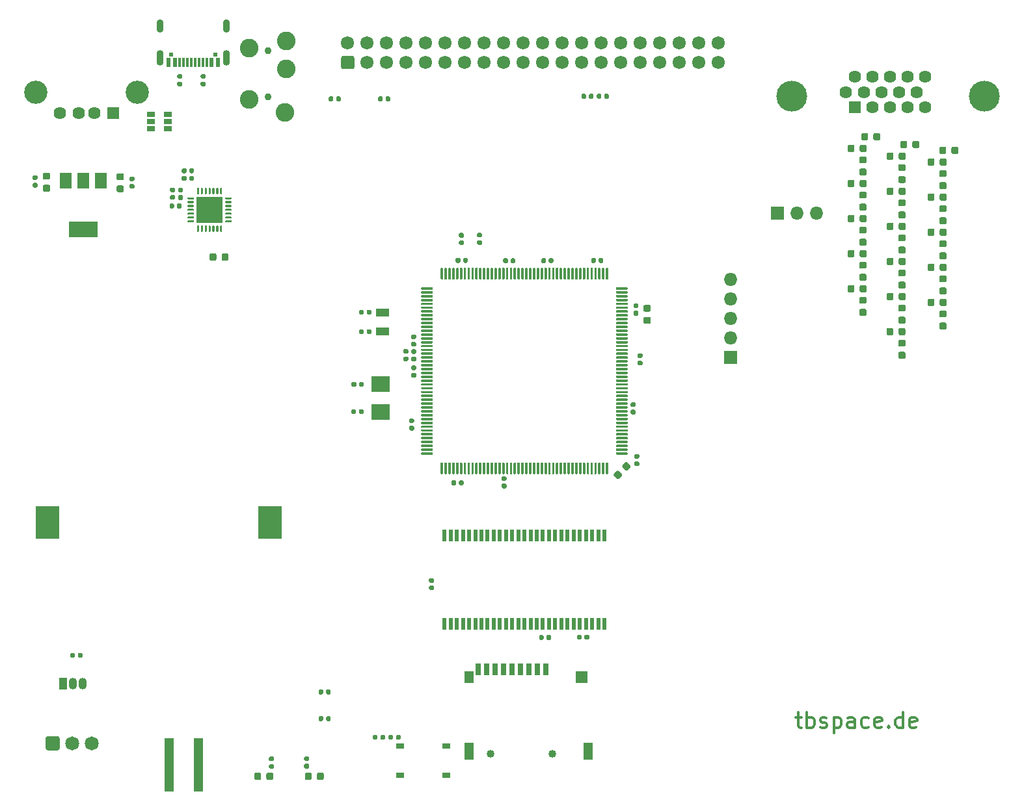
<source format=gts>
%TF.GenerationSoftware,KiCad,Pcbnew,5.1.6*%
%TF.CreationDate,2020-07-15T20:44:48+02:00*%
%TF.ProjectId,CMM2-JLC,434d4d32-2d4a-44c4-932e-6b696361645f,rev?*%
%TF.SameCoordinates,Original*%
%TF.FileFunction,Soldermask,Top*%
%TF.FilePolarity,Negative*%
%FSLAX46Y46*%
G04 Gerber Fmt 4.6, Leading zero omitted, Abs format (unit mm)*
G04 Created by KiCad (PCBNEW 5.1.6) date 2020-07-15 20:44:48*
%MOMM*%
%LPD*%
G01*
G04 APERTURE LIST*
%ADD10C,0.375000*%
%ADD11C,4.020000*%
%ADD12C,1.620000*%
%ADD13R,1.620000X1.620000*%
%ADD14R,0.620000X1.180000*%
%ADD15C,0.620000*%
%ADD16R,0.320000X1.180000*%
%ADD17O,0.920000X1.720000*%
%ADD18O,0.920000X2.020000*%
%ADD19C,1.720000*%
%ADD20R,3.020000X4.220000*%
%ADD21R,0.478000X1.530000*%
%ADD22R,1.080000X0.670000*%
%ADD23R,2.420000X2.020000*%
%ADD24R,1.820000X1.020000*%
%ADD25C,1.820000*%
%ADD26R,1.520000X2.020000*%
%ADD27R,3.820000X2.020000*%
%ADD28R,1.070000X1.520000*%
%ADD29O,1.070000X1.520000*%
%ADD30R,3.370000X3.370000*%
%ADD31R,1.020000X0.770000*%
%ADD32O,1.720000X1.720000*%
%ADD33R,1.720000X1.720000*%
%ADD34C,1.020000*%
%ADD35R,0.720000X1.620000*%
%ADD36R,1.220000X2.220000*%
%ADD37R,1.220000X1.520000*%
%ADD38R,1.620000X1.520000*%
%ADD39C,3.020000*%
%ADD40C,2.420000*%
%ADD41C,0.920000*%
%ADD42R,1.290000X7.020000*%
G04 APERTURE END LIST*
D10*
X121317142Y-112214571D02*
X122091238Y-112214571D01*
X121607428Y-111537238D02*
X121607428Y-113278952D01*
X121704190Y-113472476D01*
X121897714Y-113569238D01*
X122091238Y-113569238D01*
X122768571Y-113569238D02*
X122768571Y-111537238D01*
X122768571Y-112311333D02*
X122962095Y-112214571D01*
X123349142Y-112214571D01*
X123542666Y-112311333D01*
X123639428Y-112408095D01*
X123736190Y-112601619D01*
X123736190Y-113182190D01*
X123639428Y-113375714D01*
X123542666Y-113472476D01*
X123349142Y-113569238D01*
X122962095Y-113569238D01*
X122768571Y-113472476D01*
X124510285Y-113472476D02*
X124703809Y-113569238D01*
X125090857Y-113569238D01*
X125284380Y-113472476D01*
X125381142Y-113278952D01*
X125381142Y-113182190D01*
X125284380Y-112988666D01*
X125090857Y-112891904D01*
X124800571Y-112891904D01*
X124607047Y-112795142D01*
X124510285Y-112601619D01*
X124510285Y-112504857D01*
X124607047Y-112311333D01*
X124800571Y-112214571D01*
X125090857Y-112214571D01*
X125284380Y-112311333D01*
X126252000Y-112214571D02*
X126252000Y-114246571D01*
X126252000Y-112311333D02*
X126445523Y-112214571D01*
X126832571Y-112214571D01*
X127026095Y-112311333D01*
X127122857Y-112408095D01*
X127219619Y-112601619D01*
X127219619Y-113182190D01*
X127122857Y-113375714D01*
X127026095Y-113472476D01*
X126832571Y-113569238D01*
X126445523Y-113569238D01*
X126252000Y-113472476D01*
X128961333Y-113569238D02*
X128961333Y-112504857D01*
X128864571Y-112311333D01*
X128671047Y-112214571D01*
X128284000Y-112214571D01*
X128090476Y-112311333D01*
X128961333Y-113472476D02*
X128767809Y-113569238D01*
X128284000Y-113569238D01*
X128090476Y-113472476D01*
X127993714Y-113278952D01*
X127993714Y-113085428D01*
X128090476Y-112891904D01*
X128284000Y-112795142D01*
X128767809Y-112795142D01*
X128961333Y-112698380D01*
X130799809Y-113472476D02*
X130606285Y-113569238D01*
X130219238Y-113569238D01*
X130025714Y-113472476D01*
X129928952Y-113375714D01*
X129832190Y-113182190D01*
X129832190Y-112601619D01*
X129928952Y-112408095D01*
X130025714Y-112311333D01*
X130219238Y-112214571D01*
X130606285Y-112214571D01*
X130799809Y-112311333D01*
X132444761Y-113472476D02*
X132251238Y-113569238D01*
X131864190Y-113569238D01*
X131670666Y-113472476D01*
X131573904Y-113278952D01*
X131573904Y-112504857D01*
X131670666Y-112311333D01*
X131864190Y-112214571D01*
X132251238Y-112214571D01*
X132444761Y-112311333D01*
X132541523Y-112504857D01*
X132541523Y-112698380D01*
X131573904Y-112891904D01*
X133412380Y-113375714D02*
X133509142Y-113472476D01*
X133412380Y-113569238D01*
X133315619Y-113472476D01*
X133412380Y-113375714D01*
X133412380Y-113569238D01*
X135250857Y-113569238D02*
X135250857Y-111537238D01*
X135250857Y-113472476D02*
X135057333Y-113569238D01*
X134670285Y-113569238D01*
X134476761Y-113472476D01*
X134380000Y-113375714D01*
X134283238Y-113182190D01*
X134283238Y-112601619D01*
X134380000Y-112408095D01*
X134476761Y-112311333D01*
X134670285Y-112214571D01*
X135057333Y-112214571D01*
X135250857Y-112311333D01*
X136992571Y-113472476D02*
X136799047Y-113569238D01*
X136412000Y-113569238D01*
X136218476Y-113472476D01*
X136121714Y-113278952D01*
X136121714Y-112504857D01*
X136218476Y-112311333D01*
X136412000Y-112214571D01*
X136799047Y-112214571D01*
X136992571Y-112311333D01*
X137089333Y-112504857D01*
X137089333Y-112698380D01*
X136121714Y-112891904D01*
D11*
%TO.C,J2*%
X120815000Y-31330000D03*
X145815000Y-31330000D03*
D12*
X138160000Y-28790000D03*
X135870000Y-28790000D03*
X133580000Y-28790000D03*
X131290000Y-28790000D03*
X129000000Y-28790000D03*
X137015000Y-30770000D03*
X134725000Y-30770000D03*
X132435000Y-30770000D03*
X130145000Y-30770000D03*
X127855000Y-30770000D03*
X138160000Y-32750000D03*
X135870000Y-32750000D03*
X133580000Y-32750000D03*
X131290000Y-32750000D03*
D13*
X129000000Y-32750000D03*
%TD*%
D14*
%TO.C,J4*%
X39700000Y-26910000D03*
X40500000Y-26910000D03*
X39700000Y-26910000D03*
X40500000Y-26910000D03*
X46100000Y-26910000D03*
X46100000Y-26910000D03*
X45300000Y-26910000D03*
X45300000Y-26910000D03*
D15*
X45790000Y-25850000D03*
X40010000Y-25850000D03*
D16*
X41150000Y-26910000D03*
X42150000Y-26910000D03*
X41650000Y-26910000D03*
X44150000Y-26910000D03*
X44650000Y-26910000D03*
X42650000Y-26910000D03*
X43150000Y-26910000D03*
X43650000Y-26910000D03*
D17*
X38580000Y-22160000D03*
X47220000Y-22160000D03*
D18*
X38580000Y-26330000D03*
X47220000Y-26330000D03*
%TD*%
D19*
%TO.C,J3*%
X111260000Y-24360000D03*
X108720000Y-24360000D03*
X106180000Y-24360000D03*
X103640000Y-24360000D03*
X101100000Y-24360000D03*
X98560000Y-24360000D03*
X96020000Y-24360000D03*
X93480000Y-24360000D03*
X90940000Y-24360000D03*
X88400000Y-24360000D03*
X85860000Y-24360000D03*
X83320000Y-24360000D03*
X80780000Y-24360000D03*
X78240000Y-24360000D03*
X75700000Y-24360000D03*
X73160000Y-24360000D03*
X70620000Y-24360000D03*
X68080000Y-24360000D03*
X65540000Y-24360000D03*
X63000000Y-24360000D03*
X111260000Y-26900000D03*
X108720000Y-26900000D03*
X106180000Y-26900000D03*
X103640000Y-26900000D03*
X101100000Y-26900000D03*
X98560000Y-26900000D03*
X96020000Y-26900000D03*
X93480000Y-26900000D03*
X90940000Y-26900000D03*
X88400000Y-26900000D03*
X85860000Y-26900000D03*
X83320000Y-26900000D03*
X80780000Y-26900000D03*
X78240000Y-26900000D03*
X75700000Y-26900000D03*
X73160000Y-26900000D03*
X70620000Y-26900000D03*
X68080000Y-26900000D03*
X65540000Y-26900000D03*
G36*
G01*
X63607059Y-27760000D02*
X62392941Y-27760000D01*
G75*
G02*
X62140000Y-27507059I0J252941D01*
G01*
X62140000Y-26292941D01*
G75*
G02*
X62392941Y-26040000I252941J0D01*
G01*
X63607059Y-26040000D01*
G75*
G02*
X63860000Y-26292941I0J-252941D01*
G01*
X63860000Y-27507059D01*
G75*
G02*
X63607059Y-27760000I-252941J0D01*
G01*
G37*
%TD*%
%TO.C,C37*%
G36*
G01*
X95643500Y-52869800D02*
X95643500Y-52514800D01*
G75*
G02*
X95796000Y-52362300I152500J0D01*
G01*
X96101000Y-52362300D01*
G75*
G02*
X96253500Y-52514800I0J-152500D01*
G01*
X96253500Y-52869800D01*
G75*
G02*
X96101000Y-53022300I-152500J0D01*
G01*
X95796000Y-53022300D01*
G75*
G02*
X95643500Y-52869800I0J152500D01*
G01*
G37*
G36*
G01*
X94673500Y-52869800D02*
X94673500Y-52514800D01*
G75*
G02*
X94826000Y-52362300I152500J0D01*
G01*
X95131000Y-52362300D01*
G75*
G02*
X95283500Y-52514800I0J-152500D01*
G01*
X95283500Y-52869800D01*
G75*
G02*
X95131000Y-53022300I-152500J0D01*
G01*
X94826000Y-53022300D01*
G75*
G02*
X94673500Y-52869800I0J152500D01*
G01*
G37*
%TD*%
%TO.C,C36*%
G36*
G01*
X71780100Y-66990300D02*
X71425100Y-66990300D01*
G75*
G02*
X71272600Y-66837800I0J152500D01*
G01*
X71272600Y-66532800D01*
G75*
G02*
X71425100Y-66380300I152500J0D01*
G01*
X71780100Y-66380300D01*
G75*
G02*
X71932600Y-66532800I0J-152500D01*
G01*
X71932600Y-66837800D01*
G75*
G02*
X71780100Y-66990300I-152500J0D01*
G01*
G37*
G36*
G01*
X71780100Y-67960300D02*
X71425100Y-67960300D01*
G75*
G02*
X71272600Y-67807800I0J152500D01*
G01*
X71272600Y-67502800D01*
G75*
G02*
X71425100Y-67350300I152500J0D01*
G01*
X71780100Y-67350300D01*
G75*
G02*
X71932600Y-67502800I0J-152500D01*
G01*
X71932600Y-67807800D01*
G75*
G02*
X71780100Y-67960300I-152500J0D01*
G01*
G37*
%TD*%
%TO.C,C35*%
G36*
G01*
X99974700Y-72140600D02*
X100329700Y-72140600D01*
G75*
G02*
X100482200Y-72293100I0J-152500D01*
G01*
X100482200Y-72598100D01*
G75*
G02*
X100329700Y-72750600I-152500J0D01*
G01*
X99974700Y-72750600D01*
G75*
G02*
X99822200Y-72598100I0J152500D01*
G01*
X99822200Y-72293100D01*
G75*
G02*
X99974700Y-72140600I152500J0D01*
G01*
G37*
G36*
G01*
X99974700Y-71170600D02*
X100329700Y-71170600D01*
G75*
G02*
X100482200Y-71323100I0J-152500D01*
G01*
X100482200Y-71628100D01*
G75*
G02*
X100329700Y-71780600I-152500J0D01*
G01*
X99974700Y-71780600D01*
G75*
G02*
X99822200Y-71628100I0J152500D01*
G01*
X99822200Y-71323100D01*
G75*
G02*
X99974700Y-71170600I152500J0D01*
G01*
G37*
%TD*%
%TO.C,C34*%
G36*
G01*
X78018300Y-52857100D02*
X78018300Y-52502100D01*
G75*
G02*
X78170800Y-52349600I152500J0D01*
G01*
X78475800Y-52349600D01*
G75*
G02*
X78628300Y-52502100I0J-152500D01*
G01*
X78628300Y-52857100D01*
G75*
G02*
X78475800Y-53009600I-152500J0D01*
G01*
X78170800Y-53009600D01*
G75*
G02*
X78018300Y-52857100I0J152500D01*
G01*
G37*
G36*
G01*
X77048300Y-52857100D02*
X77048300Y-52502100D01*
G75*
G02*
X77200800Y-52349600I152500J0D01*
G01*
X77505800Y-52349600D01*
G75*
G02*
X77658300Y-52502100I0J-152500D01*
G01*
X77658300Y-52857100D01*
G75*
G02*
X77505800Y-53009600I-152500J0D01*
G01*
X77200800Y-53009600D01*
G75*
G02*
X77048300Y-52857100I0J152500D01*
G01*
G37*
%TD*%
%TO.C,C33*%
G36*
G01*
X100431900Y-78894600D02*
X100786900Y-78894600D01*
G75*
G02*
X100939400Y-79047100I0J-152500D01*
G01*
X100939400Y-79352100D01*
G75*
G02*
X100786900Y-79504600I-152500J0D01*
G01*
X100431900Y-79504600D01*
G75*
G02*
X100279400Y-79352100I0J152500D01*
G01*
X100279400Y-79047100D01*
G75*
G02*
X100431900Y-78894600I152500J0D01*
G01*
G37*
G36*
G01*
X100431900Y-77924600D02*
X100786900Y-77924600D01*
G75*
G02*
X100939400Y-78077100I0J-152500D01*
G01*
X100939400Y-78382100D01*
G75*
G02*
X100786900Y-78534600I-152500J0D01*
G01*
X100431900Y-78534600D01*
G75*
G02*
X100279400Y-78382100I0J152500D01*
G01*
X100279400Y-78077100D01*
G75*
G02*
X100431900Y-77924600I152500J0D01*
G01*
G37*
%TD*%
%TO.C,C32*%
G36*
G01*
X84203200Y-52920600D02*
X84203200Y-52565600D01*
G75*
G02*
X84355700Y-52413100I152500J0D01*
G01*
X84660700Y-52413100D01*
G75*
G02*
X84813200Y-52565600I0J-152500D01*
G01*
X84813200Y-52920600D01*
G75*
G02*
X84660700Y-53073100I-152500J0D01*
G01*
X84355700Y-53073100D01*
G75*
G02*
X84203200Y-52920600I0J152500D01*
G01*
G37*
G36*
G01*
X83233200Y-52920600D02*
X83233200Y-52565600D01*
G75*
G02*
X83385700Y-52413100I152500J0D01*
G01*
X83690700Y-52413100D01*
G75*
G02*
X83843200Y-52565600I0J-152500D01*
G01*
X83843200Y-52920600D01*
G75*
G02*
X83690700Y-53073100I-152500J0D01*
G01*
X83385700Y-53073100D01*
G75*
G02*
X83233200Y-52920600I0J152500D01*
G01*
G37*
%TD*%
%TO.C,C30*%
G36*
G01*
X77472200Y-81851200D02*
X77472200Y-81496200D01*
G75*
G02*
X77624700Y-81343700I152500J0D01*
G01*
X77929700Y-81343700D01*
G75*
G02*
X78082200Y-81496200I0J-152500D01*
G01*
X78082200Y-81851200D01*
G75*
G02*
X77929700Y-82003700I-152500J0D01*
G01*
X77624700Y-82003700D01*
G75*
G02*
X77472200Y-81851200I0J152500D01*
G01*
G37*
G36*
G01*
X76502200Y-81851200D02*
X76502200Y-81496200D01*
G75*
G02*
X76654700Y-81343700I152500J0D01*
G01*
X76959700Y-81343700D01*
G75*
G02*
X77112200Y-81496200I0J-152500D01*
G01*
X77112200Y-81851200D01*
G75*
G02*
X76959700Y-82003700I-152500J0D01*
G01*
X76654700Y-82003700D01*
G75*
G02*
X76502200Y-81851200I0J152500D01*
G01*
G37*
%TD*%
%TO.C,C29*%
G36*
G01*
X100876400Y-65762800D02*
X101231400Y-65762800D01*
G75*
G02*
X101383900Y-65915300I0J-152500D01*
G01*
X101383900Y-66220300D01*
G75*
G02*
X101231400Y-66372800I-152500J0D01*
G01*
X100876400Y-66372800D01*
G75*
G02*
X100723900Y-66220300I0J152500D01*
G01*
X100723900Y-65915300D01*
G75*
G02*
X100876400Y-65762800I152500J0D01*
G01*
G37*
G36*
G01*
X100876400Y-64792800D02*
X101231400Y-64792800D01*
G75*
G02*
X101383900Y-64945300I0J-152500D01*
G01*
X101383900Y-65250300D01*
G75*
G02*
X101231400Y-65402800I-152500J0D01*
G01*
X100876400Y-65402800D01*
G75*
G02*
X100723900Y-65250300I0J152500D01*
G01*
X100723900Y-64945300D01*
G75*
G02*
X100876400Y-64792800I152500J0D01*
G01*
G37*
%TD*%
%TO.C,C28*%
G36*
G01*
X83514900Y-81419900D02*
X83159900Y-81419900D01*
G75*
G02*
X83007400Y-81267400I0J152500D01*
G01*
X83007400Y-80962400D01*
G75*
G02*
X83159900Y-80809900I152500J0D01*
G01*
X83514900Y-80809900D01*
G75*
G02*
X83667400Y-80962400I0J-152500D01*
G01*
X83667400Y-81267400D01*
G75*
G02*
X83514900Y-81419900I-152500J0D01*
G01*
G37*
G36*
G01*
X83514900Y-82389900D02*
X83159900Y-82389900D01*
G75*
G02*
X83007400Y-82237400I0J152500D01*
G01*
X83007400Y-81932400D01*
G75*
G02*
X83159900Y-81779900I152500J0D01*
G01*
X83514900Y-81779900D01*
G75*
G02*
X83667400Y-81932400I0J-152500D01*
G01*
X83667400Y-82237400D01*
G75*
G02*
X83514900Y-82389900I-152500J0D01*
G01*
G37*
%TD*%
%TO.C,C27*%
G36*
G01*
X71133000Y-74246400D02*
X71488000Y-74246400D01*
G75*
G02*
X71640500Y-74398900I0J-152500D01*
G01*
X71640500Y-74703900D01*
G75*
G02*
X71488000Y-74856400I-152500J0D01*
G01*
X71133000Y-74856400D01*
G75*
G02*
X70980500Y-74703900I0J152500D01*
G01*
X70980500Y-74398900D01*
G75*
G02*
X71133000Y-74246400I152500J0D01*
G01*
G37*
G36*
G01*
X71133000Y-73276400D02*
X71488000Y-73276400D01*
G75*
G02*
X71640500Y-73428900I0J-152500D01*
G01*
X71640500Y-73733900D01*
G75*
G02*
X71488000Y-73886400I-152500J0D01*
G01*
X71133000Y-73886400D01*
G75*
G02*
X70980500Y-73733900I0J152500D01*
G01*
X70980500Y-73428900D01*
G75*
G02*
X71133000Y-73276400I152500J0D01*
G01*
G37*
%TD*%
%TO.C,C26*%
G36*
G01*
X100330300Y-59260400D02*
X100685300Y-59260400D01*
G75*
G02*
X100837800Y-59412900I0J-152500D01*
G01*
X100837800Y-59717900D01*
G75*
G02*
X100685300Y-59870400I-152500J0D01*
G01*
X100330300Y-59870400D01*
G75*
G02*
X100177800Y-59717900I0J152500D01*
G01*
X100177800Y-59412900D01*
G75*
G02*
X100330300Y-59260400I152500J0D01*
G01*
G37*
G36*
G01*
X100330300Y-58290400D02*
X100685300Y-58290400D01*
G75*
G02*
X100837800Y-58442900I0J-152500D01*
G01*
X100837800Y-58747900D01*
G75*
G02*
X100685300Y-58900400I-152500J0D01*
G01*
X100330300Y-58900400D01*
G75*
G02*
X100177800Y-58747900I0J152500D01*
G01*
X100177800Y-58442900D01*
G75*
G02*
X100330300Y-58290400I152500J0D01*
G01*
G37*
%TD*%
%TO.C,C25*%
G36*
G01*
X71754700Y-62939000D02*
X71399700Y-62939000D01*
G75*
G02*
X71247200Y-62786500I0J152500D01*
G01*
X71247200Y-62481500D01*
G75*
G02*
X71399700Y-62329000I152500J0D01*
G01*
X71754700Y-62329000D01*
G75*
G02*
X71907200Y-62481500I0J-152500D01*
G01*
X71907200Y-62786500D01*
G75*
G02*
X71754700Y-62939000I-152500J0D01*
G01*
G37*
G36*
G01*
X71754700Y-63909000D02*
X71399700Y-63909000D01*
G75*
G02*
X71247200Y-63756500I0J152500D01*
G01*
X71247200Y-63451500D01*
G75*
G02*
X71399700Y-63299000I152500J0D01*
G01*
X71754700Y-63299000D01*
G75*
G02*
X71907200Y-63451500I0J-152500D01*
G01*
X71907200Y-63756500D01*
G75*
G02*
X71754700Y-63909000I-152500J0D01*
G01*
G37*
%TD*%
%TO.C,C24*%
G36*
G01*
X89156200Y-52907900D02*
X89156200Y-52552900D01*
G75*
G02*
X89308700Y-52400400I152500J0D01*
G01*
X89613700Y-52400400D01*
G75*
G02*
X89766200Y-52552900I0J-152500D01*
G01*
X89766200Y-52907900D01*
G75*
G02*
X89613700Y-53060400I-152500J0D01*
G01*
X89308700Y-53060400D01*
G75*
G02*
X89156200Y-52907900I0J152500D01*
G01*
G37*
G36*
G01*
X88186200Y-52907900D02*
X88186200Y-52552900D01*
G75*
G02*
X88338700Y-52400400I152500J0D01*
G01*
X88643700Y-52400400D01*
G75*
G02*
X88796200Y-52552900I0J-152500D01*
G01*
X88796200Y-52907900D01*
G75*
G02*
X88643700Y-53060400I-152500J0D01*
G01*
X88338700Y-53060400D01*
G75*
G02*
X88186200Y-52907900I0J152500D01*
G01*
G37*
%TD*%
D20*
%TO.C,BT1*%
X52900000Y-86800000D03*
X23900000Y-86800000D03*
%TD*%
D21*
%TO.C,U2*%
X96400000Y-100050000D03*
X95600000Y-100050000D03*
X94800000Y-100050000D03*
X94000000Y-100050000D03*
X93200000Y-100050000D03*
X92400000Y-100050000D03*
X91600000Y-100050000D03*
X90800000Y-100050000D03*
X90000000Y-100050000D03*
X89200000Y-100050000D03*
X88400000Y-100050000D03*
X87600000Y-100050000D03*
X86800000Y-100050000D03*
X86000000Y-100050000D03*
X85200000Y-100050000D03*
X84400000Y-100050000D03*
X83600000Y-100050000D03*
X82800000Y-100050000D03*
X82000000Y-100050000D03*
X81200000Y-100050000D03*
X80400000Y-100050000D03*
X79600000Y-100050000D03*
X78800000Y-100050000D03*
X78000000Y-100050000D03*
X77200000Y-100050000D03*
X76400000Y-100050000D03*
X75600000Y-100050000D03*
X75600000Y-88550000D03*
X76400000Y-88550000D03*
X77200000Y-88550000D03*
X78000000Y-88550000D03*
X78800000Y-88550000D03*
X79600000Y-88550000D03*
X80400000Y-88550000D03*
X81200000Y-88550000D03*
X82000000Y-88550000D03*
X82800000Y-88550000D03*
X83600000Y-88550000D03*
X84400000Y-88550000D03*
X85200000Y-88550000D03*
X86000000Y-88550000D03*
X86800000Y-88550000D03*
X87600000Y-88550000D03*
X88400000Y-88550000D03*
X89200000Y-88550000D03*
X90000000Y-88550000D03*
X90800000Y-88550000D03*
X91600000Y-88550000D03*
X92400000Y-88550000D03*
X93200000Y-88550000D03*
X94000000Y-88550000D03*
X94800000Y-88550000D03*
X95600000Y-88550000D03*
X96400000Y-88550000D03*
%TD*%
D22*
%TO.C,U3*%
X37400000Y-34600000D03*
X37400000Y-35550000D03*
X37400000Y-33650000D03*
X39600000Y-33650000D03*
X39600000Y-34600000D03*
X39600000Y-35550000D03*
%TD*%
D23*
%TO.C,Y2*%
X67310000Y-72462000D03*
X67310000Y-68762000D03*
%TD*%
D24*
%TO.C,Y1*%
X67564000Y-61956000D03*
X67564000Y-59456000D03*
%TD*%
D25*
%TO.C,U7*%
X29680000Y-115600000D03*
X27140000Y-115600000D03*
G36*
G01*
X23690000Y-116258840D02*
X23690000Y-114941160D01*
G75*
G02*
X23941160Y-114690000I251160J0D01*
G01*
X25258840Y-114690000D01*
G75*
G02*
X25510000Y-114941160I0J-251160D01*
G01*
X25510000Y-116258840D01*
G75*
G02*
X25258840Y-116510000I-251160J0D01*
G01*
X23941160Y-116510000D01*
G75*
G02*
X23690000Y-116258840I0J251160D01*
G01*
G37*
%TD*%
D26*
%TO.C,U6*%
X30860600Y-42319200D03*
X26260600Y-42319200D03*
X28560600Y-42319200D03*
D27*
X28560600Y-48619200D03*
%TD*%
D28*
%TO.C,U5*%
X25930000Y-107800000D03*
D29*
X28470000Y-107800000D03*
X27200000Y-107800000D03*
%TD*%
D30*
%TO.C,U4*%
X45021500Y-46101000D03*
G36*
G01*
X47129000Y-44466000D02*
X47814000Y-44466000D01*
G75*
G02*
X47881500Y-44533500I0J-67500D01*
G01*
X47881500Y-44668500D01*
G75*
G02*
X47814000Y-44736000I-67500J0D01*
G01*
X47129000Y-44736000D01*
G75*
G02*
X47061500Y-44668500I0J67500D01*
G01*
X47061500Y-44533500D01*
G75*
G02*
X47129000Y-44466000I67500J0D01*
G01*
G37*
G36*
G01*
X47129000Y-44966000D02*
X47814000Y-44966000D01*
G75*
G02*
X47881500Y-45033500I0J-67500D01*
G01*
X47881500Y-45168500D01*
G75*
G02*
X47814000Y-45236000I-67500J0D01*
G01*
X47129000Y-45236000D01*
G75*
G02*
X47061500Y-45168500I0J67500D01*
G01*
X47061500Y-45033500D01*
G75*
G02*
X47129000Y-44966000I67500J0D01*
G01*
G37*
G36*
G01*
X47129000Y-45466000D02*
X47814000Y-45466000D01*
G75*
G02*
X47881500Y-45533500I0J-67500D01*
G01*
X47881500Y-45668500D01*
G75*
G02*
X47814000Y-45736000I-67500J0D01*
G01*
X47129000Y-45736000D01*
G75*
G02*
X47061500Y-45668500I0J67500D01*
G01*
X47061500Y-45533500D01*
G75*
G02*
X47129000Y-45466000I67500J0D01*
G01*
G37*
G36*
G01*
X47129000Y-45966000D02*
X47814000Y-45966000D01*
G75*
G02*
X47881500Y-46033500I0J-67500D01*
G01*
X47881500Y-46168500D01*
G75*
G02*
X47814000Y-46236000I-67500J0D01*
G01*
X47129000Y-46236000D01*
G75*
G02*
X47061500Y-46168500I0J67500D01*
G01*
X47061500Y-46033500D01*
G75*
G02*
X47129000Y-45966000I67500J0D01*
G01*
G37*
G36*
G01*
X47129000Y-46466000D02*
X47814000Y-46466000D01*
G75*
G02*
X47881500Y-46533500I0J-67500D01*
G01*
X47881500Y-46668500D01*
G75*
G02*
X47814000Y-46736000I-67500J0D01*
G01*
X47129000Y-46736000D01*
G75*
G02*
X47061500Y-46668500I0J67500D01*
G01*
X47061500Y-46533500D01*
G75*
G02*
X47129000Y-46466000I67500J0D01*
G01*
G37*
G36*
G01*
X47129000Y-46966000D02*
X47814000Y-46966000D01*
G75*
G02*
X47881500Y-47033500I0J-67500D01*
G01*
X47881500Y-47168500D01*
G75*
G02*
X47814000Y-47236000I-67500J0D01*
G01*
X47129000Y-47236000D01*
G75*
G02*
X47061500Y-47168500I0J67500D01*
G01*
X47061500Y-47033500D01*
G75*
G02*
X47129000Y-46966000I67500J0D01*
G01*
G37*
G36*
G01*
X47129000Y-47466000D02*
X47814000Y-47466000D01*
G75*
G02*
X47881500Y-47533500I0J-67500D01*
G01*
X47881500Y-47668500D01*
G75*
G02*
X47814000Y-47736000I-67500J0D01*
G01*
X47129000Y-47736000D01*
G75*
G02*
X47061500Y-47668500I0J67500D01*
G01*
X47061500Y-47533500D01*
G75*
G02*
X47129000Y-47466000I67500J0D01*
G01*
G37*
G36*
G01*
X46454000Y-48141000D02*
X46589000Y-48141000D01*
G75*
G02*
X46656500Y-48208500I0J-67500D01*
G01*
X46656500Y-48893500D01*
G75*
G02*
X46589000Y-48961000I-67500J0D01*
G01*
X46454000Y-48961000D01*
G75*
G02*
X46386500Y-48893500I0J67500D01*
G01*
X46386500Y-48208500D01*
G75*
G02*
X46454000Y-48141000I67500J0D01*
G01*
G37*
G36*
G01*
X45954000Y-48141000D02*
X46089000Y-48141000D01*
G75*
G02*
X46156500Y-48208500I0J-67500D01*
G01*
X46156500Y-48893500D01*
G75*
G02*
X46089000Y-48961000I-67500J0D01*
G01*
X45954000Y-48961000D01*
G75*
G02*
X45886500Y-48893500I0J67500D01*
G01*
X45886500Y-48208500D01*
G75*
G02*
X45954000Y-48141000I67500J0D01*
G01*
G37*
G36*
G01*
X45454000Y-48141000D02*
X45589000Y-48141000D01*
G75*
G02*
X45656500Y-48208500I0J-67500D01*
G01*
X45656500Y-48893500D01*
G75*
G02*
X45589000Y-48961000I-67500J0D01*
G01*
X45454000Y-48961000D01*
G75*
G02*
X45386500Y-48893500I0J67500D01*
G01*
X45386500Y-48208500D01*
G75*
G02*
X45454000Y-48141000I67500J0D01*
G01*
G37*
G36*
G01*
X44954000Y-48141000D02*
X45089000Y-48141000D01*
G75*
G02*
X45156500Y-48208500I0J-67500D01*
G01*
X45156500Y-48893500D01*
G75*
G02*
X45089000Y-48961000I-67500J0D01*
G01*
X44954000Y-48961000D01*
G75*
G02*
X44886500Y-48893500I0J67500D01*
G01*
X44886500Y-48208500D01*
G75*
G02*
X44954000Y-48141000I67500J0D01*
G01*
G37*
G36*
G01*
X44454000Y-48141000D02*
X44589000Y-48141000D01*
G75*
G02*
X44656500Y-48208500I0J-67500D01*
G01*
X44656500Y-48893500D01*
G75*
G02*
X44589000Y-48961000I-67500J0D01*
G01*
X44454000Y-48961000D01*
G75*
G02*
X44386500Y-48893500I0J67500D01*
G01*
X44386500Y-48208500D01*
G75*
G02*
X44454000Y-48141000I67500J0D01*
G01*
G37*
G36*
G01*
X43954000Y-48141000D02*
X44089000Y-48141000D01*
G75*
G02*
X44156500Y-48208500I0J-67500D01*
G01*
X44156500Y-48893500D01*
G75*
G02*
X44089000Y-48961000I-67500J0D01*
G01*
X43954000Y-48961000D01*
G75*
G02*
X43886500Y-48893500I0J67500D01*
G01*
X43886500Y-48208500D01*
G75*
G02*
X43954000Y-48141000I67500J0D01*
G01*
G37*
G36*
G01*
X43454000Y-48141000D02*
X43589000Y-48141000D01*
G75*
G02*
X43656500Y-48208500I0J-67500D01*
G01*
X43656500Y-48893500D01*
G75*
G02*
X43589000Y-48961000I-67500J0D01*
G01*
X43454000Y-48961000D01*
G75*
G02*
X43386500Y-48893500I0J67500D01*
G01*
X43386500Y-48208500D01*
G75*
G02*
X43454000Y-48141000I67500J0D01*
G01*
G37*
G36*
G01*
X42229000Y-47466000D02*
X42914000Y-47466000D01*
G75*
G02*
X42981500Y-47533500I0J-67500D01*
G01*
X42981500Y-47668500D01*
G75*
G02*
X42914000Y-47736000I-67500J0D01*
G01*
X42229000Y-47736000D01*
G75*
G02*
X42161500Y-47668500I0J67500D01*
G01*
X42161500Y-47533500D01*
G75*
G02*
X42229000Y-47466000I67500J0D01*
G01*
G37*
G36*
G01*
X42229000Y-46966000D02*
X42914000Y-46966000D01*
G75*
G02*
X42981500Y-47033500I0J-67500D01*
G01*
X42981500Y-47168500D01*
G75*
G02*
X42914000Y-47236000I-67500J0D01*
G01*
X42229000Y-47236000D01*
G75*
G02*
X42161500Y-47168500I0J67500D01*
G01*
X42161500Y-47033500D01*
G75*
G02*
X42229000Y-46966000I67500J0D01*
G01*
G37*
G36*
G01*
X42229000Y-46466000D02*
X42914000Y-46466000D01*
G75*
G02*
X42981500Y-46533500I0J-67500D01*
G01*
X42981500Y-46668500D01*
G75*
G02*
X42914000Y-46736000I-67500J0D01*
G01*
X42229000Y-46736000D01*
G75*
G02*
X42161500Y-46668500I0J67500D01*
G01*
X42161500Y-46533500D01*
G75*
G02*
X42229000Y-46466000I67500J0D01*
G01*
G37*
G36*
G01*
X42229000Y-45966000D02*
X42914000Y-45966000D01*
G75*
G02*
X42981500Y-46033500I0J-67500D01*
G01*
X42981500Y-46168500D01*
G75*
G02*
X42914000Y-46236000I-67500J0D01*
G01*
X42229000Y-46236000D01*
G75*
G02*
X42161500Y-46168500I0J67500D01*
G01*
X42161500Y-46033500D01*
G75*
G02*
X42229000Y-45966000I67500J0D01*
G01*
G37*
G36*
G01*
X42229000Y-45466000D02*
X42914000Y-45466000D01*
G75*
G02*
X42981500Y-45533500I0J-67500D01*
G01*
X42981500Y-45668500D01*
G75*
G02*
X42914000Y-45736000I-67500J0D01*
G01*
X42229000Y-45736000D01*
G75*
G02*
X42161500Y-45668500I0J67500D01*
G01*
X42161500Y-45533500D01*
G75*
G02*
X42229000Y-45466000I67500J0D01*
G01*
G37*
G36*
G01*
X42229000Y-44966000D02*
X42914000Y-44966000D01*
G75*
G02*
X42981500Y-45033500I0J-67500D01*
G01*
X42981500Y-45168500D01*
G75*
G02*
X42914000Y-45236000I-67500J0D01*
G01*
X42229000Y-45236000D01*
G75*
G02*
X42161500Y-45168500I0J67500D01*
G01*
X42161500Y-45033500D01*
G75*
G02*
X42229000Y-44966000I67500J0D01*
G01*
G37*
G36*
G01*
X42229000Y-44466000D02*
X42914000Y-44466000D01*
G75*
G02*
X42981500Y-44533500I0J-67500D01*
G01*
X42981500Y-44668500D01*
G75*
G02*
X42914000Y-44736000I-67500J0D01*
G01*
X42229000Y-44736000D01*
G75*
G02*
X42161500Y-44668500I0J67500D01*
G01*
X42161500Y-44533500D01*
G75*
G02*
X42229000Y-44466000I67500J0D01*
G01*
G37*
G36*
G01*
X43454000Y-43241000D02*
X43589000Y-43241000D01*
G75*
G02*
X43656500Y-43308500I0J-67500D01*
G01*
X43656500Y-43993500D01*
G75*
G02*
X43589000Y-44061000I-67500J0D01*
G01*
X43454000Y-44061000D01*
G75*
G02*
X43386500Y-43993500I0J67500D01*
G01*
X43386500Y-43308500D01*
G75*
G02*
X43454000Y-43241000I67500J0D01*
G01*
G37*
G36*
G01*
X43954000Y-43241000D02*
X44089000Y-43241000D01*
G75*
G02*
X44156500Y-43308500I0J-67500D01*
G01*
X44156500Y-43993500D01*
G75*
G02*
X44089000Y-44061000I-67500J0D01*
G01*
X43954000Y-44061000D01*
G75*
G02*
X43886500Y-43993500I0J67500D01*
G01*
X43886500Y-43308500D01*
G75*
G02*
X43954000Y-43241000I67500J0D01*
G01*
G37*
G36*
G01*
X44454000Y-43241000D02*
X44589000Y-43241000D01*
G75*
G02*
X44656500Y-43308500I0J-67500D01*
G01*
X44656500Y-43993500D01*
G75*
G02*
X44589000Y-44061000I-67500J0D01*
G01*
X44454000Y-44061000D01*
G75*
G02*
X44386500Y-43993500I0J67500D01*
G01*
X44386500Y-43308500D01*
G75*
G02*
X44454000Y-43241000I67500J0D01*
G01*
G37*
G36*
G01*
X44954000Y-43241000D02*
X45089000Y-43241000D01*
G75*
G02*
X45156500Y-43308500I0J-67500D01*
G01*
X45156500Y-43993500D01*
G75*
G02*
X45089000Y-44061000I-67500J0D01*
G01*
X44954000Y-44061000D01*
G75*
G02*
X44886500Y-43993500I0J67500D01*
G01*
X44886500Y-43308500D01*
G75*
G02*
X44954000Y-43241000I67500J0D01*
G01*
G37*
G36*
G01*
X45454000Y-43241000D02*
X45589000Y-43241000D01*
G75*
G02*
X45656500Y-43308500I0J-67500D01*
G01*
X45656500Y-43993500D01*
G75*
G02*
X45589000Y-44061000I-67500J0D01*
G01*
X45454000Y-44061000D01*
G75*
G02*
X45386500Y-43993500I0J67500D01*
G01*
X45386500Y-43308500D01*
G75*
G02*
X45454000Y-43241000I67500J0D01*
G01*
G37*
G36*
G01*
X45954000Y-43241000D02*
X46089000Y-43241000D01*
G75*
G02*
X46156500Y-43308500I0J-67500D01*
G01*
X46156500Y-43993500D01*
G75*
G02*
X46089000Y-44061000I-67500J0D01*
G01*
X45954000Y-44061000D01*
G75*
G02*
X45886500Y-43993500I0J67500D01*
G01*
X45886500Y-43308500D01*
G75*
G02*
X45954000Y-43241000I67500J0D01*
G01*
G37*
G36*
G01*
X46454000Y-43241000D02*
X46589000Y-43241000D01*
G75*
G02*
X46656500Y-43308500I0J-67500D01*
G01*
X46656500Y-43993500D01*
G75*
G02*
X46589000Y-44061000I-67500J0D01*
G01*
X46454000Y-44061000D01*
G75*
G02*
X46386500Y-43993500I0J67500D01*
G01*
X46386500Y-43308500D01*
G75*
G02*
X46454000Y-43241000I67500J0D01*
G01*
G37*
%TD*%
D31*
%TO.C,SW1*%
X75800000Y-119747000D03*
X75800000Y-115997000D03*
X69800000Y-115997000D03*
X69800000Y-119747000D03*
%TD*%
%TO.C,R52*%
G36*
G01*
X79972500Y-50065000D02*
X80327500Y-50065000D01*
G75*
G02*
X80480000Y-50217500I0J-152500D01*
G01*
X80480000Y-50522500D01*
G75*
G02*
X80327500Y-50675000I-152500J0D01*
G01*
X79972500Y-50675000D01*
G75*
G02*
X79820000Y-50522500I0J152500D01*
G01*
X79820000Y-50217500D01*
G75*
G02*
X79972500Y-50065000I152500J0D01*
G01*
G37*
G36*
G01*
X79972500Y-49095000D02*
X80327500Y-49095000D01*
G75*
G02*
X80480000Y-49247500I0J-152500D01*
G01*
X80480000Y-49552500D01*
G75*
G02*
X80327500Y-49705000I-152500J0D01*
G01*
X79972500Y-49705000D01*
G75*
G02*
X79820000Y-49552500I0J152500D01*
G01*
X79820000Y-49247500D01*
G75*
G02*
X79972500Y-49095000I152500J0D01*
G01*
G37*
%TD*%
%TO.C,R51*%
G36*
G01*
X66876000Y-114646500D02*
X66876000Y-115001500D01*
G75*
G02*
X66723500Y-115154000I-152500J0D01*
G01*
X66418500Y-115154000D01*
G75*
G02*
X66266000Y-115001500I0J152500D01*
G01*
X66266000Y-114646500D01*
G75*
G02*
X66418500Y-114494000I152500J0D01*
G01*
X66723500Y-114494000D01*
G75*
G02*
X66876000Y-114646500I0J-152500D01*
G01*
G37*
G36*
G01*
X67846000Y-114646500D02*
X67846000Y-115001500D01*
G75*
G02*
X67693500Y-115154000I-152500J0D01*
G01*
X67388500Y-115154000D01*
G75*
G02*
X67236000Y-115001500I0J152500D01*
G01*
X67236000Y-114646500D01*
G75*
G02*
X67388500Y-114494000I152500J0D01*
G01*
X67693500Y-114494000D01*
G75*
G02*
X67846000Y-114646500I0J-152500D01*
G01*
G37*
%TD*%
%TO.C,R50*%
G36*
G01*
X46590000Y-52511250D02*
X46590000Y-51988750D01*
G75*
G02*
X46813750Y-51765000I223750J0D01*
G01*
X47261250Y-51765000D01*
G75*
G02*
X47485000Y-51988750I0J-223750D01*
G01*
X47485000Y-52511250D01*
G75*
G02*
X47261250Y-52735000I-223750J0D01*
G01*
X46813750Y-52735000D01*
G75*
G02*
X46590000Y-52511250I0J223750D01*
G01*
G37*
G36*
G01*
X45015000Y-52511250D02*
X45015000Y-51988750D01*
G75*
G02*
X45238750Y-51765000I223750J0D01*
G01*
X45686250Y-51765000D01*
G75*
G02*
X45910000Y-51988750I0J-223750D01*
G01*
X45910000Y-52511250D01*
G75*
G02*
X45686250Y-52735000I-223750J0D01*
G01*
X45238750Y-52735000D01*
G75*
G02*
X45015000Y-52511250I0J223750D01*
G01*
G37*
%TD*%
%TO.C,R49*%
G36*
G01*
X27866000Y-104317500D02*
X27866000Y-103962500D01*
G75*
G02*
X28018500Y-103810000I152500J0D01*
G01*
X28323500Y-103810000D01*
G75*
G02*
X28476000Y-103962500I0J-152500D01*
G01*
X28476000Y-104317500D01*
G75*
G02*
X28323500Y-104470000I-152500J0D01*
G01*
X28018500Y-104470000D01*
G75*
G02*
X27866000Y-104317500I0J152500D01*
G01*
G37*
G36*
G01*
X26896000Y-104317500D02*
X26896000Y-103962500D01*
G75*
G02*
X27048500Y-103810000I152500J0D01*
G01*
X27353500Y-103810000D01*
G75*
G02*
X27506000Y-103962500I0J-152500D01*
G01*
X27506000Y-104317500D01*
G75*
G02*
X27353500Y-104470000I-152500J0D01*
G01*
X27048500Y-104470000D01*
G75*
G02*
X26896000Y-104317500I0J152500D01*
G01*
G37*
%TD*%
%TO.C,R48*%
G36*
G01*
X57835500Y-117923000D02*
X57480500Y-117923000D01*
G75*
G02*
X57328000Y-117770500I0J152500D01*
G01*
X57328000Y-117465500D01*
G75*
G02*
X57480500Y-117313000I152500J0D01*
G01*
X57835500Y-117313000D01*
G75*
G02*
X57988000Y-117465500I0J-152500D01*
G01*
X57988000Y-117770500D01*
G75*
G02*
X57835500Y-117923000I-152500J0D01*
G01*
G37*
G36*
G01*
X57835500Y-118893000D02*
X57480500Y-118893000D01*
G75*
G02*
X57328000Y-118740500I0J152500D01*
G01*
X57328000Y-118435500D01*
G75*
G02*
X57480500Y-118283000I152500J0D01*
G01*
X57835500Y-118283000D01*
G75*
G02*
X57988000Y-118435500I0J-152500D01*
G01*
X57988000Y-118740500D01*
G75*
G02*
X57835500Y-118893000I-152500J0D01*
G01*
G37*
%TD*%
%TO.C,R47*%
G36*
G01*
X53263500Y-117946000D02*
X52908500Y-117946000D01*
G75*
G02*
X52756000Y-117793500I0J152500D01*
G01*
X52756000Y-117488500D01*
G75*
G02*
X52908500Y-117336000I152500J0D01*
G01*
X53263500Y-117336000D01*
G75*
G02*
X53416000Y-117488500I0J-152500D01*
G01*
X53416000Y-117793500D01*
G75*
G02*
X53263500Y-117946000I-152500J0D01*
G01*
G37*
G36*
G01*
X53263500Y-118916000D02*
X52908500Y-118916000D01*
G75*
G02*
X52756000Y-118763500I0J152500D01*
G01*
X52756000Y-118458500D01*
G75*
G02*
X52908500Y-118306000I152500J0D01*
G01*
X53263500Y-118306000D01*
G75*
G02*
X53416000Y-118458500I0J-152500D01*
G01*
X53416000Y-118763500D01*
G75*
G02*
X53263500Y-118916000I-152500J0D01*
G01*
G37*
%TD*%
%TO.C,R46*%
G36*
G01*
X40420000Y-45422500D02*
X40420000Y-45777500D01*
G75*
G02*
X40267500Y-45930000I-152500J0D01*
G01*
X39962500Y-45930000D01*
G75*
G02*
X39810000Y-45777500I0J152500D01*
G01*
X39810000Y-45422500D01*
G75*
G02*
X39962500Y-45270000I152500J0D01*
G01*
X40267500Y-45270000D01*
G75*
G02*
X40420000Y-45422500I0J-152500D01*
G01*
G37*
G36*
G01*
X41390000Y-45422500D02*
X41390000Y-45777500D01*
G75*
G02*
X41237500Y-45930000I-152500J0D01*
G01*
X40932500Y-45930000D01*
G75*
G02*
X40780000Y-45777500I0J152500D01*
G01*
X40780000Y-45422500D01*
G75*
G02*
X40932500Y-45270000I152500J0D01*
G01*
X41237500Y-45270000D01*
G75*
G02*
X41390000Y-45422500I0J-152500D01*
G01*
G37*
%TD*%
%TO.C,R45*%
G36*
G01*
X40970500Y-29390000D02*
X41325500Y-29390000D01*
G75*
G02*
X41478000Y-29542500I0J-152500D01*
G01*
X41478000Y-29847500D01*
G75*
G02*
X41325500Y-30000000I-152500J0D01*
G01*
X40970500Y-30000000D01*
G75*
G02*
X40818000Y-29847500I0J152500D01*
G01*
X40818000Y-29542500D01*
G75*
G02*
X40970500Y-29390000I152500J0D01*
G01*
G37*
G36*
G01*
X40970500Y-28420000D02*
X41325500Y-28420000D01*
G75*
G02*
X41478000Y-28572500I0J-152500D01*
G01*
X41478000Y-28877500D01*
G75*
G02*
X41325500Y-29030000I-152500J0D01*
G01*
X40970500Y-29030000D01*
G75*
G02*
X40818000Y-28877500I0J152500D01*
G01*
X40818000Y-28572500D01*
G75*
G02*
X40970500Y-28420000I152500J0D01*
G01*
G37*
%TD*%
%TO.C,R44*%
G36*
G01*
X44373500Y-29030000D02*
X44018500Y-29030000D01*
G75*
G02*
X43866000Y-28877500I0J152500D01*
G01*
X43866000Y-28572500D01*
G75*
G02*
X44018500Y-28420000I152500J0D01*
G01*
X44373500Y-28420000D01*
G75*
G02*
X44526000Y-28572500I0J-152500D01*
G01*
X44526000Y-28877500D01*
G75*
G02*
X44373500Y-29030000I-152500J0D01*
G01*
G37*
G36*
G01*
X44373500Y-30000000D02*
X44018500Y-30000000D01*
G75*
G02*
X43866000Y-29847500I0J152500D01*
G01*
X43866000Y-29542500D01*
G75*
G02*
X44018500Y-29390000I152500J0D01*
G01*
X44373500Y-29390000D01*
G75*
G02*
X44526000Y-29542500I0J-152500D01*
G01*
X44526000Y-29847500D01*
G75*
G02*
X44373500Y-30000000I-152500J0D01*
G01*
G37*
%TD*%
%TO.C,R43*%
G36*
G01*
X71422500Y-65230000D02*
X71777500Y-65230000D01*
G75*
G02*
X71930000Y-65382500I0J-152500D01*
G01*
X71930000Y-65687500D01*
G75*
G02*
X71777500Y-65840000I-152500J0D01*
G01*
X71422500Y-65840000D01*
G75*
G02*
X71270000Y-65687500I0J152500D01*
G01*
X71270000Y-65382500D01*
G75*
G02*
X71422500Y-65230000I152500J0D01*
G01*
G37*
G36*
G01*
X71422500Y-64260000D02*
X71777500Y-64260000D01*
G75*
G02*
X71930000Y-64412500I0J-152500D01*
G01*
X71930000Y-64717500D01*
G75*
G02*
X71777500Y-64870000I-152500J0D01*
G01*
X71422500Y-64870000D01*
G75*
G02*
X71270000Y-64717500I0J152500D01*
G01*
X71270000Y-64412500D01*
G75*
G02*
X71422500Y-64260000I152500J0D01*
G01*
G37*
%TD*%
%TO.C,R42*%
G36*
G01*
X77977500Y-49720000D02*
X77622500Y-49720000D01*
G75*
G02*
X77470000Y-49567500I0J152500D01*
G01*
X77470000Y-49262500D01*
G75*
G02*
X77622500Y-49110000I152500J0D01*
G01*
X77977500Y-49110000D01*
G75*
G02*
X78130000Y-49262500I0J-152500D01*
G01*
X78130000Y-49567500D01*
G75*
G02*
X77977500Y-49720000I-152500J0D01*
G01*
G37*
G36*
G01*
X77977500Y-50690000D02*
X77622500Y-50690000D01*
G75*
G02*
X77470000Y-50537500I0J152500D01*
G01*
X77470000Y-50232500D01*
G75*
G02*
X77622500Y-50080000I152500J0D01*
G01*
X77977500Y-50080000D01*
G75*
G02*
X78130000Y-50232500I0J-152500D01*
G01*
X78130000Y-50537500D01*
G75*
G02*
X77977500Y-50690000I-152500J0D01*
G01*
G37*
%TD*%
%TO.C,R41*%
G36*
G01*
X136484000Y-37853250D02*
X136484000Y-37330750D01*
G75*
G02*
X136707750Y-37107000I223750J0D01*
G01*
X137155250Y-37107000D01*
G75*
G02*
X137379000Y-37330750I0J-223750D01*
G01*
X137379000Y-37853250D01*
G75*
G02*
X137155250Y-38077000I-223750J0D01*
G01*
X136707750Y-38077000D01*
G75*
G02*
X136484000Y-37853250I0J223750D01*
G01*
G37*
G36*
G01*
X134909000Y-37853250D02*
X134909000Y-37330750D01*
G75*
G02*
X135132750Y-37107000I223750J0D01*
G01*
X135580250Y-37107000D01*
G75*
G02*
X135804000Y-37330750I0J-223750D01*
G01*
X135804000Y-37853250D01*
G75*
G02*
X135580250Y-38077000I-223750J0D01*
G01*
X135132750Y-38077000D01*
G75*
G02*
X134909000Y-37853250I0J223750D01*
G01*
G37*
%TD*%
%TO.C,R40*%
G36*
G01*
X134706000Y-39377250D02*
X134706000Y-38854750D01*
G75*
G02*
X134929750Y-38631000I223750J0D01*
G01*
X135377250Y-38631000D01*
G75*
G02*
X135601000Y-38854750I0J-223750D01*
G01*
X135601000Y-39377250D01*
G75*
G02*
X135377250Y-39601000I-223750J0D01*
G01*
X134929750Y-39601000D01*
G75*
G02*
X134706000Y-39377250I0J223750D01*
G01*
G37*
G36*
G01*
X133131000Y-39377250D02*
X133131000Y-38854750D01*
G75*
G02*
X133354750Y-38631000I223750J0D01*
G01*
X133802250Y-38631000D01*
G75*
G02*
X134026000Y-38854750I0J-223750D01*
G01*
X134026000Y-39377250D01*
G75*
G02*
X133802250Y-39601000I-223750J0D01*
G01*
X133354750Y-39601000D01*
G75*
G02*
X133131000Y-39377250I0J223750D01*
G01*
G37*
%TD*%
%TO.C,R39*%
G36*
G01*
X134866750Y-41716499D02*
X135389250Y-41716499D01*
G75*
G02*
X135613000Y-41940249I0J-223750D01*
G01*
X135613000Y-42387749D01*
G75*
G02*
X135389250Y-42611499I-223750J0D01*
G01*
X134866750Y-42611499D01*
G75*
G02*
X134643000Y-42387749I0J223750D01*
G01*
X134643000Y-41940249D01*
G75*
G02*
X134866750Y-41716499I223750J0D01*
G01*
G37*
G36*
G01*
X134866750Y-40141499D02*
X135389250Y-40141499D01*
G75*
G02*
X135613000Y-40365249I0J-223750D01*
G01*
X135613000Y-40812749D01*
G75*
G02*
X135389250Y-41036499I-223750J0D01*
G01*
X134866750Y-41036499D01*
G75*
G02*
X134643000Y-40812749I0J223750D01*
G01*
X134643000Y-40365249D01*
G75*
G02*
X134866750Y-40141499I223750J0D01*
G01*
G37*
%TD*%
%TO.C,R38*%
G36*
G01*
X131404000Y-36837250D02*
X131404000Y-36314750D01*
G75*
G02*
X131627750Y-36091000I223750J0D01*
G01*
X132075250Y-36091000D01*
G75*
G02*
X132299000Y-36314750I0J-223750D01*
G01*
X132299000Y-36837250D01*
G75*
G02*
X132075250Y-37061000I-223750J0D01*
G01*
X131627750Y-37061000D01*
G75*
G02*
X131404000Y-36837250I0J223750D01*
G01*
G37*
G36*
G01*
X129829000Y-36837250D02*
X129829000Y-36314750D01*
G75*
G02*
X130052750Y-36091000I223750J0D01*
G01*
X130500250Y-36091000D01*
G75*
G02*
X130724000Y-36314750I0J-223750D01*
G01*
X130724000Y-36837250D01*
G75*
G02*
X130500250Y-37061000I-223750J0D01*
G01*
X130052750Y-37061000D01*
G75*
G02*
X129829000Y-36837250I0J223750D01*
G01*
G37*
%TD*%
%TO.C,R37*%
G36*
G01*
X129626000Y-38361250D02*
X129626000Y-37838750D01*
G75*
G02*
X129849750Y-37615000I223750J0D01*
G01*
X130297250Y-37615000D01*
G75*
G02*
X130521000Y-37838750I0J-223750D01*
G01*
X130521000Y-38361250D01*
G75*
G02*
X130297250Y-38585000I-223750J0D01*
G01*
X129849750Y-38585000D01*
G75*
G02*
X129626000Y-38361250I0J223750D01*
G01*
G37*
G36*
G01*
X128051000Y-38361250D02*
X128051000Y-37838750D01*
G75*
G02*
X128274750Y-37615000I223750J0D01*
G01*
X128722250Y-37615000D01*
G75*
G02*
X128946000Y-37838750I0J-223750D01*
G01*
X128946000Y-38361250D01*
G75*
G02*
X128722250Y-38585000I-223750J0D01*
G01*
X128274750Y-38585000D01*
G75*
G02*
X128051000Y-38361250I0J223750D01*
G01*
G37*
%TD*%
%TO.C,R36*%
G36*
G01*
X134706000Y-43949250D02*
X134706000Y-43426750D01*
G75*
G02*
X134929750Y-43203000I223750J0D01*
G01*
X135377250Y-43203000D01*
G75*
G02*
X135601000Y-43426750I0J-223750D01*
G01*
X135601000Y-43949250D01*
G75*
G02*
X135377250Y-44173000I-223750J0D01*
G01*
X134929750Y-44173000D01*
G75*
G02*
X134706000Y-43949250I0J223750D01*
G01*
G37*
G36*
G01*
X133131000Y-43949250D02*
X133131000Y-43426750D01*
G75*
G02*
X133354750Y-43203000I223750J0D01*
G01*
X133802250Y-43203000D01*
G75*
G02*
X134026000Y-43426750I0J-223750D01*
G01*
X134026000Y-43949250D01*
G75*
G02*
X133802250Y-44173000I-223750J0D01*
G01*
X133354750Y-44173000D01*
G75*
G02*
X133131000Y-43949250I0J223750D01*
G01*
G37*
%TD*%
%TO.C,R35*%
G36*
G01*
X141564000Y-38615250D02*
X141564000Y-38092750D01*
G75*
G02*
X141787750Y-37869000I223750J0D01*
G01*
X142235250Y-37869000D01*
G75*
G02*
X142459000Y-38092750I0J-223750D01*
G01*
X142459000Y-38615250D01*
G75*
G02*
X142235250Y-38839000I-223750J0D01*
G01*
X141787750Y-38839000D01*
G75*
G02*
X141564000Y-38615250I0J223750D01*
G01*
G37*
G36*
G01*
X139989000Y-38615250D02*
X139989000Y-38092750D01*
G75*
G02*
X140212750Y-37869000I223750J0D01*
G01*
X140660250Y-37869000D01*
G75*
G02*
X140884000Y-38092750I0J-223750D01*
G01*
X140884000Y-38615250D01*
G75*
G02*
X140660250Y-38839000I-223750J0D01*
G01*
X140212750Y-38839000D01*
G75*
G02*
X139989000Y-38615250I0J223750D01*
G01*
G37*
%TD*%
%TO.C,R34*%
G36*
G01*
X140040000Y-40139250D02*
X140040000Y-39616750D01*
G75*
G02*
X140263750Y-39393000I223750J0D01*
G01*
X140711250Y-39393000D01*
G75*
G02*
X140935000Y-39616750I0J-223750D01*
G01*
X140935000Y-40139250D01*
G75*
G02*
X140711250Y-40363000I-223750J0D01*
G01*
X140263750Y-40363000D01*
G75*
G02*
X140040000Y-40139250I0J223750D01*
G01*
G37*
G36*
G01*
X138465000Y-40139250D02*
X138465000Y-39616750D01*
G75*
G02*
X138688750Y-39393000I223750J0D01*
G01*
X139136250Y-39393000D01*
G75*
G02*
X139360000Y-39616750I0J-223750D01*
G01*
X139360000Y-40139250D01*
G75*
G02*
X139136250Y-40363000I-223750J0D01*
G01*
X138688750Y-40363000D01*
G75*
G02*
X138465000Y-40139250I0J223750D01*
G01*
G37*
%TD*%
%TO.C,R33*%
G36*
G01*
X129786750Y-40726000D02*
X130309250Y-40726000D01*
G75*
G02*
X130533000Y-40949750I0J-223750D01*
G01*
X130533000Y-41397250D01*
G75*
G02*
X130309250Y-41621000I-223750J0D01*
G01*
X129786750Y-41621000D01*
G75*
G02*
X129563000Y-41397250I0J223750D01*
G01*
X129563000Y-40949750D01*
G75*
G02*
X129786750Y-40726000I223750J0D01*
G01*
G37*
G36*
G01*
X129786750Y-39151000D02*
X130309250Y-39151000D01*
G75*
G02*
X130533000Y-39374750I0J-223750D01*
G01*
X130533000Y-39822250D01*
G75*
G02*
X130309250Y-40046000I-223750J0D01*
G01*
X129786750Y-40046000D01*
G75*
G02*
X129563000Y-39822250I0J223750D01*
G01*
X129563000Y-39374750D01*
G75*
G02*
X129786750Y-39151000I223750J0D01*
G01*
G37*
%TD*%
%TO.C,R32*%
G36*
G01*
X134866750Y-46314000D02*
X135389250Y-46314000D01*
G75*
G02*
X135613000Y-46537750I0J-223750D01*
G01*
X135613000Y-46985250D01*
G75*
G02*
X135389250Y-47209000I-223750J0D01*
G01*
X134866750Y-47209000D01*
G75*
G02*
X134643000Y-46985250I0J223750D01*
G01*
X134643000Y-46537750D01*
G75*
G02*
X134866750Y-46314000I223750J0D01*
G01*
G37*
G36*
G01*
X134866750Y-44739000D02*
X135389250Y-44739000D01*
G75*
G02*
X135613000Y-44962750I0J-223750D01*
G01*
X135613000Y-45410250D01*
G75*
G02*
X135389250Y-45634000I-223750J0D01*
G01*
X134866750Y-45634000D01*
G75*
G02*
X134643000Y-45410250I0J223750D01*
G01*
X134643000Y-44962750D01*
G75*
G02*
X134866750Y-44739000I223750J0D01*
G01*
G37*
%TD*%
%TO.C,R31*%
G36*
G01*
X140200750Y-42504000D02*
X140723250Y-42504000D01*
G75*
G02*
X140947000Y-42727750I0J-223750D01*
G01*
X140947000Y-43175250D01*
G75*
G02*
X140723250Y-43399000I-223750J0D01*
G01*
X140200750Y-43399000D01*
G75*
G02*
X139977000Y-43175250I0J223750D01*
G01*
X139977000Y-42727750D01*
G75*
G02*
X140200750Y-42504000I223750J0D01*
G01*
G37*
G36*
G01*
X140200750Y-40929000D02*
X140723250Y-40929000D01*
G75*
G02*
X140947000Y-41152750I0J-223750D01*
G01*
X140947000Y-41600250D01*
G75*
G02*
X140723250Y-41824000I-223750J0D01*
G01*
X140200750Y-41824000D01*
G75*
G02*
X139977000Y-41600250I0J223750D01*
G01*
X139977000Y-41152750D01*
G75*
G02*
X140200750Y-40929000I223750J0D01*
G01*
G37*
%TD*%
%TO.C,R30*%
G36*
G01*
X129626000Y-42933250D02*
X129626000Y-42410750D01*
G75*
G02*
X129849750Y-42187000I223750J0D01*
G01*
X130297250Y-42187000D01*
G75*
G02*
X130521000Y-42410750I0J-223750D01*
G01*
X130521000Y-42933250D01*
G75*
G02*
X130297250Y-43157000I-223750J0D01*
G01*
X129849750Y-43157000D01*
G75*
G02*
X129626000Y-42933250I0J223750D01*
G01*
G37*
G36*
G01*
X128051000Y-42933250D02*
X128051000Y-42410750D01*
G75*
G02*
X128274750Y-42187000I223750J0D01*
G01*
X128722250Y-42187000D01*
G75*
G02*
X128946000Y-42410750I0J-223750D01*
G01*
X128946000Y-42933250D01*
G75*
G02*
X128722250Y-43157000I-223750J0D01*
G01*
X128274750Y-43157000D01*
G75*
G02*
X128051000Y-42933250I0J223750D01*
G01*
G37*
%TD*%
%TO.C,R29*%
G36*
G01*
X134706000Y-48521250D02*
X134706000Y-47998750D01*
G75*
G02*
X134929750Y-47775000I223750J0D01*
G01*
X135377250Y-47775000D01*
G75*
G02*
X135601000Y-47998750I0J-223750D01*
G01*
X135601000Y-48521250D01*
G75*
G02*
X135377250Y-48745000I-223750J0D01*
G01*
X134929750Y-48745000D01*
G75*
G02*
X134706000Y-48521250I0J223750D01*
G01*
G37*
G36*
G01*
X133131000Y-48521250D02*
X133131000Y-47998750D01*
G75*
G02*
X133354750Y-47775000I223750J0D01*
G01*
X133802250Y-47775000D01*
G75*
G02*
X134026000Y-47998750I0J-223750D01*
G01*
X134026000Y-48521250D01*
G75*
G02*
X133802250Y-48745000I-223750J0D01*
G01*
X133354750Y-48745000D01*
G75*
G02*
X133131000Y-48521250I0J223750D01*
G01*
G37*
%TD*%
%TO.C,R28*%
G36*
G01*
X140040000Y-44711250D02*
X140040000Y-44188750D01*
G75*
G02*
X140263750Y-43965000I223750J0D01*
G01*
X140711250Y-43965000D01*
G75*
G02*
X140935000Y-44188750I0J-223750D01*
G01*
X140935000Y-44711250D01*
G75*
G02*
X140711250Y-44935000I-223750J0D01*
G01*
X140263750Y-44935000D01*
G75*
G02*
X140040000Y-44711250I0J223750D01*
G01*
G37*
G36*
G01*
X138465000Y-44711250D02*
X138465000Y-44188750D01*
G75*
G02*
X138688750Y-43965000I223750J0D01*
G01*
X139136250Y-43965000D01*
G75*
G02*
X139360000Y-44188750I0J-223750D01*
G01*
X139360000Y-44711250D01*
G75*
G02*
X139136250Y-44935000I-223750J0D01*
G01*
X138688750Y-44935000D01*
G75*
G02*
X138465000Y-44711250I0J223750D01*
G01*
G37*
%TD*%
%TO.C,R27*%
G36*
G01*
X129786750Y-45298000D02*
X130309250Y-45298000D01*
G75*
G02*
X130533000Y-45521750I0J-223750D01*
G01*
X130533000Y-45969250D01*
G75*
G02*
X130309250Y-46193000I-223750J0D01*
G01*
X129786750Y-46193000D01*
G75*
G02*
X129563000Y-45969250I0J223750D01*
G01*
X129563000Y-45521750D01*
G75*
G02*
X129786750Y-45298000I223750J0D01*
G01*
G37*
G36*
G01*
X129786750Y-43723000D02*
X130309250Y-43723000D01*
G75*
G02*
X130533000Y-43946750I0J-223750D01*
G01*
X130533000Y-44394250D01*
G75*
G02*
X130309250Y-44618000I-223750J0D01*
G01*
X129786750Y-44618000D01*
G75*
G02*
X129563000Y-44394250I0J223750D01*
G01*
X129563000Y-43946750D01*
G75*
G02*
X129786750Y-43723000I223750J0D01*
G01*
G37*
%TD*%
%TO.C,R26*%
G36*
G01*
X134866750Y-50886000D02*
X135389250Y-50886000D01*
G75*
G02*
X135613000Y-51109750I0J-223750D01*
G01*
X135613000Y-51557250D01*
G75*
G02*
X135389250Y-51781000I-223750J0D01*
G01*
X134866750Y-51781000D01*
G75*
G02*
X134643000Y-51557250I0J223750D01*
G01*
X134643000Y-51109750D01*
G75*
G02*
X134866750Y-50886000I223750J0D01*
G01*
G37*
G36*
G01*
X134866750Y-49311000D02*
X135389250Y-49311000D01*
G75*
G02*
X135613000Y-49534750I0J-223750D01*
G01*
X135613000Y-49982250D01*
G75*
G02*
X135389250Y-50206000I-223750J0D01*
G01*
X134866750Y-50206000D01*
G75*
G02*
X134643000Y-49982250I0J223750D01*
G01*
X134643000Y-49534750D01*
G75*
G02*
X134866750Y-49311000I223750J0D01*
G01*
G37*
%TD*%
%TO.C,R25*%
G36*
G01*
X140200750Y-47076000D02*
X140723250Y-47076000D01*
G75*
G02*
X140947000Y-47299750I0J-223750D01*
G01*
X140947000Y-47747250D01*
G75*
G02*
X140723250Y-47971000I-223750J0D01*
G01*
X140200750Y-47971000D01*
G75*
G02*
X139977000Y-47747250I0J223750D01*
G01*
X139977000Y-47299750D01*
G75*
G02*
X140200750Y-47076000I223750J0D01*
G01*
G37*
G36*
G01*
X140200750Y-45501000D02*
X140723250Y-45501000D01*
G75*
G02*
X140947000Y-45724750I0J-223750D01*
G01*
X140947000Y-46172250D01*
G75*
G02*
X140723250Y-46396000I-223750J0D01*
G01*
X140200750Y-46396000D01*
G75*
G02*
X139977000Y-46172250I0J223750D01*
G01*
X139977000Y-45724750D01*
G75*
G02*
X140200750Y-45501000I223750J0D01*
G01*
G37*
%TD*%
%TO.C,R24*%
G36*
G01*
X129626000Y-47505250D02*
X129626000Y-46982750D01*
G75*
G02*
X129849750Y-46759000I223750J0D01*
G01*
X130297250Y-46759000D01*
G75*
G02*
X130521000Y-46982750I0J-223750D01*
G01*
X130521000Y-47505250D01*
G75*
G02*
X130297250Y-47729000I-223750J0D01*
G01*
X129849750Y-47729000D01*
G75*
G02*
X129626000Y-47505250I0J223750D01*
G01*
G37*
G36*
G01*
X128051000Y-47505250D02*
X128051000Y-46982750D01*
G75*
G02*
X128274750Y-46759000I223750J0D01*
G01*
X128722250Y-46759000D01*
G75*
G02*
X128946000Y-46982750I0J-223750D01*
G01*
X128946000Y-47505250D01*
G75*
G02*
X128722250Y-47729000I-223750J0D01*
G01*
X128274750Y-47729000D01*
G75*
G02*
X128051000Y-47505250I0J223750D01*
G01*
G37*
%TD*%
%TO.C,R23*%
G36*
G01*
X134706000Y-53093250D02*
X134706000Y-52570750D01*
G75*
G02*
X134929750Y-52347000I223750J0D01*
G01*
X135377250Y-52347000D01*
G75*
G02*
X135601000Y-52570750I0J-223750D01*
G01*
X135601000Y-53093250D01*
G75*
G02*
X135377250Y-53317000I-223750J0D01*
G01*
X134929750Y-53317000D01*
G75*
G02*
X134706000Y-53093250I0J223750D01*
G01*
G37*
G36*
G01*
X133131000Y-53093250D02*
X133131000Y-52570750D01*
G75*
G02*
X133354750Y-52347000I223750J0D01*
G01*
X133802250Y-52347000D01*
G75*
G02*
X134026000Y-52570750I0J-223750D01*
G01*
X134026000Y-53093250D01*
G75*
G02*
X133802250Y-53317000I-223750J0D01*
G01*
X133354750Y-53317000D01*
G75*
G02*
X133131000Y-53093250I0J223750D01*
G01*
G37*
%TD*%
%TO.C,R22*%
G36*
G01*
X140040000Y-49283250D02*
X140040000Y-48760750D01*
G75*
G02*
X140263750Y-48537000I223750J0D01*
G01*
X140711250Y-48537000D01*
G75*
G02*
X140935000Y-48760750I0J-223750D01*
G01*
X140935000Y-49283250D01*
G75*
G02*
X140711250Y-49507000I-223750J0D01*
G01*
X140263750Y-49507000D01*
G75*
G02*
X140040000Y-49283250I0J223750D01*
G01*
G37*
G36*
G01*
X138465000Y-49283250D02*
X138465000Y-48760750D01*
G75*
G02*
X138688750Y-48537000I223750J0D01*
G01*
X139136250Y-48537000D01*
G75*
G02*
X139360000Y-48760750I0J-223750D01*
G01*
X139360000Y-49283250D01*
G75*
G02*
X139136250Y-49507000I-223750J0D01*
G01*
X138688750Y-49507000D01*
G75*
G02*
X138465000Y-49283250I0J223750D01*
G01*
G37*
%TD*%
%TO.C,R21*%
G36*
G01*
X129786750Y-49870000D02*
X130309250Y-49870000D01*
G75*
G02*
X130533000Y-50093750I0J-223750D01*
G01*
X130533000Y-50541250D01*
G75*
G02*
X130309250Y-50765000I-223750J0D01*
G01*
X129786750Y-50765000D01*
G75*
G02*
X129563000Y-50541250I0J223750D01*
G01*
X129563000Y-50093750D01*
G75*
G02*
X129786750Y-49870000I223750J0D01*
G01*
G37*
G36*
G01*
X129786750Y-48295000D02*
X130309250Y-48295000D01*
G75*
G02*
X130533000Y-48518750I0J-223750D01*
G01*
X130533000Y-48966250D01*
G75*
G02*
X130309250Y-49190000I-223750J0D01*
G01*
X129786750Y-49190000D01*
G75*
G02*
X129563000Y-48966250I0J223750D01*
G01*
X129563000Y-48518750D01*
G75*
G02*
X129786750Y-48295000I223750J0D01*
G01*
G37*
%TD*%
%TO.C,R20*%
G36*
G01*
X134866750Y-55458000D02*
X135389250Y-55458000D01*
G75*
G02*
X135613000Y-55681750I0J-223750D01*
G01*
X135613000Y-56129250D01*
G75*
G02*
X135389250Y-56353000I-223750J0D01*
G01*
X134866750Y-56353000D01*
G75*
G02*
X134643000Y-56129250I0J223750D01*
G01*
X134643000Y-55681750D01*
G75*
G02*
X134866750Y-55458000I223750J0D01*
G01*
G37*
G36*
G01*
X134866750Y-53883000D02*
X135389250Y-53883000D01*
G75*
G02*
X135613000Y-54106750I0J-223750D01*
G01*
X135613000Y-54554250D01*
G75*
G02*
X135389250Y-54778000I-223750J0D01*
G01*
X134866750Y-54778000D01*
G75*
G02*
X134643000Y-54554250I0J223750D01*
G01*
X134643000Y-54106750D01*
G75*
G02*
X134866750Y-53883000I223750J0D01*
G01*
G37*
%TD*%
%TO.C,R19*%
G36*
G01*
X140200750Y-51648000D02*
X140723250Y-51648000D01*
G75*
G02*
X140947000Y-51871750I0J-223750D01*
G01*
X140947000Y-52319250D01*
G75*
G02*
X140723250Y-52543000I-223750J0D01*
G01*
X140200750Y-52543000D01*
G75*
G02*
X139977000Y-52319250I0J223750D01*
G01*
X139977000Y-51871750D01*
G75*
G02*
X140200750Y-51648000I223750J0D01*
G01*
G37*
G36*
G01*
X140200750Y-50073000D02*
X140723250Y-50073000D01*
G75*
G02*
X140947000Y-50296750I0J-223750D01*
G01*
X140947000Y-50744250D01*
G75*
G02*
X140723250Y-50968000I-223750J0D01*
G01*
X140200750Y-50968000D01*
G75*
G02*
X139977000Y-50744250I0J223750D01*
G01*
X139977000Y-50296750D01*
G75*
G02*
X140200750Y-50073000I223750J0D01*
G01*
G37*
%TD*%
%TO.C,R18*%
G36*
G01*
X129626000Y-52077250D02*
X129626000Y-51554750D01*
G75*
G02*
X129849750Y-51331000I223750J0D01*
G01*
X130297250Y-51331000D01*
G75*
G02*
X130521000Y-51554750I0J-223750D01*
G01*
X130521000Y-52077250D01*
G75*
G02*
X130297250Y-52301000I-223750J0D01*
G01*
X129849750Y-52301000D01*
G75*
G02*
X129626000Y-52077250I0J223750D01*
G01*
G37*
G36*
G01*
X128051000Y-52077250D02*
X128051000Y-51554750D01*
G75*
G02*
X128274750Y-51331000I223750J0D01*
G01*
X128722250Y-51331000D01*
G75*
G02*
X128946000Y-51554750I0J-223750D01*
G01*
X128946000Y-52077250D01*
G75*
G02*
X128722250Y-52301000I-223750J0D01*
G01*
X128274750Y-52301000D01*
G75*
G02*
X128051000Y-52077250I0J223750D01*
G01*
G37*
%TD*%
%TO.C,R17*%
G36*
G01*
X134706000Y-57665250D02*
X134706000Y-57142750D01*
G75*
G02*
X134929750Y-56919000I223750J0D01*
G01*
X135377250Y-56919000D01*
G75*
G02*
X135601000Y-57142750I0J-223750D01*
G01*
X135601000Y-57665250D01*
G75*
G02*
X135377250Y-57889000I-223750J0D01*
G01*
X134929750Y-57889000D01*
G75*
G02*
X134706000Y-57665250I0J223750D01*
G01*
G37*
G36*
G01*
X133131000Y-57665250D02*
X133131000Y-57142750D01*
G75*
G02*
X133354750Y-56919000I223750J0D01*
G01*
X133802250Y-56919000D01*
G75*
G02*
X134026000Y-57142750I0J-223750D01*
G01*
X134026000Y-57665250D01*
G75*
G02*
X133802250Y-57889000I-223750J0D01*
G01*
X133354750Y-57889000D01*
G75*
G02*
X133131000Y-57665250I0J223750D01*
G01*
G37*
%TD*%
%TO.C,R16*%
G36*
G01*
X140040000Y-53855250D02*
X140040000Y-53332750D01*
G75*
G02*
X140263750Y-53109000I223750J0D01*
G01*
X140711250Y-53109000D01*
G75*
G02*
X140935000Y-53332750I0J-223750D01*
G01*
X140935000Y-53855250D01*
G75*
G02*
X140711250Y-54079000I-223750J0D01*
G01*
X140263750Y-54079000D01*
G75*
G02*
X140040000Y-53855250I0J223750D01*
G01*
G37*
G36*
G01*
X138465000Y-53855250D02*
X138465000Y-53332750D01*
G75*
G02*
X138688750Y-53109000I223750J0D01*
G01*
X139136250Y-53109000D01*
G75*
G02*
X139360000Y-53332750I0J-223750D01*
G01*
X139360000Y-53855250D01*
G75*
G02*
X139136250Y-54079000I-223750J0D01*
G01*
X138688750Y-54079000D01*
G75*
G02*
X138465000Y-53855250I0J223750D01*
G01*
G37*
%TD*%
%TO.C,R15*%
G36*
G01*
X129786750Y-54442000D02*
X130309250Y-54442000D01*
G75*
G02*
X130533000Y-54665750I0J-223750D01*
G01*
X130533000Y-55113250D01*
G75*
G02*
X130309250Y-55337000I-223750J0D01*
G01*
X129786750Y-55337000D01*
G75*
G02*
X129563000Y-55113250I0J223750D01*
G01*
X129563000Y-54665750D01*
G75*
G02*
X129786750Y-54442000I223750J0D01*
G01*
G37*
G36*
G01*
X129786750Y-52867000D02*
X130309250Y-52867000D01*
G75*
G02*
X130533000Y-53090750I0J-223750D01*
G01*
X130533000Y-53538250D01*
G75*
G02*
X130309250Y-53762000I-223750J0D01*
G01*
X129786750Y-53762000D01*
G75*
G02*
X129563000Y-53538250I0J223750D01*
G01*
X129563000Y-53090750D01*
G75*
G02*
X129786750Y-52867000I223750J0D01*
G01*
G37*
%TD*%
%TO.C,R14*%
G36*
G01*
X134866750Y-60030000D02*
X135389250Y-60030000D01*
G75*
G02*
X135613000Y-60253750I0J-223750D01*
G01*
X135613000Y-60701250D01*
G75*
G02*
X135389250Y-60925000I-223750J0D01*
G01*
X134866750Y-60925000D01*
G75*
G02*
X134643000Y-60701250I0J223750D01*
G01*
X134643000Y-60253750D01*
G75*
G02*
X134866750Y-60030000I223750J0D01*
G01*
G37*
G36*
G01*
X134866750Y-58455000D02*
X135389250Y-58455000D01*
G75*
G02*
X135613000Y-58678750I0J-223750D01*
G01*
X135613000Y-59126250D01*
G75*
G02*
X135389250Y-59350000I-223750J0D01*
G01*
X134866750Y-59350000D01*
G75*
G02*
X134643000Y-59126250I0J223750D01*
G01*
X134643000Y-58678750D01*
G75*
G02*
X134866750Y-58455000I223750J0D01*
G01*
G37*
%TD*%
%TO.C,R13*%
G36*
G01*
X140200750Y-56220000D02*
X140723250Y-56220000D01*
G75*
G02*
X140947000Y-56443750I0J-223750D01*
G01*
X140947000Y-56891250D01*
G75*
G02*
X140723250Y-57115000I-223750J0D01*
G01*
X140200750Y-57115000D01*
G75*
G02*
X139977000Y-56891250I0J223750D01*
G01*
X139977000Y-56443750D01*
G75*
G02*
X140200750Y-56220000I223750J0D01*
G01*
G37*
G36*
G01*
X140200750Y-54645000D02*
X140723250Y-54645000D01*
G75*
G02*
X140947000Y-54868750I0J-223750D01*
G01*
X140947000Y-55316250D01*
G75*
G02*
X140723250Y-55540000I-223750J0D01*
G01*
X140200750Y-55540000D01*
G75*
G02*
X139977000Y-55316250I0J223750D01*
G01*
X139977000Y-54868750D01*
G75*
G02*
X140200750Y-54645000I223750J0D01*
G01*
G37*
%TD*%
%TO.C,R12*%
G36*
G01*
X130309250Y-58334000D02*
X129786750Y-58334000D01*
G75*
G02*
X129563000Y-58110250I0J223750D01*
G01*
X129563000Y-57662750D01*
G75*
G02*
X129786750Y-57439000I223750J0D01*
G01*
X130309250Y-57439000D01*
G75*
G02*
X130533000Y-57662750I0J-223750D01*
G01*
X130533000Y-58110250D01*
G75*
G02*
X130309250Y-58334000I-223750J0D01*
G01*
G37*
G36*
G01*
X130309250Y-59909000D02*
X129786750Y-59909000D01*
G75*
G02*
X129563000Y-59685250I0J223750D01*
G01*
X129563000Y-59237750D01*
G75*
G02*
X129786750Y-59014000I223750J0D01*
G01*
X130309250Y-59014000D01*
G75*
G02*
X130533000Y-59237750I0J-223750D01*
G01*
X130533000Y-59685250D01*
G75*
G02*
X130309250Y-59909000I-223750J0D01*
G01*
G37*
%TD*%
%TO.C,R11*%
G36*
G01*
X129626000Y-56649250D02*
X129626000Y-56126750D01*
G75*
G02*
X129849750Y-55903000I223750J0D01*
G01*
X130297250Y-55903000D01*
G75*
G02*
X130521000Y-56126750I0J-223750D01*
G01*
X130521000Y-56649250D01*
G75*
G02*
X130297250Y-56873000I-223750J0D01*
G01*
X129849750Y-56873000D01*
G75*
G02*
X129626000Y-56649250I0J223750D01*
G01*
G37*
G36*
G01*
X128051000Y-56649250D02*
X128051000Y-56126750D01*
G75*
G02*
X128274750Y-55903000I223750J0D01*
G01*
X128722250Y-55903000D01*
G75*
G02*
X128946000Y-56126750I0J-223750D01*
G01*
X128946000Y-56649250D01*
G75*
G02*
X128722250Y-56873000I-223750J0D01*
G01*
X128274750Y-56873000D01*
G75*
G02*
X128051000Y-56649250I0J223750D01*
G01*
G37*
%TD*%
%TO.C,R10*%
G36*
G01*
X135389250Y-63922000D02*
X134866750Y-63922000D01*
G75*
G02*
X134643000Y-63698250I0J223750D01*
G01*
X134643000Y-63250750D01*
G75*
G02*
X134866750Y-63027000I223750J0D01*
G01*
X135389250Y-63027000D01*
G75*
G02*
X135613000Y-63250750I0J-223750D01*
G01*
X135613000Y-63698250D01*
G75*
G02*
X135389250Y-63922000I-223750J0D01*
G01*
G37*
G36*
G01*
X135389250Y-65497000D02*
X134866750Y-65497000D01*
G75*
G02*
X134643000Y-65273250I0J223750D01*
G01*
X134643000Y-64825750D01*
G75*
G02*
X134866750Y-64602000I223750J0D01*
G01*
X135389250Y-64602000D01*
G75*
G02*
X135613000Y-64825750I0J-223750D01*
G01*
X135613000Y-65273250D01*
G75*
G02*
X135389250Y-65497000I-223750J0D01*
G01*
G37*
%TD*%
%TO.C,R9*%
G36*
G01*
X134680499Y-62237250D02*
X134680499Y-61714750D01*
G75*
G02*
X134904249Y-61491000I223750J0D01*
G01*
X135351749Y-61491000D01*
G75*
G02*
X135575499Y-61714750I0J-223750D01*
G01*
X135575499Y-62237250D01*
G75*
G02*
X135351749Y-62461000I-223750J0D01*
G01*
X134904249Y-62461000D01*
G75*
G02*
X134680499Y-62237250I0J223750D01*
G01*
G37*
G36*
G01*
X133105499Y-62237250D02*
X133105499Y-61714750D01*
G75*
G02*
X133329249Y-61491000I223750J0D01*
G01*
X133776749Y-61491000D01*
G75*
G02*
X134000499Y-61714750I0J-223750D01*
G01*
X134000499Y-62237250D01*
G75*
G02*
X133776749Y-62461000I-223750J0D01*
G01*
X133329249Y-62461000D01*
G75*
G02*
X133105499Y-62237250I0J223750D01*
G01*
G37*
%TD*%
%TO.C,R8*%
G36*
G01*
X140723250Y-60112000D02*
X140200750Y-60112000D01*
G75*
G02*
X139977000Y-59888250I0J223750D01*
G01*
X139977000Y-59440750D01*
G75*
G02*
X140200750Y-59217000I223750J0D01*
G01*
X140723250Y-59217000D01*
G75*
G02*
X140947000Y-59440750I0J-223750D01*
G01*
X140947000Y-59888250D01*
G75*
G02*
X140723250Y-60112000I-223750J0D01*
G01*
G37*
G36*
G01*
X140723250Y-61687000D02*
X140200750Y-61687000D01*
G75*
G02*
X139977000Y-61463250I0J223750D01*
G01*
X139977000Y-61015750D01*
G75*
G02*
X140200750Y-60792000I223750J0D01*
G01*
X140723250Y-60792000D01*
G75*
G02*
X140947000Y-61015750I0J-223750D01*
G01*
X140947000Y-61463250D01*
G75*
G02*
X140723250Y-61687000I-223750J0D01*
G01*
G37*
%TD*%
%TO.C,R7*%
G36*
G01*
X140040000Y-58427250D02*
X140040000Y-57904750D01*
G75*
G02*
X140263750Y-57681000I223750J0D01*
G01*
X140711250Y-57681000D01*
G75*
G02*
X140935000Y-57904750I0J-223750D01*
G01*
X140935000Y-58427250D01*
G75*
G02*
X140711250Y-58651000I-223750J0D01*
G01*
X140263750Y-58651000D01*
G75*
G02*
X140040000Y-58427250I0J223750D01*
G01*
G37*
G36*
G01*
X138465000Y-58427250D02*
X138465000Y-57904750D01*
G75*
G02*
X138688750Y-57681000I223750J0D01*
G01*
X139136250Y-57681000D01*
G75*
G02*
X139360000Y-57904750I0J-223750D01*
G01*
X139360000Y-58427250D01*
G75*
G02*
X139136250Y-58651000I-223750J0D01*
G01*
X138688750Y-58651000D01*
G75*
G02*
X138465000Y-58427250I0J223750D01*
G01*
G37*
%TD*%
%TO.C,R6*%
G36*
G01*
X94380000Y-31477500D02*
X94380000Y-31122500D01*
G75*
G02*
X94532500Y-30970000I152500J0D01*
G01*
X94837500Y-30970000D01*
G75*
G02*
X94990000Y-31122500I0J-152500D01*
G01*
X94990000Y-31477500D01*
G75*
G02*
X94837500Y-31630000I-152500J0D01*
G01*
X94532500Y-31630000D01*
G75*
G02*
X94380000Y-31477500I0J152500D01*
G01*
G37*
G36*
G01*
X93410000Y-31477500D02*
X93410000Y-31122500D01*
G75*
G02*
X93562500Y-30970000I152500J0D01*
G01*
X93867500Y-30970000D01*
G75*
G02*
X94020000Y-31122500I0J-152500D01*
G01*
X94020000Y-31477500D01*
G75*
G02*
X93867500Y-31630000I-152500J0D01*
G01*
X93562500Y-31630000D01*
G75*
G02*
X93410000Y-31477500I0J152500D01*
G01*
G37*
%TD*%
%TO.C,R5*%
G36*
G01*
X96380000Y-31477500D02*
X96380000Y-31122500D01*
G75*
G02*
X96532500Y-30970000I152500J0D01*
G01*
X96837500Y-30970000D01*
G75*
G02*
X96990000Y-31122500I0J-152500D01*
G01*
X96990000Y-31477500D01*
G75*
G02*
X96837500Y-31630000I-152500J0D01*
G01*
X96532500Y-31630000D01*
G75*
G02*
X96380000Y-31477500I0J152500D01*
G01*
G37*
G36*
G01*
X95410000Y-31477500D02*
X95410000Y-31122500D01*
G75*
G02*
X95562500Y-30970000I152500J0D01*
G01*
X95867500Y-30970000D01*
G75*
G02*
X96020000Y-31122500I0J-152500D01*
G01*
X96020000Y-31477500D01*
G75*
G02*
X95867500Y-31630000I-152500J0D01*
G01*
X95562500Y-31630000D01*
G75*
G02*
X95410000Y-31477500I0J152500D01*
G01*
G37*
%TD*%
%TO.C,R4*%
G36*
G01*
X67930000Y-31827500D02*
X67930000Y-31472500D01*
G75*
G02*
X68082500Y-31320000I152500J0D01*
G01*
X68387500Y-31320000D01*
G75*
G02*
X68540000Y-31472500I0J-152500D01*
G01*
X68540000Y-31827500D01*
G75*
G02*
X68387500Y-31980000I-152500J0D01*
G01*
X68082500Y-31980000D01*
G75*
G02*
X67930000Y-31827500I0J152500D01*
G01*
G37*
G36*
G01*
X66960000Y-31827500D02*
X66960000Y-31472500D01*
G75*
G02*
X67112500Y-31320000I152500J0D01*
G01*
X67417500Y-31320000D01*
G75*
G02*
X67570000Y-31472500I0J-152500D01*
G01*
X67570000Y-31827500D01*
G75*
G02*
X67417500Y-31980000I-152500J0D01*
G01*
X67112500Y-31980000D01*
G75*
G02*
X66960000Y-31827500I0J152500D01*
G01*
G37*
%TD*%
%TO.C,R3*%
G36*
G01*
X61120000Y-31472500D02*
X61120000Y-31827500D01*
G75*
G02*
X60967500Y-31980000I-152500J0D01*
G01*
X60662500Y-31980000D01*
G75*
G02*
X60510000Y-31827500I0J152500D01*
G01*
X60510000Y-31472500D01*
G75*
G02*
X60662500Y-31320000I152500J0D01*
G01*
X60967500Y-31320000D01*
G75*
G02*
X61120000Y-31472500I0J-152500D01*
G01*
G37*
G36*
G01*
X62090000Y-31472500D02*
X62090000Y-31827500D01*
G75*
G02*
X61937500Y-31980000I-152500J0D01*
G01*
X61632500Y-31980000D01*
G75*
G02*
X61480000Y-31827500I0J152500D01*
G01*
X61480000Y-31472500D01*
G75*
G02*
X61632500Y-31320000I152500J0D01*
G01*
X61937500Y-31320000D01*
G75*
G02*
X62090000Y-31472500I0J-152500D01*
G01*
G37*
%TD*%
%TO.C,R2*%
G36*
G01*
X60180000Y-109077500D02*
X60180000Y-108722500D01*
G75*
G02*
X60332500Y-108570000I152500J0D01*
G01*
X60637500Y-108570000D01*
G75*
G02*
X60790000Y-108722500I0J-152500D01*
G01*
X60790000Y-109077500D01*
G75*
G02*
X60637500Y-109230000I-152500J0D01*
G01*
X60332500Y-109230000D01*
G75*
G02*
X60180000Y-109077500I0J152500D01*
G01*
G37*
G36*
G01*
X59210000Y-109077500D02*
X59210000Y-108722500D01*
G75*
G02*
X59362500Y-108570000I152500J0D01*
G01*
X59667500Y-108570000D01*
G75*
G02*
X59820000Y-108722500I0J-152500D01*
G01*
X59820000Y-109077500D01*
G75*
G02*
X59667500Y-109230000I-152500J0D01*
G01*
X59362500Y-109230000D01*
G75*
G02*
X59210000Y-109077500I0J152500D01*
G01*
G37*
%TD*%
%TO.C,R1*%
G36*
G01*
X60180000Y-112577500D02*
X60180000Y-112222500D01*
G75*
G02*
X60332500Y-112070000I152500J0D01*
G01*
X60637500Y-112070000D01*
G75*
G02*
X60790000Y-112222500I0J-152500D01*
G01*
X60790000Y-112577500D01*
G75*
G02*
X60637500Y-112730000I-152500J0D01*
G01*
X60332500Y-112730000D01*
G75*
G02*
X60180000Y-112577500I0J152500D01*
G01*
G37*
G36*
G01*
X59210000Y-112577500D02*
X59210000Y-112222500D01*
G75*
G02*
X59362500Y-112070000I152500J0D01*
G01*
X59667500Y-112070000D01*
G75*
G02*
X59820000Y-112222500I0J-152500D01*
G01*
X59820000Y-112577500D01*
G75*
G02*
X59667500Y-112730000I-152500J0D01*
G01*
X59362500Y-112730000D01*
G75*
G02*
X59210000Y-112577500I0J152500D01*
G01*
G37*
%TD*%
D32*
%TO.C,J9*%
X124030000Y-46500000D03*
X121490000Y-46500000D03*
D33*
X118950000Y-46500000D03*
%TD*%
D34*
%TO.C,J8*%
X81600000Y-117000000D03*
X89600000Y-117000000D03*
D35*
X80000000Y-106000000D03*
X81100000Y-106000000D03*
X82200000Y-106000000D03*
X83300000Y-106000000D03*
X84400000Y-106000000D03*
X85500000Y-106000000D03*
X86600000Y-106000000D03*
X87700000Y-106000000D03*
X88800000Y-106000000D03*
D36*
X94300000Y-116600000D03*
X78800000Y-116600000D03*
D37*
X78800000Y-107000000D03*
D38*
X93400000Y-107000000D03*
%TD*%
D32*
%TO.C,J7*%
X112800000Y-55190000D03*
X112800000Y-57730000D03*
X112800000Y-60270000D03*
X112800000Y-62810000D03*
D33*
X112800000Y-65350000D03*
%TD*%
D12*
%TO.C,J6*%
X25500000Y-33500000D03*
X28000000Y-33500000D03*
X30000000Y-33500000D03*
D38*
X32500000Y-33500000D03*
D39*
X22430000Y-30790000D03*
X35570000Y-30790000D03*
%TD*%
D40*
%TO.C,J5*%
X55020000Y-24100000D03*
X50180000Y-25000000D03*
X55020000Y-27700000D03*
X54820000Y-33400000D03*
X50180000Y-31700000D03*
D41*
X52600000Y-25400000D03*
X52600000Y-31400000D03*
%TD*%
%TO.C,D2*%
G36*
G01*
X58308500Y-119642750D02*
X58308500Y-120165250D01*
G75*
G02*
X58084750Y-120389000I-223750J0D01*
G01*
X57637250Y-120389000D01*
G75*
G02*
X57413500Y-120165250I0J223750D01*
G01*
X57413500Y-119642750D01*
G75*
G02*
X57637250Y-119419000I223750J0D01*
G01*
X58084750Y-119419000D01*
G75*
G02*
X58308500Y-119642750I0J-223750D01*
G01*
G37*
G36*
G01*
X59883500Y-119642750D02*
X59883500Y-120165250D01*
G75*
G02*
X59659750Y-120389000I-223750J0D01*
G01*
X59212250Y-120389000D01*
G75*
G02*
X58988500Y-120165250I0J223750D01*
G01*
X58988500Y-119642750D01*
G75*
G02*
X59212250Y-119419000I223750J0D01*
G01*
X59659750Y-119419000D01*
G75*
G02*
X59883500Y-119642750I0J-223750D01*
G01*
G37*
%TD*%
%TO.C,D1*%
G36*
G01*
X52410000Y-120165250D02*
X52410000Y-119642750D01*
G75*
G02*
X52633750Y-119419000I223750J0D01*
G01*
X53081250Y-119419000D01*
G75*
G02*
X53305000Y-119642750I0J-223750D01*
G01*
X53305000Y-120165250D01*
G75*
G02*
X53081250Y-120389000I-223750J0D01*
G01*
X52633750Y-120389000D01*
G75*
G02*
X52410000Y-120165250I0J223750D01*
G01*
G37*
G36*
G01*
X50835000Y-120165250D02*
X50835000Y-119642750D01*
G75*
G02*
X51058750Y-119419000I223750J0D01*
G01*
X51506250Y-119419000D01*
G75*
G02*
X51730000Y-119642750I0J-223750D01*
G01*
X51730000Y-120165250D01*
G75*
G02*
X51506250Y-120389000I-223750J0D01*
G01*
X51058750Y-120389000D01*
G75*
G02*
X50835000Y-120165250I0J223750D01*
G01*
G37*
%TD*%
%TO.C,C21*%
G36*
G01*
X33647850Y-42233600D02*
X33125350Y-42233600D01*
G75*
G02*
X32901600Y-42009850I0J223750D01*
G01*
X32901600Y-41562350D01*
G75*
G02*
X33125350Y-41338600I223750J0D01*
G01*
X33647850Y-41338600D01*
G75*
G02*
X33871600Y-41562350I0J-223750D01*
G01*
X33871600Y-42009850D01*
G75*
G02*
X33647850Y-42233600I-223750J0D01*
G01*
G37*
G36*
G01*
X33647850Y-43808600D02*
X33125350Y-43808600D01*
G75*
G02*
X32901600Y-43584850I0J223750D01*
G01*
X32901600Y-43137350D01*
G75*
G02*
X33125350Y-42913600I223750J0D01*
G01*
X33647850Y-42913600D01*
G75*
G02*
X33871600Y-43137350I0J-223750D01*
G01*
X33871600Y-43584850D01*
G75*
G02*
X33647850Y-43808600I-223750J0D01*
G01*
G37*
%TD*%
%TO.C,C20*%
G36*
G01*
X35088100Y-42365800D02*
X34733100Y-42365800D01*
G75*
G02*
X34580600Y-42213300I0J152500D01*
G01*
X34580600Y-41908300D01*
G75*
G02*
X34733100Y-41755800I152500J0D01*
G01*
X35088100Y-41755800D01*
G75*
G02*
X35240600Y-41908300I0J-152500D01*
G01*
X35240600Y-42213300D01*
G75*
G02*
X35088100Y-42365800I-152500J0D01*
G01*
G37*
G36*
G01*
X35088100Y-43335800D02*
X34733100Y-43335800D01*
G75*
G02*
X34580600Y-43183300I0J152500D01*
G01*
X34580600Y-42878300D01*
G75*
G02*
X34733100Y-42725800I152500J0D01*
G01*
X35088100Y-42725800D01*
G75*
G02*
X35240600Y-42878300I0J-152500D01*
G01*
X35240600Y-43183300D01*
G75*
G02*
X35088100Y-43335800I-152500J0D01*
G01*
G37*
%TD*%
%TO.C,C19*%
G36*
G01*
X69268000Y-115001500D02*
X69268000Y-114646500D01*
G75*
G02*
X69420500Y-114494000I152500J0D01*
G01*
X69725500Y-114494000D01*
G75*
G02*
X69878000Y-114646500I0J-152500D01*
G01*
X69878000Y-115001500D01*
G75*
G02*
X69725500Y-115154000I-152500J0D01*
G01*
X69420500Y-115154000D01*
G75*
G02*
X69268000Y-115001500I0J152500D01*
G01*
G37*
G36*
G01*
X68298000Y-115001500D02*
X68298000Y-114646500D01*
G75*
G02*
X68450500Y-114494000I152500J0D01*
G01*
X68755500Y-114494000D01*
G75*
G02*
X68908000Y-114646500I0J-152500D01*
G01*
X68908000Y-115001500D01*
G75*
G02*
X68755500Y-115154000I-152500J0D01*
G01*
X68450500Y-115154000D01*
G75*
G02*
X68298000Y-115001500I0J152500D01*
G01*
G37*
%TD*%
%TO.C,C18*%
G36*
G01*
X22122500Y-42580000D02*
X22477500Y-42580000D01*
G75*
G02*
X22630000Y-42732500I0J-152500D01*
G01*
X22630000Y-43037500D01*
G75*
G02*
X22477500Y-43190000I-152500J0D01*
G01*
X22122500Y-43190000D01*
G75*
G02*
X21970000Y-43037500I0J152500D01*
G01*
X21970000Y-42732500D01*
G75*
G02*
X22122500Y-42580000I152500J0D01*
G01*
G37*
G36*
G01*
X22122500Y-41610000D02*
X22477500Y-41610000D01*
G75*
G02*
X22630000Y-41762500I0J-152500D01*
G01*
X22630000Y-42067500D01*
G75*
G02*
X22477500Y-42220000I-152500J0D01*
G01*
X22122500Y-42220000D01*
G75*
G02*
X21970000Y-42067500I0J152500D01*
G01*
X21970000Y-41762500D01*
G75*
G02*
X22122500Y-41610000I152500J0D01*
G01*
G37*
%TD*%
%TO.C,C17*%
G36*
G01*
X23538750Y-42840000D02*
X24061250Y-42840000D01*
G75*
G02*
X24285000Y-43063750I0J-223750D01*
G01*
X24285000Y-43511250D01*
G75*
G02*
X24061250Y-43735000I-223750J0D01*
G01*
X23538750Y-43735000D01*
G75*
G02*
X23315000Y-43511250I0J223750D01*
G01*
X23315000Y-43063750D01*
G75*
G02*
X23538750Y-42840000I223750J0D01*
G01*
G37*
G36*
G01*
X23538750Y-41265000D02*
X24061250Y-41265000D01*
G75*
G02*
X24285000Y-41488750I0J-223750D01*
G01*
X24285000Y-41936250D01*
G75*
G02*
X24061250Y-42160000I-223750J0D01*
G01*
X23538750Y-42160000D01*
G75*
G02*
X23315000Y-41936250I0J223750D01*
G01*
X23315000Y-41488750D01*
G75*
G02*
X23538750Y-41265000I223750J0D01*
G01*
G37*
%TD*%
%TO.C,C16*%
G36*
G01*
X42020000Y-40822500D02*
X42020000Y-41177500D01*
G75*
G02*
X41867500Y-41330000I-152500J0D01*
G01*
X41562500Y-41330000D01*
G75*
G02*
X41410000Y-41177500I0J152500D01*
G01*
X41410000Y-40822500D01*
G75*
G02*
X41562500Y-40670000I152500J0D01*
G01*
X41867500Y-40670000D01*
G75*
G02*
X42020000Y-40822500I0J-152500D01*
G01*
G37*
G36*
G01*
X42990000Y-40822500D02*
X42990000Y-41177500D01*
G75*
G02*
X42837500Y-41330000I-152500J0D01*
G01*
X42532500Y-41330000D01*
G75*
G02*
X42380000Y-41177500I0J152500D01*
G01*
X42380000Y-40822500D01*
G75*
G02*
X42532500Y-40670000I152500J0D01*
G01*
X42837500Y-40670000D01*
G75*
G02*
X42990000Y-40822500I0J-152500D01*
G01*
G37*
%TD*%
%TO.C,C15*%
G36*
G01*
X42020000Y-41822500D02*
X42020000Y-42177500D01*
G75*
G02*
X41867500Y-42330000I-152500J0D01*
G01*
X41562500Y-42330000D01*
G75*
G02*
X41410000Y-42177500I0J152500D01*
G01*
X41410000Y-41822500D01*
G75*
G02*
X41562500Y-41670000I152500J0D01*
G01*
X41867500Y-41670000D01*
G75*
G02*
X42020000Y-41822500I0J-152500D01*
G01*
G37*
G36*
G01*
X42990000Y-41822500D02*
X42990000Y-42177500D01*
G75*
G02*
X42837500Y-42330000I-152500J0D01*
G01*
X42532500Y-42330000D01*
G75*
G02*
X42380000Y-42177500I0J152500D01*
G01*
X42380000Y-41822500D01*
G75*
G02*
X42532500Y-41670000I152500J0D01*
G01*
X42837500Y-41670000D01*
G75*
G02*
X42990000Y-41822500I0J-152500D01*
G01*
G37*
%TD*%
%TO.C,C14*%
G36*
G01*
X41072500Y-44195000D02*
X41427500Y-44195000D01*
G75*
G02*
X41580000Y-44347500I0J-152500D01*
G01*
X41580000Y-44652500D01*
G75*
G02*
X41427500Y-44805000I-152500J0D01*
G01*
X41072500Y-44805000D01*
G75*
G02*
X40920000Y-44652500I0J152500D01*
G01*
X40920000Y-44347500D01*
G75*
G02*
X41072500Y-44195000I152500J0D01*
G01*
G37*
G36*
G01*
X41072500Y-43225000D02*
X41427500Y-43225000D01*
G75*
G02*
X41580000Y-43377500I0J-152500D01*
G01*
X41580000Y-43682500D01*
G75*
G02*
X41427500Y-43835000I-152500J0D01*
G01*
X41072500Y-43835000D01*
G75*
G02*
X40920000Y-43682500I0J152500D01*
G01*
X40920000Y-43377500D01*
G75*
G02*
X41072500Y-43225000I152500J0D01*
G01*
G37*
%TD*%
%TO.C,C13*%
G36*
G01*
X40022500Y-44180000D02*
X40377500Y-44180000D01*
G75*
G02*
X40530000Y-44332500I0J-152500D01*
G01*
X40530000Y-44637500D01*
G75*
G02*
X40377500Y-44790000I-152500J0D01*
G01*
X40022500Y-44790000D01*
G75*
G02*
X39870000Y-44637500I0J152500D01*
G01*
X39870000Y-44332500D01*
G75*
G02*
X40022500Y-44180000I152500J0D01*
G01*
G37*
G36*
G01*
X40022500Y-43210000D02*
X40377500Y-43210000D01*
G75*
G02*
X40530000Y-43362500I0J-152500D01*
G01*
X40530000Y-43667500D01*
G75*
G02*
X40377500Y-43820000I-152500J0D01*
G01*
X40022500Y-43820000D01*
G75*
G02*
X39870000Y-43667500I0J152500D01*
G01*
X39870000Y-43362500D01*
G75*
G02*
X40022500Y-43210000I152500J0D01*
G01*
G37*
%TD*%
%TO.C,C12*%
G36*
G01*
X64082000Y-72212500D02*
X64082000Y-72567500D01*
G75*
G02*
X63929500Y-72720000I-152500J0D01*
G01*
X63624500Y-72720000D01*
G75*
G02*
X63472000Y-72567500I0J152500D01*
G01*
X63472000Y-72212500D01*
G75*
G02*
X63624500Y-72060000I152500J0D01*
G01*
X63929500Y-72060000D01*
G75*
G02*
X64082000Y-72212500I0J-152500D01*
G01*
G37*
G36*
G01*
X65052000Y-72212500D02*
X65052000Y-72567500D01*
G75*
G02*
X64899500Y-72720000I-152500J0D01*
G01*
X64594500Y-72720000D01*
G75*
G02*
X64442000Y-72567500I0J152500D01*
G01*
X64442000Y-72212500D01*
G75*
G02*
X64594500Y-72060000I152500J0D01*
G01*
X64899500Y-72060000D01*
G75*
G02*
X65052000Y-72212500I0J-152500D01*
G01*
G37*
%TD*%
%TO.C,C11*%
G36*
G01*
X64465000Y-69011500D02*
X64465000Y-68656500D01*
G75*
G02*
X64617500Y-68504000I152500J0D01*
G01*
X64922500Y-68504000D01*
G75*
G02*
X65075000Y-68656500I0J-152500D01*
G01*
X65075000Y-69011500D01*
G75*
G02*
X64922500Y-69164000I-152500J0D01*
G01*
X64617500Y-69164000D01*
G75*
G02*
X64465000Y-69011500I0J152500D01*
G01*
G37*
G36*
G01*
X63495000Y-69011500D02*
X63495000Y-68656500D01*
G75*
G02*
X63647500Y-68504000I152500J0D01*
G01*
X63952500Y-68504000D01*
G75*
G02*
X64105000Y-68656500I0J-152500D01*
G01*
X64105000Y-69011500D01*
G75*
G02*
X63952500Y-69164000I-152500J0D01*
G01*
X63647500Y-69164000D01*
G75*
G02*
X63495000Y-69011500I0J152500D01*
G01*
G37*
%TD*%
%TO.C,C10*%
G36*
G01*
X65098000Y-61798500D02*
X65098000Y-62153500D01*
G75*
G02*
X64945500Y-62306000I-152500J0D01*
G01*
X64640500Y-62306000D01*
G75*
G02*
X64488000Y-62153500I0J152500D01*
G01*
X64488000Y-61798500D01*
G75*
G02*
X64640500Y-61646000I152500J0D01*
G01*
X64945500Y-61646000D01*
G75*
G02*
X65098000Y-61798500I0J-152500D01*
G01*
G37*
G36*
G01*
X66068000Y-61798500D02*
X66068000Y-62153500D01*
G75*
G02*
X65915500Y-62306000I-152500J0D01*
G01*
X65610500Y-62306000D01*
G75*
G02*
X65458000Y-62153500I0J152500D01*
G01*
X65458000Y-61798500D01*
G75*
G02*
X65610500Y-61646000I152500J0D01*
G01*
X65915500Y-61646000D01*
G75*
G02*
X66068000Y-61798500I0J-152500D01*
G01*
G37*
%TD*%
%TO.C,C9*%
G36*
G01*
X65458000Y-59613500D02*
X65458000Y-59258500D01*
G75*
G02*
X65610500Y-59106000I152500J0D01*
G01*
X65915500Y-59106000D01*
G75*
G02*
X66068000Y-59258500I0J-152500D01*
G01*
X66068000Y-59613500D01*
G75*
G02*
X65915500Y-59766000I-152500J0D01*
G01*
X65610500Y-59766000D01*
G75*
G02*
X65458000Y-59613500I0J152500D01*
G01*
G37*
G36*
G01*
X64488000Y-59613500D02*
X64488000Y-59258500D01*
G75*
G02*
X64640500Y-59106000I152500J0D01*
G01*
X64945500Y-59106000D01*
G75*
G02*
X65098000Y-59258500I0J-152500D01*
G01*
X65098000Y-59613500D01*
G75*
G02*
X64945500Y-59766000I-152500J0D01*
G01*
X64640500Y-59766000D01*
G75*
G02*
X64488000Y-59613500I0J152500D01*
G01*
G37*
%TD*%
%TO.C,C8*%
G36*
G01*
X70727500Y-64855000D02*
X70372500Y-64855000D01*
G75*
G02*
X70220000Y-64702500I0J152500D01*
G01*
X70220000Y-64397500D01*
G75*
G02*
X70372500Y-64245000I152500J0D01*
G01*
X70727500Y-64245000D01*
G75*
G02*
X70880000Y-64397500I0J-152500D01*
G01*
X70880000Y-64702500D01*
G75*
G02*
X70727500Y-64855000I-152500J0D01*
G01*
G37*
G36*
G01*
X70727500Y-65825000D02*
X70372500Y-65825000D01*
G75*
G02*
X70220000Y-65672500I0J152500D01*
G01*
X70220000Y-65367500D01*
G75*
G02*
X70372500Y-65215000I152500J0D01*
G01*
X70727500Y-65215000D01*
G75*
G02*
X70880000Y-65367500I0J-152500D01*
G01*
X70880000Y-65672500D01*
G75*
G02*
X70727500Y-65825000I-152500J0D01*
G01*
G37*
%TD*%
%TO.C,C7*%
G36*
G01*
X101694350Y-60055400D02*
X102216850Y-60055400D01*
G75*
G02*
X102440600Y-60279150I0J-223750D01*
G01*
X102440600Y-60726650D01*
G75*
G02*
X102216850Y-60950400I-223750J0D01*
G01*
X101694350Y-60950400D01*
G75*
G02*
X101470600Y-60726650I0J223750D01*
G01*
X101470600Y-60279150D01*
G75*
G02*
X101694350Y-60055400I223750J0D01*
G01*
G37*
G36*
G01*
X101694350Y-58480400D02*
X102216850Y-58480400D01*
G75*
G02*
X102440600Y-58704150I0J-223750D01*
G01*
X102440600Y-59151650D01*
G75*
G02*
X102216850Y-59375400I-223750J0D01*
G01*
X101694350Y-59375400D01*
G75*
G02*
X101470600Y-59151650I0J223750D01*
G01*
X101470600Y-58704150D01*
G75*
G02*
X101694350Y-58480400I223750J0D01*
G01*
G37*
%TD*%
%TO.C,C6*%
G36*
G01*
X99142248Y-80030515D02*
X98772785Y-79661051D01*
G75*
G02*
X98772785Y-79344621I158215J158215D01*
G01*
X99089215Y-79028191D01*
G75*
G02*
X99405645Y-79028191I158215J-158215D01*
G01*
X99775109Y-79397655D01*
G75*
G02*
X99775109Y-79714085I-158215J-158215D01*
G01*
X99458679Y-80030515D01*
G75*
G02*
X99142249Y-80030515I-158215J158215D01*
G01*
G37*
G36*
G01*
X98028554Y-81144209D02*
X97659091Y-80774745D01*
G75*
G02*
X97659091Y-80458315I158215J158215D01*
G01*
X97975521Y-80141885D01*
G75*
G02*
X98291951Y-80141885I158215J-158215D01*
G01*
X98661415Y-80511349D01*
G75*
G02*
X98661415Y-80827779I-158215J-158215D01*
G01*
X98344985Y-81144209D01*
G75*
G02*
X98028555Y-81144209I-158215J158215D01*
G01*
G37*
%TD*%
%TO.C,C3*%
G36*
G01*
X73736500Y-95049000D02*
X74091500Y-95049000D01*
G75*
G02*
X74244000Y-95201500I0J-152500D01*
G01*
X74244000Y-95506500D01*
G75*
G02*
X74091500Y-95659000I-152500J0D01*
G01*
X73736500Y-95659000D01*
G75*
G02*
X73584000Y-95506500I0J152500D01*
G01*
X73584000Y-95201500D01*
G75*
G02*
X73736500Y-95049000I152500J0D01*
G01*
G37*
G36*
G01*
X73736500Y-94079000D02*
X74091500Y-94079000D01*
G75*
G02*
X74244000Y-94231500I0J-152500D01*
G01*
X74244000Y-94536500D01*
G75*
G02*
X74091500Y-94689000I-152500J0D01*
G01*
X73736500Y-94689000D01*
G75*
G02*
X73584000Y-94536500I0J152500D01*
G01*
X73584000Y-94231500D01*
G75*
G02*
X73736500Y-94079000I152500J0D01*
G01*
G37*
%TD*%
%TO.C,C2*%
G36*
G01*
X93804400Y-101955300D02*
X93804400Y-101600300D01*
G75*
G02*
X93956900Y-101447800I152500J0D01*
G01*
X94261900Y-101447800D01*
G75*
G02*
X94414400Y-101600300I0J-152500D01*
G01*
X94414400Y-101955300D01*
G75*
G02*
X94261900Y-102107800I-152500J0D01*
G01*
X93956900Y-102107800D01*
G75*
G02*
X93804400Y-101955300I0J152500D01*
G01*
G37*
G36*
G01*
X92834400Y-101955300D02*
X92834400Y-101600300D01*
G75*
G02*
X92986900Y-101447800I152500J0D01*
G01*
X93291900Y-101447800D01*
G75*
G02*
X93444400Y-101600300I0J-152500D01*
G01*
X93444400Y-101955300D01*
G75*
G02*
X93291900Y-102107800I-152500J0D01*
G01*
X92986900Y-102107800D01*
G75*
G02*
X92834400Y-101955300I0J152500D01*
G01*
G37*
%TD*%
%TO.C,C1*%
G36*
G01*
X88864100Y-101993400D02*
X88864100Y-101638400D01*
G75*
G02*
X89016600Y-101485900I152500J0D01*
G01*
X89321600Y-101485900D01*
G75*
G02*
X89474100Y-101638400I0J-152500D01*
G01*
X89474100Y-101993400D01*
G75*
G02*
X89321600Y-102145900I-152500J0D01*
G01*
X89016600Y-102145900D01*
G75*
G02*
X88864100Y-101993400I0J152500D01*
G01*
G37*
G36*
G01*
X87894100Y-101993400D02*
X87894100Y-101638400D01*
G75*
G02*
X88046600Y-101485900I152500J0D01*
G01*
X88351600Y-101485900D01*
G75*
G02*
X88504100Y-101638400I0J-152500D01*
G01*
X88504100Y-101993400D01*
G75*
G02*
X88351600Y-102145900I-152500J0D01*
G01*
X88046600Y-102145900D01*
G75*
G02*
X87894100Y-101993400I0J152500D01*
G01*
G37*
%TD*%
%TO.C,U1*%
G36*
G01*
X75090000Y-55105000D02*
X75090000Y-53745000D01*
G75*
G02*
X75170000Y-53665000I80000J0D01*
G01*
X75330000Y-53665000D01*
G75*
G02*
X75410000Y-53745000I0J-80000D01*
G01*
X75410000Y-55105000D01*
G75*
G02*
X75330000Y-55185000I-80000J0D01*
G01*
X75170000Y-55185000D01*
G75*
G02*
X75090000Y-55105000I0J80000D01*
G01*
G37*
G36*
G01*
X75590000Y-55105000D02*
X75590000Y-53745000D01*
G75*
G02*
X75670000Y-53665000I80000J0D01*
G01*
X75830000Y-53665000D01*
G75*
G02*
X75910000Y-53745000I0J-80000D01*
G01*
X75910000Y-55105000D01*
G75*
G02*
X75830000Y-55185000I-80000J0D01*
G01*
X75670000Y-55185000D01*
G75*
G02*
X75590000Y-55105000I0J80000D01*
G01*
G37*
G36*
G01*
X76090000Y-55105000D02*
X76090000Y-53745000D01*
G75*
G02*
X76170000Y-53665000I80000J0D01*
G01*
X76330000Y-53665000D01*
G75*
G02*
X76410000Y-53745000I0J-80000D01*
G01*
X76410000Y-55105000D01*
G75*
G02*
X76330000Y-55185000I-80000J0D01*
G01*
X76170000Y-55185000D01*
G75*
G02*
X76090000Y-55105000I0J80000D01*
G01*
G37*
G36*
G01*
X76590000Y-55105000D02*
X76590000Y-53745000D01*
G75*
G02*
X76670000Y-53665000I80000J0D01*
G01*
X76830000Y-53665000D01*
G75*
G02*
X76910000Y-53745000I0J-80000D01*
G01*
X76910000Y-55105000D01*
G75*
G02*
X76830000Y-55185000I-80000J0D01*
G01*
X76670000Y-55185000D01*
G75*
G02*
X76590000Y-55105000I0J80000D01*
G01*
G37*
G36*
G01*
X77090000Y-55105000D02*
X77090000Y-53745000D01*
G75*
G02*
X77170000Y-53665000I80000J0D01*
G01*
X77330000Y-53665000D01*
G75*
G02*
X77410000Y-53745000I0J-80000D01*
G01*
X77410000Y-55105000D01*
G75*
G02*
X77330000Y-55185000I-80000J0D01*
G01*
X77170000Y-55185000D01*
G75*
G02*
X77090000Y-55105000I0J80000D01*
G01*
G37*
G36*
G01*
X77590000Y-55105000D02*
X77590000Y-53745000D01*
G75*
G02*
X77670000Y-53665000I80000J0D01*
G01*
X77830000Y-53665000D01*
G75*
G02*
X77910000Y-53745000I0J-80000D01*
G01*
X77910000Y-55105000D01*
G75*
G02*
X77830000Y-55185000I-80000J0D01*
G01*
X77670000Y-55185000D01*
G75*
G02*
X77590000Y-55105000I0J80000D01*
G01*
G37*
G36*
G01*
X78090000Y-55105000D02*
X78090000Y-53745000D01*
G75*
G02*
X78170000Y-53665000I80000J0D01*
G01*
X78330000Y-53665000D01*
G75*
G02*
X78410000Y-53745000I0J-80000D01*
G01*
X78410000Y-55105000D01*
G75*
G02*
X78330000Y-55185000I-80000J0D01*
G01*
X78170000Y-55185000D01*
G75*
G02*
X78090000Y-55105000I0J80000D01*
G01*
G37*
G36*
G01*
X78590000Y-55105000D02*
X78590000Y-53745000D01*
G75*
G02*
X78670000Y-53665000I80000J0D01*
G01*
X78830000Y-53665000D01*
G75*
G02*
X78910000Y-53745000I0J-80000D01*
G01*
X78910000Y-55105000D01*
G75*
G02*
X78830000Y-55185000I-80000J0D01*
G01*
X78670000Y-55185000D01*
G75*
G02*
X78590000Y-55105000I0J80000D01*
G01*
G37*
G36*
G01*
X79090000Y-55105000D02*
X79090000Y-53745000D01*
G75*
G02*
X79170000Y-53665000I80000J0D01*
G01*
X79330000Y-53665000D01*
G75*
G02*
X79410000Y-53745000I0J-80000D01*
G01*
X79410000Y-55105000D01*
G75*
G02*
X79330000Y-55185000I-80000J0D01*
G01*
X79170000Y-55185000D01*
G75*
G02*
X79090000Y-55105000I0J80000D01*
G01*
G37*
G36*
G01*
X79590000Y-55105000D02*
X79590000Y-53745000D01*
G75*
G02*
X79670000Y-53665000I80000J0D01*
G01*
X79830000Y-53665000D01*
G75*
G02*
X79910000Y-53745000I0J-80000D01*
G01*
X79910000Y-55105000D01*
G75*
G02*
X79830000Y-55185000I-80000J0D01*
G01*
X79670000Y-55185000D01*
G75*
G02*
X79590000Y-55105000I0J80000D01*
G01*
G37*
G36*
G01*
X80090000Y-55105000D02*
X80090000Y-53745000D01*
G75*
G02*
X80170000Y-53665000I80000J0D01*
G01*
X80330000Y-53665000D01*
G75*
G02*
X80410000Y-53745000I0J-80000D01*
G01*
X80410000Y-55105000D01*
G75*
G02*
X80330000Y-55185000I-80000J0D01*
G01*
X80170000Y-55185000D01*
G75*
G02*
X80090000Y-55105000I0J80000D01*
G01*
G37*
G36*
G01*
X80590000Y-55105000D02*
X80590000Y-53745000D01*
G75*
G02*
X80670000Y-53665000I80000J0D01*
G01*
X80830000Y-53665000D01*
G75*
G02*
X80910000Y-53745000I0J-80000D01*
G01*
X80910000Y-55105000D01*
G75*
G02*
X80830000Y-55185000I-80000J0D01*
G01*
X80670000Y-55185000D01*
G75*
G02*
X80590000Y-55105000I0J80000D01*
G01*
G37*
G36*
G01*
X81090000Y-55105000D02*
X81090000Y-53745000D01*
G75*
G02*
X81170000Y-53665000I80000J0D01*
G01*
X81330000Y-53665000D01*
G75*
G02*
X81410000Y-53745000I0J-80000D01*
G01*
X81410000Y-55105000D01*
G75*
G02*
X81330000Y-55185000I-80000J0D01*
G01*
X81170000Y-55185000D01*
G75*
G02*
X81090000Y-55105000I0J80000D01*
G01*
G37*
G36*
G01*
X81590000Y-55105000D02*
X81590000Y-53745000D01*
G75*
G02*
X81670000Y-53665000I80000J0D01*
G01*
X81830000Y-53665000D01*
G75*
G02*
X81910000Y-53745000I0J-80000D01*
G01*
X81910000Y-55105000D01*
G75*
G02*
X81830000Y-55185000I-80000J0D01*
G01*
X81670000Y-55185000D01*
G75*
G02*
X81590000Y-55105000I0J80000D01*
G01*
G37*
G36*
G01*
X82090000Y-55105000D02*
X82090000Y-53745000D01*
G75*
G02*
X82170000Y-53665000I80000J0D01*
G01*
X82330000Y-53665000D01*
G75*
G02*
X82410000Y-53745000I0J-80000D01*
G01*
X82410000Y-55105000D01*
G75*
G02*
X82330000Y-55185000I-80000J0D01*
G01*
X82170000Y-55185000D01*
G75*
G02*
X82090000Y-55105000I0J80000D01*
G01*
G37*
G36*
G01*
X82590000Y-55105000D02*
X82590000Y-53745000D01*
G75*
G02*
X82670000Y-53665000I80000J0D01*
G01*
X82830000Y-53665000D01*
G75*
G02*
X82910000Y-53745000I0J-80000D01*
G01*
X82910000Y-55105000D01*
G75*
G02*
X82830000Y-55185000I-80000J0D01*
G01*
X82670000Y-55185000D01*
G75*
G02*
X82590000Y-55105000I0J80000D01*
G01*
G37*
G36*
G01*
X83090000Y-55105000D02*
X83090000Y-53745000D01*
G75*
G02*
X83170000Y-53665000I80000J0D01*
G01*
X83330000Y-53665000D01*
G75*
G02*
X83410000Y-53745000I0J-80000D01*
G01*
X83410000Y-55105000D01*
G75*
G02*
X83330000Y-55185000I-80000J0D01*
G01*
X83170000Y-55185000D01*
G75*
G02*
X83090000Y-55105000I0J80000D01*
G01*
G37*
G36*
G01*
X83590000Y-55105000D02*
X83590000Y-53745000D01*
G75*
G02*
X83670000Y-53665000I80000J0D01*
G01*
X83830000Y-53665000D01*
G75*
G02*
X83910000Y-53745000I0J-80000D01*
G01*
X83910000Y-55105000D01*
G75*
G02*
X83830000Y-55185000I-80000J0D01*
G01*
X83670000Y-55185000D01*
G75*
G02*
X83590000Y-55105000I0J80000D01*
G01*
G37*
G36*
G01*
X84090000Y-55105000D02*
X84090000Y-53745000D01*
G75*
G02*
X84170000Y-53665000I80000J0D01*
G01*
X84330000Y-53665000D01*
G75*
G02*
X84410000Y-53745000I0J-80000D01*
G01*
X84410000Y-55105000D01*
G75*
G02*
X84330000Y-55185000I-80000J0D01*
G01*
X84170000Y-55185000D01*
G75*
G02*
X84090000Y-55105000I0J80000D01*
G01*
G37*
G36*
G01*
X84590000Y-55105000D02*
X84590000Y-53745000D01*
G75*
G02*
X84670000Y-53665000I80000J0D01*
G01*
X84830000Y-53665000D01*
G75*
G02*
X84910000Y-53745000I0J-80000D01*
G01*
X84910000Y-55105000D01*
G75*
G02*
X84830000Y-55185000I-80000J0D01*
G01*
X84670000Y-55185000D01*
G75*
G02*
X84590000Y-55105000I0J80000D01*
G01*
G37*
G36*
G01*
X85090000Y-55105000D02*
X85090000Y-53745000D01*
G75*
G02*
X85170000Y-53665000I80000J0D01*
G01*
X85330000Y-53665000D01*
G75*
G02*
X85410000Y-53745000I0J-80000D01*
G01*
X85410000Y-55105000D01*
G75*
G02*
X85330000Y-55185000I-80000J0D01*
G01*
X85170000Y-55185000D01*
G75*
G02*
X85090000Y-55105000I0J80000D01*
G01*
G37*
G36*
G01*
X85590000Y-55105000D02*
X85590000Y-53745000D01*
G75*
G02*
X85670000Y-53665000I80000J0D01*
G01*
X85830000Y-53665000D01*
G75*
G02*
X85910000Y-53745000I0J-80000D01*
G01*
X85910000Y-55105000D01*
G75*
G02*
X85830000Y-55185000I-80000J0D01*
G01*
X85670000Y-55185000D01*
G75*
G02*
X85590000Y-55105000I0J80000D01*
G01*
G37*
G36*
G01*
X86090000Y-55105000D02*
X86090000Y-53745000D01*
G75*
G02*
X86170000Y-53665000I80000J0D01*
G01*
X86330000Y-53665000D01*
G75*
G02*
X86410000Y-53745000I0J-80000D01*
G01*
X86410000Y-55105000D01*
G75*
G02*
X86330000Y-55185000I-80000J0D01*
G01*
X86170000Y-55185000D01*
G75*
G02*
X86090000Y-55105000I0J80000D01*
G01*
G37*
G36*
G01*
X86590000Y-55105000D02*
X86590000Y-53745000D01*
G75*
G02*
X86670000Y-53665000I80000J0D01*
G01*
X86830000Y-53665000D01*
G75*
G02*
X86910000Y-53745000I0J-80000D01*
G01*
X86910000Y-55105000D01*
G75*
G02*
X86830000Y-55185000I-80000J0D01*
G01*
X86670000Y-55185000D01*
G75*
G02*
X86590000Y-55105000I0J80000D01*
G01*
G37*
G36*
G01*
X87090000Y-55105000D02*
X87090000Y-53745000D01*
G75*
G02*
X87170000Y-53665000I80000J0D01*
G01*
X87330000Y-53665000D01*
G75*
G02*
X87410000Y-53745000I0J-80000D01*
G01*
X87410000Y-55105000D01*
G75*
G02*
X87330000Y-55185000I-80000J0D01*
G01*
X87170000Y-55185000D01*
G75*
G02*
X87090000Y-55105000I0J80000D01*
G01*
G37*
G36*
G01*
X87590000Y-55105000D02*
X87590000Y-53745000D01*
G75*
G02*
X87670000Y-53665000I80000J0D01*
G01*
X87830000Y-53665000D01*
G75*
G02*
X87910000Y-53745000I0J-80000D01*
G01*
X87910000Y-55105000D01*
G75*
G02*
X87830000Y-55185000I-80000J0D01*
G01*
X87670000Y-55185000D01*
G75*
G02*
X87590000Y-55105000I0J80000D01*
G01*
G37*
G36*
G01*
X88090000Y-55105000D02*
X88090000Y-53745000D01*
G75*
G02*
X88170000Y-53665000I80000J0D01*
G01*
X88330000Y-53665000D01*
G75*
G02*
X88410000Y-53745000I0J-80000D01*
G01*
X88410000Y-55105000D01*
G75*
G02*
X88330000Y-55185000I-80000J0D01*
G01*
X88170000Y-55185000D01*
G75*
G02*
X88090000Y-55105000I0J80000D01*
G01*
G37*
G36*
G01*
X88590000Y-55105000D02*
X88590000Y-53745000D01*
G75*
G02*
X88670000Y-53665000I80000J0D01*
G01*
X88830000Y-53665000D01*
G75*
G02*
X88910000Y-53745000I0J-80000D01*
G01*
X88910000Y-55105000D01*
G75*
G02*
X88830000Y-55185000I-80000J0D01*
G01*
X88670000Y-55185000D01*
G75*
G02*
X88590000Y-55105000I0J80000D01*
G01*
G37*
G36*
G01*
X89090000Y-55105000D02*
X89090000Y-53745000D01*
G75*
G02*
X89170000Y-53665000I80000J0D01*
G01*
X89330000Y-53665000D01*
G75*
G02*
X89410000Y-53745000I0J-80000D01*
G01*
X89410000Y-55105000D01*
G75*
G02*
X89330000Y-55185000I-80000J0D01*
G01*
X89170000Y-55185000D01*
G75*
G02*
X89090000Y-55105000I0J80000D01*
G01*
G37*
G36*
G01*
X89590000Y-55105000D02*
X89590000Y-53745000D01*
G75*
G02*
X89670000Y-53665000I80000J0D01*
G01*
X89830000Y-53665000D01*
G75*
G02*
X89910000Y-53745000I0J-80000D01*
G01*
X89910000Y-55105000D01*
G75*
G02*
X89830000Y-55185000I-80000J0D01*
G01*
X89670000Y-55185000D01*
G75*
G02*
X89590000Y-55105000I0J80000D01*
G01*
G37*
G36*
G01*
X90090000Y-55105000D02*
X90090000Y-53745000D01*
G75*
G02*
X90170000Y-53665000I80000J0D01*
G01*
X90330000Y-53665000D01*
G75*
G02*
X90410000Y-53745000I0J-80000D01*
G01*
X90410000Y-55105000D01*
G75*
G02*
X90330000Y-55185000I-80000J0D01*
G01*
X90170000Y-55185000D01*
G75*
G02*
X90090000Y-55105000I0J80000D01*
G01*
G37*
G36*
G01*
X90590000Y-55105000D02*
X90590000Y-53745000D01*
G75*
G02*
X90670000Y-53665000I80000J0D01*
G01*
X90830000Y-53665000D01*
G75*
G02*
X90910000Y-53745000I0J-80000D01*
G01*
X90910000Y-55105000D01*
G75*
G02*
X90830000Y-55185000I-80000J0D01*
G01*
X90670000Y-55185000D01*
G75*
G02*
X90590000Y-55105000I0J80000D01*
G01*
G37*
G36*
G01*
X91090000Y-55105000D02*
X91090000Y-53745000D01*
G75*
G02*
X91170000Y-53665000I80000J0D01*
G01*
X91330000Y-53665000D01*
G75*
G02*
X91410000Y-53745000I0J-80000D01*
G01*
X91410000Y-55105000D01*
G75*
G02*
X91330000Y-55185000I-80000J0D01*
G01*
X91170000Y-55185000D01*
G75*
G02*
X91090000Y-55105000I0J80000D01*
G01*
G37*
G36*
G01*
X91590000Y-55105000D02*
X91590000Y-53745000D01*
G75*
G02*
X91670000Y-53665000I80000J0D01*
G01*
X91830000Y-53665000D01*
G75*
G02*
X91910000Y-53745000I0J-80000D01*
G01*
X91910000Y-55105000D01*
G75*
G02*
X91830000Y-55185000I-80000J0D01*
G01*
X91670000Y-55185000D01*
G75*
G02*
X91590000Y-55105000I0J80000D01*
G01*
G37*
G36*
G01*
X92090000Y-55105000D02*
X92090000Y-53745000D01*
G75*
G02*
X92170000Y-53665000I80000J0D01*
G01*
X92330000Y-53665000D01*
G75*
G02*
X92410000Y-53745000I0J-80000D01*
G01*
X92410000Y-55105000D01*
G75*
G02*
X92330000Y-55185000I-80000J0D01*
G01*
X92170000Y-55185000D01*
G75*
G02*
X92090000Y-55105000I0J80000D01*
G01*
G37*
G36*
G01*
X92590000Y-55105000D02*
X92590000Y-53745000D01*
G75*
G02*
X92670000Y-53665000I80000J0D01*
G01*
X92830000Y-53665000D01*
G75*
G02*
X92910000Y-53745000I0J-80000D01*
G01*
X92910000Y-55105000D01*
G75*
G02*
X92830000Y-55185000I-80000J0D01*
G01*
X92670000Y-55185000D01*
G75*
G02*
X92590000Y-55105000I0J80000D01*
G01*
G37*
G36*
G01*
X93090000Y-55105000D02*
X93090000Y-53745000D01*
G75*
G02*
X93170000Y-53665000I80000J0D01*
G01*
X93330000Y-53665000D01*
G75*
G02*
X93410000Y-53745000I0J-80000D01*
G01*
X93410000Y-55105000D01*
G75*
G02*
X93330000Y-55185000I-80000J0D01*
G01*
X93170000Y-55185000D01*
G75*
G02*
X93090000Y-55105000I0J80000D01*
G01*
G37*
G36*
G01*
X93590000Y-55105000D02*
X93590000Y-53745000D01*
G75*
G02*
X93670000Y-53665000I80000J0D01*
G01*
X93830000Y-53665000D01*
G75*
G02*
X93910000Y-53745000I0J-80000D01*
G01*
X93910000Y-55105000D01*
G75*
G02*
X93830000Y-55185000I-80000J0D01*
G01*
X93670000Y-55185000D01*
G75*
G02*
X93590000Y-55105000I0J80000D01*
G01*
G37*
G36*
G01*
X94090000Y-55105000D02*
X94090000Y-53745000D01*
G75*
G02*
X94170000Y-53665000I80000J0D01*
G01*
X94330000Y-53665000D01*
G75*
G02*
X94410000Y-53745000I0J-80000D01*
G01*
X94410000Y-55105000D01*
G75*
G02*
X94330000Y-55185000I-80000J0D01*
G01*
X94170000Y-55185000D01*
G75*
G02*
X94090000Y-55105000I0J80000D01*
G01*
G37*
G36*
G01*
X94590000Y-55105000D02*
X94590000Y-53745000D01*
G75*
G02*
X94670000Y-53665000I80000J0D01*
G01*
X94830000Y-53665000D01*
G75*
G02*
X94910000Y-53745000I0J-80000D01*
G01*
X94910000Y-55105000D01*
G75*
G02*
X94830000Y-55185000I-80000J0D01*
G01*
X94670000Y-55185000D01*
G75*
G02*
X94590000Y-55105000I0J80000D01*
G01*
G37*
G36*
G01*
X95090000Y-55105000D02*
X95090000Y-53745000D01*
G75*
G02*
X95170000Y-53665000I80000J0D01*
G01*
X95330000Y-53665000D01*
G75*
G02*
X95410000Y-53745000I0J-80000D01*
G01*
X95410000Y-55105000D01*
G75*
G02*
X95330000Y-55185000I-80000J0D01*
G01*
X95170000Y-55185000D01*
G75*
G02*
X95090000Y-55105000I0J80000D01*
G01*
G37*
G36*
G01*
X95590000Y-55105000D02*
X95590000Y-53745000D01*
G75*
G02*
X95670000Y-53665000I80000J0D01*
G01*
X95830000Y-53665000D01*
G75*
G02*
X95910000Y-53745000I0J-80000D01*
G01*
X95910000Y-55105000D01*
G75*
G02*
X95830000Y-55185000I-80000J0D01*
G01*
X95670000Y-55185000D01*
G75*
G02*
X95590000Y-55105000I0J80000D01*
G01*
G37*
G36*
G01*
X96090000Y-55105000D02*
X96090000Y-53745000D01*
G75*
G02*
X96170000Y-53665000I80000J0D01*
G01*
X96330000Y-53665000D01*
G75*
G02*
X96410000Y-53745000I0J-80000D01*
G01*
X96410000Y-55105000D01*
G75*
G02*
X96330000Y-55185000I-80000J0D01*
G01*
X96170000Y-55185000D01*
G75*
G02*
X96090000Y-55105000I0J80000D01*
G01*
G37*
G36*
G01*
X96590000Y-55105000D02*
X96590000Y-53745000D01*
G75*
G02*
X96670000Y-53665000I80000J0D01*
G01*
X96830000Y-53665000D01*
G75*
G02*
X96910000Y-53745000I0J-80000D01*
G01*
X96910000Y-55105000D01*
G75*
G02*
X96830000Y-55185000I-80000J0D01*
G01*
X96670000Y-55185000D01*
G75*
G02*
X96590000Y-55105000I0J80000D01*
G01*
G37*
G36*
G01*
X97915000Y-56430000D02*
X97915000Y-56270000D01*
G75*
G02*
X97995000Y-56190000I80000J0D01*
G01*
X99355000Y-56190000D01*
G75*
G02*
X99435000Y-56270000I0J-80000D01*
G01*
X99435000Y-56430000D01*
G75*
G02*
X99355000Y-56510000I-80000J0D01*
G01*
X97995000Y-56510000D01*
G75*
G02*
X97915000Y-56430000I0J80000D01*
G01*
G37*
G36*
G01*
X97915000Y-56930000D02*
X97915000Y-56770000D01*
G75*
G02*
X97995000Y-56690000I80000J0D01*
G01*
X99355000Y-56690000D01*
G75*
G02*
X99435000Y-56770000I0J-80000D01*
G01*
X99435000Y-56930000D01*
G75*
G02*
X99355000Y-57010000I-80000J0D01*
G01*
X97995000Y-57010000D01*
G75*
G02*
X97915000Y-56930000I0J80000D01*
G01*
G37*
G36*
G01*
X97915000Y-57430000D02*
X97915000Y-57270000D01*
G75*
G02*
X97995000Y-57190000I80000J0D01*
G01*
X99355000Y-57190000D01*
G75*
G02*
X99435000Y-57270000I0J-80000D01*
G01*
X99435000Y-57430000D01*
G75*
G02*
X99355000Y-57510000I-80000J0D01*
G01*
X97995000Y-57510000D01*
G75*
G02*
X97915000Y-57430000I0J80000D01*
G01*
G37*
G36*
G01*
X97915000Y-57930000D02*
X97915000Y-57770000D01*
G75*
G02*
X97995000Y-57690000I80000J0D01*
G01*
X99355000Y-57690000D01*
G75*
G02*
X99435000Y-57770000I0J-80000D01*
G01*
X99435000Y-57930000D01*
G75*
G02*
X99355000Y-58010000I-80000J0D01*
G01*
X97995000Y-58010000D01*
G75*
G02*
X97915000Y-57930000I0J80000D01*
G01*
G37*
G36*
G01*
X97915000Y-58430000D02*
X97915000Y-58270000D01*
G75*
G02*
X97995000Y-58190000I80000J0D01*
G01*
X99355000Y-58190000D01*
G75*
G02*
X99435000Y-58270000I0J-80000D01*
G01*
X99435000Y-58430000D01*
G75*
G02*
X99355000Y-58510000I-80000J0D01*
G01*
X97995000Y-58510000D01*
G75*
G02*
X97915000Y-58430000I0J80000D01*
G01*
G37*
G36*
G01*
X97915000Y-58930000D02*
X97915000Y-58770000D01*
G75*
G02*
X97995000Y-58690000I80000J0D01*
G01*
X99355000Y-58690000D01*
G75*
G02*
X99435000Y-58770000I0J-80000D01*
G01*
X99435000Y-58930000D01*
G75*
G02*
X99355000Y-59010000I-80000J0D01*
G01*
X97995000Y-59010000D01*
G75*
G02*
X97915000Y-58930000I0J80000D01*
G01*
G37*
G36*
G01*
X97915000Y-59430000D02*
X97915000Y-59270000D01*
G75*
G02*
X97995000Y-59190000I80000J0D01*
G01*
X99355000Y-59190000D01*
G75*
G02*
X99435000Y-59270000I0J-80000D01*
G01*
X99435000Y-59430000D01*
G75*
G02*
X99355000Y-59510000I-80000J0D01*
G01*
X97995000Y-59510000D01*
G75*
G02*
X97915000Y-59430000I0J80000D01*
G01*
G37*
G36*
G01*
X97915000Y-59930000D02*
X97915000Y-59770000D01*
G75*
G02*
X97995000Y-59690000I80000J0D01*
G01*
X99355000Y-59690000D01*
G75*
G02*
X99435000Y-59770000I0J-80000D01*
G01*
X99435000Y-59930000D01*
G75*
G02*
X99355000Y-60010000I-80000J0D01*
G01*
X97995000Y-60010000D01*
G75*
G02*
X97915000Y-59930000I0J80000D01*
G01*
G37*
G36*
G01*
X97915000Y-60430000D02*
X97915000Y-60270000D01*
G75*
G02*
X97995000Y-60190000I80000J0D01*
G01*
X99355000Y-60190000D01*
G75*
G02*
X99435000Y-60270000I0J-80000D01*
G01*
X99435000Y-60430000D01*
G75*
G02*
X99355000Y-60510000I-80000J0D01*
G01*
X97995000Y-60510000D01*
G75*
G02*
X97915000Y-60430000I0J80000D01*
G01*
G37*
G36*
G01*
X97915000Y-60930000D02*
X97915000Y-60770000D01*
G75*
G02*
X97995000Y-60690000I80000J0D01*
G01*
X99355000Y-60690000D01*
G75*
G02*
X99435000Y-60770000I0J-80000D01*
G01*
X99435000Y-60930000D01*
G75*
G02*
X99355000Y-61010000I-80000J0D01*
G01*
X97995000Y-61010000D01*
G75*
G02*
X97915000Y-60930000I0J80000D01*
G01*
G37*
G36*
G01*
X97915000Y-61430000D02*
X97915000Y-61270000D01*
G75*
G02*
X97995000Y-61190000I80000J0D01*
G01*
X99355000Y-61190000D01*
G75*
G02*
X99435000Y-61270000I0J-80000D01*
G01*
X99435000Y-61430000D01*
G75*
G02*
X99355000Y-61510000I-80000J0D01*
G01*
X97995000Y-61510000D01*
G75*
G02*
X97915000Y-61430000I0J80000D01*
G01*
G37*
G36*
G01*
X97915000Y-61930000D02*
X97915000Y-61770000D01*
G75*
G02*
X97995000Y-61690000I80000J0D01*
G01*
X99355000Y-61690000D01*
G75*
G02*
X99435000Y-61770000I0J-80000D01*
G01*
X99435000Y-61930000D01*
G75*
G02*
X99355000Y-62010000I-80000J0D01*
G01*
X97995000Y-62010000D01*
G75*
G02*
X97915000Y-61930000I0J80000D01*
G01*
G37*
G36*
G01*
X97915000Y-62430000D02*
X97915000Y-62270000D01*
G75*
G02*
X97995000Y-62190000I80000J0D01*
G01*
X99355000Y-62190000D01*
G75*
G02*
X99435000Y-62270000I0J-80000D01*
G01*
X99435000Y-62430000D01*
G75*
G02*
X99355000Y-62510000I-80000J0D01*
G01*
X97995000Y-62510000D01*
G75*
G02*
X97915000Y-62430000I0J80000D01*
G01*
G37*
G36*
G01*
X97915000Y-62930000D02*
X97915000Y-62770000D01*
G75*
G02*
X97995000Y-62690000I80000J0D01*
G01*
X99355000Y-62690000D01*
G75*
G02*
X99435000Y-62770000I0J-80000D01*
G01*
X99435000Y-62930000D01*
G75*
G02*
X99355000Y-63010000I-80000J0D01*
G01*
X97995000Y-63010000D01*
G75*
G02*
X97915000Y-62930000I0J80000D01*
G01*
G37*
G36*
G01*
X97915000Y-63430000D02*
X97915000Y-63270000D01*
G75*
G02*
X97995000Y-63190000I80000J0D01*
G01*
X99355000Y-63190000D01*
G75*
G02*
X99435000Y-63270000I0J-80000D01*
G01*
X99435000Y-63430000D01*
G75*
G02*
X99355000Y-63510000I-80000J0D01*
G01*
X97995000Y-63510000D01*
G75*
G02*
X97915000Y-63430000I0J80000D01*
G01*
G37*
G36*
G01*
X97915000Y-63930000D02*
X97915000Y-63770000D01*
G75*
G02*
X97995000Y-63690000I80000J0D01*
G01*
X99355000Y-63690000D01*
G75*
G02*
X99435000Y-63770000I0J-80000D01*
G01*
X99435000Y-63930000D01*
G75*
G02*
X99355000Y-64010000I-80000J0D01*
G01*
X97995000Y-64010000D01*
G75*
G02*
X97915000Y-63930000I0J80000D01*
G01*
G37*
G36*
G01*
X97915000Y-64430000D02*
X97915000Y-64270000D01*
G75*
G02*
X97995000Y-64190000I80000J0D01*
G01*
X99355000Y-64190000D01*
G75*
G02*
X99435000Y-64270000I0J-80000D01*
G01*
X99435000Y-64430000D01*
G75*
G02*
X99355000Y-64510000I-80000J0D01*
G01*
X97995000Y-64510000D01*
G75*
G02*
X97915000Y-64430000I0J80000D01*
G01*
G37*
G36*
G01*
X97915000Y-64930000D02*
X97915000Y-64770000D01*
G75*
G02*
X97995000Y-64690000I80000J0D01*
G01*
X99355000Y-64690000D01*
G75*
G02*
X99435000Y-64770000I0J-80000D01*
G01*
X99435000Y-64930000D01*
G75*
G02*
X99355000Y-65010000I-80000J0D01*
G01*
X97995000Y-65010000D01*
G75*
G02*
X97915000Y-64930000I0J80000D01*
G01*
G37*
G36*
G01*
X97915000Y-65430000D02*
X97915000Y-65270000D01*
G75*
G02*
X97995000Y-65190000I80000J0D01*
G01*
X99355000Y-65190000D01*
G75*
G02*
X99435000Y-65270000I0J-80000D01*
G01*
X99435000Y-65430000D01*
G75*
G02*
X99355000Y-65510000I-80000J0D01*
G01*
X97995000Y-65510000D01*
G75*
G02*
X97915000Y-65430000I0J80000D01*
G01*
G37*
G36*
G01*
X97915000Y-65930000D02*
X97915000Y-65770000D01*
G75*
G02*
X97995000Y-65690000I80000J0D01*
G01*
X99355000Y-65690000D01*
G75*
G02*
X99435000Y-65770000I0J-80000D01*
G01*
X99435000Y-65930000D01*
G75*
G02*
X99355000Y-66010000I-80000J0D01*
G01*
X97995000Y-66010000D01*
G75*
G02*
X97915000Y-65930000I0J80000D01*
G01*
G37*
G36*
G01*
X97915000Y-66430000D02*
X97915000Y-66270000D01*
G75*
G02*
X97995000Y-66190000I80000J0D01*
G01*
X99355000Y-66190000D01*
G75*
G02*
X99435000Y-66270000I0J-80000D01*
G01*
X99435000Y-66430000D01*
G75*
G02*
X99355000Y-66510000I-80000J0D01*
G01*
X97995000Y-66510000D01*
G75*
G02*
X97915000Y-66430000I0J80000D01*
G01*
G37*
G36*
G01*
X97915000Y-66930000D02*
X97915000Y-66770000D01*
G75*
G02*
X97995000Y-66690000I80000J0D01*
G01*
X99355000Y-66690000D01*
G75*
G02*
X99435000Y-66770000I0J-80000D01*
G01*
X99435000Y-66930000D01*
G75*
G02*
X99355000Y-67010000I-80000J0D01*
G01*
X97995000Y-67010000D01*
G75*
G02*
X97915000Y-66930000I0J80000D01*
G01*
G37*
G36*
G01*
X97915000Y-67430000D02*
X97915000Y-67270000D01*
G75*
G02*
X97995000Y-67190000I80000J0D01*
G01*
X99355000Y-67190000D01*
G75*
G02*
X99435000Y-67270000I0J-80000D01*
G01*
X99435000Y-67430000D01*
G75*
G02*
X99355000Y-67510000I-80000J0D01*
G01*
X97995000Y-67510000D01*
G75*
G02*
X97915000Y-67430000I0J80000D01*
G01*
G37*
G36*
G01*
X97915000Y-67930000D02*
X97915000Y-67770000D01*
G75*
G02*
X97995000Y-67690000I80000J0D01*
G01*
X99355000Y-67690000D01*
G75*
G02*
X99435000Y-67770000I0J-80000D01*
G01*
X99435000Y-67930000D01*
G75*
G02*
X99355000Y-68010000I-80000J0D01*
G01*
X97995000Y-68010000D01*
G75*
G02*
X97915000Y-67930000I0J80000D01*
G01*
G37*
G36*
G01*
X97915000Y-68430000D02*
X97915000Y-68270000D01*
G75*
G02*
X97995000Y-68190000I80000J0D01*
G01*
X99355000Y-68190000D01*
G75*
G02*
X99435000Y-68270000I0J-80000D01*
G01*
X99435000Y-68430000D01*
G75*
G02*
X99355000Y-68510000I-80000J0D01*
G01*
X97995000Y-68510000D01*
G75*
G02*
X97915000Y-68430000I0J80000D01*
G01*
G37*
G36*
G01*
X97915000Y-68930000D02*
X97915000Y-68770000D01*
G75*
G02*
X97995000Y-68690000I80000J0D01*
G01*
X99355000Y-68690000D01*
G75*
G02*
X99435000Y-68770000I0J-80000D01*
G01*
X99435000Y-68930000D01*
G75*
G02*
X99355000Y-69010000I-80000J0D01*
G01*
X97995000Y-69010000D01*
G75*
G02*
X97915000Y-68930000I0J80000D01*
G01*
G37*
G36*
G01*
X97915000Y-69430000D02*
X97915000Y-69270000D01*
G75*
G02*
X97995000Y-69190000I80000J0D01*
G01*
X99355000Y-69190000D01*
G75*
G02*
X99435000Y-69270000I0J-80000D01*
G01*
X99435000Y-69430000D01*
G75*
G02*
X99355000Y-69510000I-80000J0D01*
G01*
X97995000Y-69510000D01*
G75*
G02*
X97915000Y-69430000I0J80000D01*
G01*
G37*
G36*
G01*
X97915000Y-69930000D02*
X97915000Y-69770000D01*
G75*
G02*
X97995000Y-69690000I80000J0D01*
G01*
X99355000Y-69690000D01*
G75*
G02*
X99435000Y-69770000I0J-80000D01*
G01*
X99435000Y-69930000D01*
G75*
G02*
X99355000Y-70010000I-80000J0D01*
G01*
X97995000Y-70010000D01*
G75*
G02*
X97915000Y-69930000I0J80000D01*
G01*
G37*
G36*
G01*
X97915000Y-70430000D02*
X97915000Y-70270000D01*
G75*
G02*
X97995000Y-70190000I80000J0D01*
G01*
X99355000Y-70190000D01*
G75*
G02*
X99435000Y-70270000I0J-80000D01*
G01*
X99435000Y-70430000D01*
G75*
G02*
X99355000Y-70510000I-80000J0D01*
G01*
X97995000Y-70510000D01*
G75*
G02*
X97915000Y-70430000I0J80000D01*
G01*
G37*
G36*
G01*
X97915000Y-70930000D02*
X97915000Y-70770000D01*
G75*
G02*
X97995000Y-70690000I80000J0D01*
G01*
X99355000Y-70690000D01*
G75*
G02*
X99435000Y-70770000I0J-80000D01*
G01*
X99435000Y-70930000D01*
G75*
G02*
X99355000Y-71010000I-80000J0D01*
G01*
X97995000Y-71010000D01*
G75*
G02*
X97915000Y-70930000I0J80000D01*
G01*
G37*
G36*
G01*
X97915000Y-71430000D02*
X97915000Y-71270000D01*
G75*
G02*
X97995000Y-71190000I80000J0D01*
G01*
X99355000Y-71190000D01*
G75*
G02*
X99435000Y-71270000I0J-80000D01*
G01*
X99435000Y-71430000D01*
G75*
G02*
X99355000Y-71510000I-80000J0D01*
G01*
X97995000Y-71510000D01*
G75*
G02*
X97915000Y-71430000I0J80000D01*
G01*
G37*
G36*
G01*
X97915000Y-71930000D02*
X97915000Y-71770000D01*
G75*
G02*
X97995000Y-71690000I80000J0D01*
G01*
X99355000Y-71690000D01*
G75*
G02*
X99435000Y-71770000I0J-80000D01*
G01*
X99435000Y-71930000D01*
G75*
G02*
X99355000Y-72010000I-80000J0D01*
G01*
X97995000Y-72010000D01*
G75*
G02*
X97915000Y-71930000I0J80000D01*
G01*
G37*
G36*
G01*
X97915000Y-72430000D02*
X97915000Y-72270000D01*
G75*
G02*
X97995000Y-72190000I80000J0D01*
G01*
X99355000Y-72190000D01*
G75*
G02*
X99435000Y-72270000I0J-80000D01*
G01*
X99435000Y-72430000D01*
G75*
G02*
X99355000Y-72510000I-80000J0D01*
G01*
X97995000Y-72510000D01*
G75*
G02*
X97915000Y-72430000I0J80000D01*
G01*
G37*
G36*
G01*
X97915000Y-72930000D02*
X97915000Y-72770000D01*
G75*
G02*
X97995000Y-72690000I80000J0D01*
G01*
X99355000Y-72690000D01*
G75*
G02*
X99435000Y-72770000I0J-80000D01*
G01*
X99435000Y-72930000D01*
G75*
G02*
X99355000Y-73010000I-80000J0D01*
G01*
X97995000Y-73010000D01*
G75*
G02*
X97915000Y-72930000I0J80000D01*
G01*
G37*
G36*
G01*
X97915000Y-73430000D02*
X97915000Y-73270000D01*
G75*
G02*
X97995000Y-73190000I80000J0D01*
G01*
X99355000Y-73190000D01*
G75*
G02*
X99435000Y-73270000I0J-80000D01*
G01*
X99435000Y-73430000D01*
G75*
G02*
X99355000Y-73510000I-80000J0D01*
G01*
X97995000Y-73510000D01*
G75*
G02*
X97915000Y-73430000I0J80000D01*
G01*
G37*
G36*
G01*
X97915000Y-73930000D02*
X97915000Y-73770000D01*
G75*
G02*
X97995000Y-73690000I80000J0D01*
G01*
X99355000Y-73690000D01*
G75*
G02*
X99435000Y-73770000I0J-80000D01*
G01*
X99435000Y-73930000D01*
G75*
G02*
X99355000Y-74010000I-80000J0D01*
G01*
X97995000Y-74010000D01*
G75*
G02*
X97915000Y-73930000I0J80000D01*
G01*
G37*
G36*
G01*
X97915000Y-74430000D02*
X97915000Y-74270000D01*
G75*
G02*
X97995000Y-74190000I80000J0D01*
G01*
X99355000Y-74190000D01*
G75*
G02*
X99435000Y-74270000I0J-80000D01*
G01*
X99435000Y-74430000D01*
G75*
G02*
X99355000Y-74510000I-80000J0D01*
G01*
X97995000Y-74510000D01*
G75*
G02*
X97915000Y-74430000I0J80000D01*
G01*
G37*
G36*
G01*
X97915000Y-74930000D02*
X97915000Y-74770000D01*
G75*
G02*
X97995000Y-74690000I80000J0D01*
G01*
X99355000Y-74690000D01*
G75*
G02*
X99435000Y-74770000I0J-80000D01*
G01*
X99435000Y-74930000D01*
G75*
G02*
X99355000Y-75010000I-80000J0D01*
G01*
X97995000Y-75010000D01*
G75*
G02*
X97915000Y-74930000I0J80000D01*
G01*
G37*
G36*
G01*
X97915000Y-75430000D02*
X97915000Y-75270000D01*
G75*
G02*
X97995000Y-75190000I80000J0D01*
G01*
X99355000Y-75190000D01*
G75*
G02*
X99435000Y-75270000I0J-80000D01*
G01*
X99435000Y-75430000D01*
G75*
G02*
X99355000Y-75510000I-80000J0D01*
G01*
X97995000Y-75510000D01*
G75*
G02*
X97915000Y-75430000I0J80000D01*
G01*
G37*
G36*
G01*
X97915000Y-75930000D02*
X97915000Y-75770000D01*
G75*
G02*
X97995000Y-75690000I80000J0D01*
G01*
X99355000Y-75690000D01*
G75*
G02*
X99435000Y-75770000I0J-80000D01*
G01*
X99435000Y-75930000D01*
G75*
G02*
X99355000Y-76010000I-80000J0D01*
G01*
X97995000Y-76010000D01*
G75*
G02*
X97915000Y-75930000I0J80000D01*
G01*
G37*
G36*
G01*
X97915000Y-76430000D02*
X97915000Y-76270000D01*
G75*
G02*
X97995000Y-76190000I80000J0D01*
G01*
X99355000Y-76190000D01*
G75*
G02*
X99435000Y-76270000I0J-80000D01*
G01*
X99435000Y-76430000D01*
G75*
G02*
X99355000Y-76510000I-80000J0D01*
G01*
X97995000Y-76510000D01*
G75*
G02*
X97915000Y-76430000I0J80000D01*
G01*
G37*
G36*
G01*
X97915000Y-76930000D02*
X97915000Y-76770000D01*
G75*
G02*
X97995000Y-76690000I80000J0D01*
G01*
X99355000Y-76690000D01*
G75*
G02*
X99435000Y-76770000I0J-80000D01*
G01*
X99435000Y-76930000D01*
G75*
G02*
X99355000Y-77010000I-80000J0D01*
G01*
X97995000Y-77010000D01*
G75*
G02*
X97915000Y-76930000I0J80000D01*
G01*
G37*
G36*
G01*
X97915000Y-77430000D02*
X97915000Y-77270000D01*
G75*
G02*
X97995000Y-77190000I80000J0D01*
G01*
X99355000Y-77190000D01*
G75*
G02*
X99435000Y-77270000I0J-80000D01*
G01*
X99435000Y-77430000D01*
G75*
G02*
X99355000Y-77510000I-80000J0D01*
G01*
X97995000Y-77510000D01*
G75*
G02*
X97915000Y-77430000I0J80000D01*
G01*
G37*
G36*
G01*
X97915000Y-77930000D02*
X97915000Y-77770000D01*
G75*
G02*
X97995000Y-77690000I80000J0D01*
G01*
X99355000Y-77690000D01*
G75*
G02*
X99435000Y-77770000I0J-80000D01*
G01*
X99435000Y-77930000D01*
G75*
G02*
X99355000Y-78010000I-80000J0D01*
G01*
X97995000Y-78010000D01*
G75*
G02*
X97915000Y-77930000I0J80000D01*
G01*
G37*
G36*
G01*
X96590000Y-80455000D02*
X96590000Y-79095000D01*
G75*
G02*
X96670000Y-79015000I80000J0D01*
G01*
X96830000Y-79015000D01*
G75*
G02*
X96910000Y-79095000I0J-80000D01*
G01*
X96910000Y-80455000D01*
G75*
G02*
X96830000Y-80535000I-80000J0D01*
G01*
X96670000Y-80535000D01*
G75*
G02*
X96590000Y-80455000I0J80000D01*
G01*
G37*
G36*
G01*
X96090000Y-80455000D02*
X96090000Y-79095000D01*
G75*
G02*
X96170000Y-79015000I80000J0D01*
G01*
X96330000Y-79015000D01*
G75*
G02*
X96410000Y-79095000I0J-80000D01*
G01*
X96410000Y-80455000D01*
G75*
G02*
X96330000Y-80535000I-80000J0D01*
G01*
X96170000Y-80535000D01*
G75*
G02*
X96090000Y-80455000I0J80000D01*
G01*
G37*
G36*
G01*
X95590000Y-80455000D02*
X95590000Y-79095000D01*
G75*
G02*
X95670000Y-79015000I80000J0D01*
G01*
X95830000Y-79015000D01*
G75*
G02*
X95910000Y-79095000I0J-80000D01*
G01*
X95910000Y-80455000D01*
G75*
G02*
X95830000Y-80535000I-80000J0D01*
G01*
X95670000Y-80535000D01*
G75*
G02*
X95590000Y-80455000I0J80000D01*
G01*
G37*
G36*
G01*
X95090000Y-80455000D02*
X95090000Y-79095000D01*
G75*
G02*
X95170000Y-79015000I80000J0D01*
G01*
X95330000Y-79015000D01*
G75*
G02*
X95410000Y-79095000I0J-80000D01*
G01*
X95410000Y-80455000D01*
G75*
G02*
X95330000Y-80535000I-80000J0D01*
G01*
X95170000Y-80535000D01*
G75*
G02*
X95090000Y-80455000I0J80000D01*
G01*
G37*
G36*
G01*
X94590000Y-80455000D02*
X94590000Y-79095000D01*
G75*
G02*
X94670000Y-79015000I80000J0D01*
G01*
X94830000Y-79015000D01*
G75*
G02*
X94910000Y-79095000I0J-80000D01*
G01*
X94910000Y-80455000D01*
G75*
G02*
X94830000Y-80535000I-80000J0D01*
G01*
X94670000Y-80535000D01*
G75*
G02*
X94590000Y-80455000I0J80000D01*
G01*
G37*
G36*
G01*
X94090000Y-80455000D02*
X94090000Y-79095000D01*
G75*
G02*
X94170000Y-79015000I80000J0D01*
G01*
X94330000Y-79015000D01*
G75*
G02*
X94410000Y-79095000I0J-80000D01*
G01*
X94410000Y-80455000D01*
G75*
G02*
X94330000Y-80535000I-80000J0D01*
G01*
X94170000Y-80535000D01*
G75*
G02*
X94090000Y-80455000I0J80000D01*
G01*
G37*
G36*
G01*
X93590000Y-80455000D02*
X93590000Y-79095000D01*
G75*
G02*
X93670000Y-79015000I80000J0D01*
G01*
X93830000Y-79015000D01*
G75*
G02*
X93910000Y-79095000I0J-80000D01*
G01*
X93910000Y-80455000D01*
G75*
G02*
X93830000Y-80535000I-80000J0D01*
G01*
X93670000Y-80535000D01*
G75*
G02*
X93590000Y-80455000I0J80000D01*
G01*
G37*
G36*
G01*
X93090000Y-80455000D02*
X93090000Y-79095000D01*
G75*
G02*
X93170000Y-79015000I80000J0D01*
G01*
X93330000Y-79015000D01*
G75*
G02*
X93410000Y-79095000I0J-80000D01*
G01*
X93410000Y-80455000D01*
G75*
G02*
X93330000Y-80535000I-80000J0D01*
G01*
X93170000Y-80535000D01*
G75*
G02*
X93090000Y-80455000I0J80000D01*
G01*
G37*
G36*
G01*
X92590000Y-80455000D02*
X92590000Y-79095000D01*
G75*
G02*
X92670000Y-79015000I80000J0D01*
G01*
X92830000Y-79015000D01*
G75*
G02*
X92910000Y-79095000I0J-80000D01*
G01*
X92910000Y-80455000D01*
G75*
G02*
X92830000Y-80535000I-80000J0D01*
G01*
X92670000Y-80535000D01*
G75*
G02*
X92590000Y-80455000I0J80000D01*
G01*
G37*
G36*
G01*
X92090000Y-80455000D02*
X92090000Y-79095000D01*
G75*
G02*
X92170000Y-79015000I80000J0D01*
G01*
X92330000Y-79015000D01*
G75*
G02*
X92410000Y-79095000I0J-80000D01*
G01*
X92410000Y-80455000D01*
G75*
G02*
X92330000Y-80535000I-80000J0D01*
G01*
X92170000Y-80535000D01*
G75*
G02*
X92090000Y-80455000I0J80000D01*
G01*
G37*
G36*
G01*
X91590000Y-80455000D02*
X91590000Y-79095000D01*
G75*
G02*
X91670000Y-79015000I80000J0D01*
G01*
X91830000Y-79015000D01*
G75*
G02*
X91910000Y-79095000I0J-80000D01*
G01*
X91910000Y-80455000D01*
G75*
G02*
X91830000Y-80535000I-80000J0D01*
G01*
X91670000Y-80535000D01*
G75*
G02*
X91590000Y-80455000I0J80000D01*
G01*
G37*
G36*
G01*
X91090000Y-80455000D02*
X91090000Y-79095000D01*
G75*
G02*
X91170000Y-79015000I80000J0D01*
G01*
X91330000Y-79015000D01*
G75*
G02*
X91410000Y-79095000I0J-80000D01*
G01*
X91410000Y-80455000D01*
G75*
G02*
X91330000Y-80535000I-80000J0D01*
G01*
X91170000Y-80535000D01*
G75*
G02*
X91090000Y-80455000I0J80000D01*
G01*
G37*
G36*
G01*
X90590000Y-80455000D02*
X90590000Y-79095000D01*
G75*
G02*
X90670000Y-79015000I80000J0D01*
G01*
X90830000Y-79015000D01*
G75*
G02*
X90910000Y-79095000I0J-80000D01*
G01*
X90910000Y-80455000D01*
G75*
G02*
X90830000Y-80535000I-80000J0D01*
G01*
X90670000Y-80535000D01*
G75*
G02*
X90590000Y-80455000I0J80000D01*
G01*
G37*
G36*
G01*
X90090000Y-80455000D02*
X90090000Y-79095000D01*
G75*
G02*
X90170000Y-79015000I80000J0D01*
G01*
X90330000Y-79015000D01*
G75*
G02*
X90410000Y-79095000I0J-80000D01*
G01*
X90410000Y-80455000D01*
G75*
G02*
X90330000Y-80535000I-80000J0D01*
G01*
X90170000Y-80535000D01*
G75*
G02*
X90090000Y-80455000I0J80000D01*
G01*
G37*
G36*
G01*
X89590000Y-80455000D02*
X89590000Y-79095000D01*
G75*
G02*
X89670000Y-79015000I80000J0D01*
G01*
X89830000Y-79015000D01*
G75*
G02*
X89910000Y-79095000I0J-80000D01*
G01*
X89910000Y-80455000D01*
G75*
G02*
X89830000Y-80535000I-80000J0D01*
G01*
X89670000Y-80535000D01*
G75*
G02*
X89590000Y-80455000I0J80000D01*
G01*
G37*
G36*
G01*
X89090000Y-80455000D02*
X89090000Y-79095000D01*
G75*
G02*
X89170000Y-79015000I80000J0D01*
G01*
X89330000Y-79015000D01*
G75*
G02*
X89410000Y-79095000I0J-80000D01*
G01*
X89410000Y-80455000D01*
G75*
G02*
X89330000Y-80535000I-80000J0D01*
G01*
X89170000Y-80535000D01*
G75*
G02*
X89090000Y-80455000I0J80000D01*
G01*
G37*
G36*
G01*
X88590000Y-80455000D02*
X88590000Y-79095000D01*
G75*
G02*
X88670000Y-79015000I80000J0D01*
G01*
X88830000Y-79015000D01*
G75*
G02*
X88910000Y-79095000I0J-80000D01*
G01*
X88910000Y-80455000D01*
G75*
G02*
X88830000Y-80535000I-80000J0D01*
G01*
X88670000Y-80535000D01*
G75*
G02*
X88590000Y-80455000I0J80000D01*
G01*
G37*
G36*
G01*
X88090000Y-80455000D02*
X88090000Y-79095000D01*
G75*
G02*
X88170000Y-79015000I80000J0D01*
G01*
X88330000Y-79015000D01*
G75*
G02*
X88410000Y-79095000I0J-80000D01*
G01*
X88410000Y-80455000D01*
G75*
G02*
X88330000Y-80535000I-80000J0D01*
G01*
X88170000Y-80535000D01*
G75*
G02*
X88090000Y-80455000I0J80000D01*
G01*
G37*
G36*
G01*
X87590000Y-80455000D02*
X87590000Y-79095000D01*
G75*
G02*
X87670000Y-79015000I80000J0D01*
G01*
X87830000Y-79015000D01*
G75*
G02*
X87910000Y-79095000I0J-80000D01*
G01*
X87910000Y-80455000D01*
G75*
G02*
X87830000Y-80535000I-80000J0D01*
G01*
X87670000Y-80535000D01*
G75*
G02*
X87590000Y-80455000I0J80000D01*
G01*
G37*
G36*
G01*
X87090000Y-80455000D02*
X87090000Y-79095000D01*
G75*
G02*
X87170000Y-79015000I80000J0D01*
G01*
X87330000Y-79015000D01*
G75*
G02*
X87410000Y-79095000I0J-80000D01*
G01*
X87410000Y-80455000D01*
G75*
G02*
X87330000Y-80535000I-80000J0D01*
G01*
X87170000Y-80535000D01*
G75*
G02*
X87090000Y-80455000I0J80000D01*
G01*
G37*
G36*
G01*
X86590000Y-80455000D02*
X86590000Y-79095000D01*
G75*
G02*
X86670000Y-79015000I80000J0D01*
G01*
X86830000Y-79015000D01*
G75*
G02*
X86910000Y-79095000I0J-80000D01*
G01*
X86910000Y-80455000D01*
G75*
G02*
X86830000Y-80535000I-80000J0D01*
G01*
X86670000Y-80535000D01*
G75*
G02*
X86590000Y-80455000I0J80000D01*
G01*
G37*
G36*
G01*
X86090000Y-80455000D02*
X86090000Y-79095000D01*
G75*
G02*
X86170000Y-79015000I80000J0D01*
G01*
X86330000Y-79015000D01*
G75*
G02*
X86410000Y-79095000I0J-80000D01*
G01*
X86410000Y-80455000D01*
G75*
G02*
X86330000Y-80535000I-80000J0D01*
G01*
X86170000Y-80535000D01*
G75*
G02*
X86090000Y-80455000I0J80000D01*
G01*
G37*
G36*
G01*
X85590000Y-80455000D02*
X85590000Y-79095000D01*
G75*
G02*
X85670000Y-79015000I80000J0D01*
G01*
X85830000Y-79015000D01*
G75*
G02*
X85910000Y-79095000I0J-80000D01*
G01*
X85910000Y-80455000D01*
G75*
G02*
X85830000Y-80535000I-80000J0D01*
G01*
X85670000Y-80535000D01*
G75*
G02*
X85590000Y-80455000I0J80000D01*
G01*
G37*
G36*
G01*
X85090000Y-80455000D02*
X85090000Y-79095000D01*
G75*
G02*
X85170000Y-79015000I80000J0D01*
G01*
X85330000Y-79015000D01*
G75*
G02*
X85410000Y-79095000I0J-80000D01*
G01*
X85410000Y-80455000D01*
G75*
G02*
X85330000Y-80535000I-80000J0D01*
G01*
X85170000Y-80535000D01*
G75*
G02*
X85090000Y-80455000I0J80000D01*
G01*
G37*
G36*
G01*
X84590000Y-80455000D02*
X84590000Y-79095000D01*
G75*
G02*
X84670000Y-79015000I80000J0D01*
G01*
X84830000Y-79015000D01*
G75*
G02*
X84910000Y-79095000I0J-80000D01*
G01*
X84910000Y-80455000D01*
G75*
G02*
X84830000Y-80535000I-80000J0D01*
G01*
X84670000Y-80535000D01*
G75*
G02*
X84590000Y-80455000I0J80000D01*
G01*
G37*
G36*
G01*
X84090000Y-80455000D02*
X84090000Y-79095000D01*
G75*
G02*
X84170000Y-79015000I80000J0D01*
G01*
X84330000Y-79015000D01*
G75*
G02*
X84410000Y-79095000I0J-80000D01*
G01*
X84410000Y-80455000D01*
G75*
G02*
X84330000Y-80535000I-80000J0D01*
G01*
X84170000Y-80535000D01*
G75*
G02*
X84090000Y-80455000I0J80000D01*
G01*
G37*
G36*
G01*
X83590000Y-80455000D02*
X83590000Y-79095000D01*
G75*
G02*
X83670000Y-79015000I80000J0D01*
G01*
X83830000Y-79015000D01*
G75*
G02*
X83910000Y-79095000I0J-80000D01*
G01*
X83910000Y-80455000D01*
G75*
G02*
X83830000Y-80535000I-80000J0D01*
G01*
X83670000Y-80535000D01*
G75*
G02*
X83590000Y-80455000I0J80000D01*
G01*
G37*
G36*
G01*
X83090000Y-80455000D02*
X83090000Y-79095000D01*
G75*
G02*
X83170000Y-79015000I80000J0D01*
G01*
X83330000Y-79015000D01*
G75*
G02*
X83410000Y-79095000I0J-80000D01*
G01*
X83410000Y-80455000D01*
G75*
G02*
X83330000Y-80535000I-80000J0D01*
G01*
X83170000Y-80535000D01*
G75*
G02*
X83090000Y-80455000I0J80000D01*
G01*
G37*
G36*
G01*
X82590000Y-80455000D02*
X82590000Y-79095000D01*
G75*
G02*
X82670000Y-79015000I80000J0D01*
G01*
X82830000Y-79015000D01*
G75*
G02*
X82910000Y-79095000I0J-80000D01*
G01*
X82910000Y-80455000D01*
G75*
G02*
X82830000Y-80535000I-80000J0D01*
G01*
X82670000Y-80535000D01*
G75*
G02*
X82590000Y-80455000I0J80000D01*
G01*
G37*
G36*
G01*
X82090000Y-80455000D02*
X82090000Y-79095000D01*
G75*
G02*
X82170000Y-79015000I80000J0D01*
G01*
X82330000Y-79015000D01*
G75*
G02*
X82410000Y-79095000I0J-80000D01*
G01*
X82410000Y-80455000D01*
G75*
G02*
X82330000Y-80535000I-80000J0D01*
G01*
X82170000Y-80535000D01*
G75*
G02*
X82090000Y-80455000I0J80000D01*
G01*
G37*
G36*
G01*
X81590000Y-80455000D02*
X81590000Y-79095000D01*
G75*
G02*
X81670000Y-79015000I80000J0D01*
G01*
X81830000Y-79015000D01*
G75*
G02*
X81910000Y-79095000I0J-80000D01*
G01*
X81910000Y-80455000D01*
G75*
G02*
X81830000Y-80535000I-80000J0D01*
G01*
X81670000Y-80535000D01*
G75*
G02*
X81590000Y-80455000I0J80000D01*
G01*
G37*
G36*
G01*
X81090000Y-80455000D02*
X81090000Y-79095000D01*
G75*
G02*
X81170000Y-79015000I80000J0D01*
G01*
X81330000Y-79015000D01*
G75*
G02*
X81410000Y-79095000I0J-80000D01*
G01*
X81410000Y-80455000D01*
G75*
G02*
X81330000Y-80535000I-80000J0D01*
G01*
X81170000Y-80535000D01*
G75*
G02*
X81090000Y-80455000I0J80000D01*
G01*
G37*
G36*
G01*
X80590000Y-80455000D02*
X80590000Y-79095000D01*
G75*
G02*
X80670000Y-79015000I80000J0D01*
G01*
X80830000Y-79015000D01*
G75*
G02*
X80910000Y-79095000I0J-80000D01*
G01*
X80910000Y-80455000D01*
G75*
G02*
X80830000Y-80535000I-80000J0D01*
G01*
X80670000Y-80535000D01*
G75*
G02*
X80590000Y-80455000I0J80000D01*
G01*
G37*
G36*
G01*
X80090000Y-80455000D02*
X80090000Y-79095000D01*
G75*
G02*
X80170000Y-79015000I80000J0D01*
G01*
X80330000Y-79015000D01*
G75*
G02*
X80410000Y-79095000I0J-80000D01*
G01*
X80410000Y-80455000D01*
G75*
G02*
X80330000Y-80535000I-80000J0D01*
G01*
X80170000Y-80535000D01*
G75*
G02*
X80090000Y-80455000I0J80000D01*
G01*
G37*
G36*
G01*
X79590000Y-80455000D02*
X79590000Y-79095000D01*
G75*
G02*
X79670000Y-79015000I80000J0D01*
G01*
X79830000Y-79015000D01*
G75*
G02*
X79910000Y-79095000I0J-80000D01*
G01*
X79910000Y-80455000D01*
G75*
G02*
X79830000Y-80535000I-80000J0D01*
G01*
X79670000Y-80535000D01*
G75*
G02*
X79590000Y-80455000I0J80000D01*
G01*
G37*
G36*
G01*
X79090000Y-80455000D02*
X79090000Y-79095000D01*
G75*
G02*
X79170000Y-79015000I80000J0D01*
G01*
X79330000Y-79015000D01*
G75*
G02*
X79410000Y-79095000I0J-80000D01*
G01*
X79410000Y-80455000D01*
G75*
G02*
X79330000Y-80535000I-80000J0D01*
G01*
X79170000Y-80535000D01*
G75*
G02*
X79090000Y-80455000I0J80000D01*
G01*
G37*
G36*
G01*
X78590000Y-80455000D02*
X78590000Y-79095000D01*
G75*
G02*
X78670000Y-79015000I80000J0D01*
G01*
X78830000Y-79015000D01*
G75*
G02*
X78910000Y-79095000I0J-80000D01*
G01*
X78910000Y-80455000D01*
G75*
G02*
X78830000Y-80535000I-80000J0D01*
G01*
X78670000Y-80535000D01*
G75*
G02*
X78590000Y-80455000I0J80000D01*
G01*
G37*
G36*
G01*
X78090000Y-80455000D02*
X78090000Y-79095000D01*
G75*
G02*
X78170000Y-79015000I80000J0D01*
G01*
X78330000Y-79015000D01*
G75*
G02*
X78410000Y-79095000I0J-80000D01*
G01*
X78410000Y-80455000D01*
G75*
G02*
X78330000Y-80535000I-80000J0D01*
G01*
X78170000Y-80535000D01*
G75*
G02*
X78090000Y-80455000I0J80000D01*
G01*
G37*
G36*
G01*
X77590000Y-80455000D02*
X77590000Y-79095000D01*
G75*
G02*
X77670000Y-79015000I80000J0D01*
G01*
X77830000Y-79015000D01*
G75*
G02*
X77910000Y-79095000I0J-80000D01*
G01*
X77910000Y-80455000D01*
G75*
G02*
X77830000Y-80535000I-80000J0D01*
G01*
X77670000Y-80535000D01*
G75*
G02*
X77590000Y-80455000I0J80000D01*
G01*
G37*
G36*
G01*
X77090000Y-80455000D02*
X77090000Y-79095000D01*
G75*
G02*
X77170000Y-79015000I80000J0D01*
G01*
X77330000Y-79015000D01*
G75*
G02*
X77410000Y-79095000I0J-80000D01*
G01*
X77410000Y-80455000D01*
G75*
G02*
X77330000Y-80535000I-80000J0D01*
G01*
X77170000Y-80535000D01*
G75*
G02*
X77090000Y-80455000I0J80000D01*
G01*
G37*
G36*
G01*
X76590000Y-80455000D02*
X76590000Y-79095000D01*
G75*
G02*
X76670000Y-79015000I80000J0D01*
G01*
X76830000Y-79015000D01*
G75*
G02*
X76910000Y-79095000I0J-80000D01*
G01*
X76910000Y-80455000D01*
G75*
G02*
X76830000Y-80535000I-80000J0D01*
G01*
X76670000Y-80535000D01*
G75*
G02*
X76590000Y-80455000I0J80000D01*
G01*
G37*
G36*
G01*
X76090000Y-80455000D02*
X76090000Y-79095000D01*
G75*
G02*
X76170000Y-79015000I80000J0D01*
G01*
X76330000Y-79015000D01*
G75*
G02*
X76410000Y-79095000I0J-80000D01*
G01*
X76410000Y-80455000D01*
G75*
G02*
X76330000Y-80535000I-80000J0D01*
G01*
X76170000Y-80535000D01*
G75*
G02*
X76090000Y-80455000I0J80000D01*
G01*
G37*
G36*
G01*
X75590000Y-80455000D02*
X75590000Y-79095000D01*
G75*
G02*
X75670000Y-79015000I80000J0D01*
G01*
X75830000Y-79015000D01*
G75*
G02*
X75910000Y-79095000I0J-80000D01*
G01*
X75910000Y-80455000D01*
G75*
G02*
X75830000Y-80535000I-80000J0D01*
G01*
X75670000Y-80535000D01*
G75*
G02*
X75590000Y-80455000I0J80000D01*
G01*
G37*
G36*
G01*
X75090000Y-80455000D02*
X75090000Y-79095000D01*
G75*
G02*
X75170000Y-79015000I80000J0D01*
G01*
X75330000Y-79015000D01*
G75*
G02*
X75410000Y-79095000I0J-80000D01*
G01*
X75410000Y-80455000D01*
G75*
G02*
X75330000Y-80535000I-80000J0D01*
G01*
X75170000Y-80535000D01*
G75*
G02*
X75090000Y-80455000I0J80000D01*
G01*
G37*
G36*
G01*
X72565000Y-77930000D02*
X72565000Y-77770000D01*
G75*
G02*
X72645000Y-77690000I80000J0D01*
G01*
X74005000Y-77690000D01*
G75*
G02*
X74085000Y-77770000I0J-80000D01*
G01*
X74085000Y-77930000D01*
G75*
G02*
X74005000Y-78010000I-80000J0D01*
G01*
X72645000Y-78010000D01*
G75*
G02*
X72565000Y-77930000I0J80000D01*
G01*
G37*
G36*
G01*
X72565000Y-77430000D02*
X72565000Y-77270000D01*
G75*
G02*
X72645000Y-77190000I80000J0D01*
G01*
X74005000Y-77190000D01*
G75*
G02*
X74085000Y-77270000I0J-80000D01*
G01*
X74085000Y-77430000D01*
G75*
G02*
X74005000Y-77510000I-80000J0D01*
G01*
X72645000Y-77510000D01*
G75*
G02*
X72565000Y-77430000I0J80000D01*
G01*
G37*
G36*
G01*
X72565000Y-76930000D02*
X72565000Y-76770000D01*
G75*
G02*
X72645000Y-76690000I80000J0D01*
G01*
X74005000Y-76690000D01*
G75*
G02*
X74085000Y-76770000I0J-80000D01*
G01*
X74085000Y-76930000D01*
G75*
G02*
X74005000Y-77010000I-80000J0D01*
G01*
X72645000Y-77010000D01*
G75*
G02*
X72565000Y-76930000I0J80000D01*
G01*
G37*
G36*
G01*
X72565000Y-76430000D02*
X72565000Y-76270000D01*
G75*
G02*
X72645000Y-76190000I80000J0D01*
G01*
X74005000Y-76190000D01*
G75*
G02*
X74085000Y-76270000I0J-80000D01*
G01*
X74085000Y-76430000D01*
G75*
G02*
X74005000Y-76510000I-80000J0D01*
G01*
X72645000Y-76510000D01*
G75*
G02*
X72565000Y-76430000I0J80000D01*
G01*
G37*
G36*
G01*
X72565000Y-75930000D02*
X72565000Y-75770000D01*
G75*
G02*
X72645000Y-75690000I80000J0D01*
G01*
X74005000Y-75690000D01*
G75*
G02*
X74085000Y-75770000I0J-80000D01*
G01*
X74085000Y-75930000D01*
G75*
G02*
X74005000Y-76010000I-80000J0D01*
G01*
X72645000Y-76010000D01*
G75*
G02*
X72565000Y-75930000I0J80000D01*
G01*
G37*
G36*
G01*
X72565000Y-75430000D02*
X72565000Y-75270000D01*
G75*
G02*
X72645000Y-75190000I80000J0D01*
G01*
X74005000Y-75190000D01*
G75*
G02*
X74085000Y-75270000I0J-80000D01*
G01*
X74085000Y-75430000D01*
G75*
G02*
X74005000Y-75510000I-80000J0D01*
G01*
X72645000Y-75510000D01*
G75*
G02*
X72565000Y-75430000I0J80000D01*
G01*
G37*
G36*
G01*
X72565000Y-74930000D02*
X72565000Y-74770000D01*
G75*
G02*
X72645000Y-74690000I80000J0D01*
G01*
X74005000Y-74690000D01*
G75*
G02*
X74085000Y-74770000I0J-80000D01*
G01*
X74085000Y-74930000D01*
G75*
G02*
X74005000Y-75010000I-80000J0D01*
G01*
X72645000Y-75010000D01*
G75*
G02*
X72565000Y-74930000I0J80000D01*
G01*
G37*
G36*
G01*
X72565000Y-74430000D02*
X72565000Y-74270000D01*
G75*
G02*
X72645000Y-74190000I80000J0D01*
G01*
X74005000Y-74190000D01*
G75*
G02*
X74085000Y-74270000I0J-80000D01*
G01*
X74085000Y-74430000D01*
G75*
G02*
X74005000Y-74510000I-80000J0D01*
G01*
X72645000Y-74510000D01*
G75*
G02*
X72565000Y-74430000I0J80000D01*
G01*
G37*
G36*
G01*
X72565000Y-73930000D02*
X72565000Y-73770000D01*
G75*
G02*
X72645000Y-73690000I80000J0D01*
G01*
X74005000Y-73690000D01*
G75*
G02*
X74085000Y-73770000I0J-80000D01*
G01*
X74085000Y-73930000D01*
G75*
G02*
X74005000Y-74010000I-80000J0D01*
G01*
X72645000Y-74010000D01*
G75*
G02*
X72565000Y-73930000I0J80000D01*
G01*
G37*
G36*
G01*
X72565000Y-73430000D02*
X72565000Y-73270000D01*
G75*
G02*
X72645000Y-73190000I80000J0D01*
G01*
X74005000Y-73190000D01*
G75*
G02*
X74085000Y-73270000I0J-80000D01*
G01*
X74085000Y-73430000D01*
G75*
G02*
X74005000Y-73510000I-80000J0D01*
G01*
X72645000Y-73510000D01*
G75*
G02*
X72565000Y-73430000I0J80000D01*
G01*
G37*
G36*
G01*
X72565000Y-72930000D02*
X72565000Y-72770000D01*
G75*
G02*
X72645000Y-72690000I80000J0D01*
G01*
X74005000Y-72690000D01*
G75*
G02*
X74085000Y-72770000I0J-80000D01*
G01*
X74085000Y-72930000D01*
G75*
G02*
X74005000Y-73010000I-80000J0D01*
G01*
X72645000Y-73010000D01*
G75*
G02*
X72565000Y-72930000I0J80000D01*
G01*
G37*
G36*
G01*
X72565000Y-72430000D02*
X72565000Y-72270000D01*
G75*
G02*
X72645000Y-72190000I80000J0D01*
G01*
X74005000Y-72190000D01*
G75*
G02*
X74085000Y-72270000I0J-80000D01*
G01*
X74085000Y-72430000D01*
G75*
G02*
X74005000Y-72510000I-80000J0D01*
G01*
X72645000Y-72510000D01*
G75*
G02*
X72565000Y-72430000I0J80000D01*
G01*
G37*
G36*
G01*
X72565000Y-71930000D02*
X72565000Y-71770000D01*
G75*
G02*
X72645000Y-71690000I80000J0D01*
G01*
X74005000Y-71690000D01*
G75*
G02*
X74085000Y-71770000I0J-80000D01*
G01*
X74085000Y-71930000D01*
G75*
G02*
X74005000Y-72010000I-80000J0D01*
G01*
X72645000Y-72010000D01*
G75*
G02*
X72565000Y-71930000I0J80000D01*
G01*
G37*
G36*
G01*
X72565000Y-71430000D02*
X72565000Y-71270000D01*
G75*
G02*
X72645000Y-71190000I80000J0D01*
G01*
X74005000Y-71190000D01*
G75*
G02*
X74085000Y-71270000I0J-80000D01*
G01*
X74085000Y-71430000D01*
G75*
G02*
X74005000Y-71510000I-80000J0D01*
G01*
X72645000Y-71510000D01*
G75*
G02*
X72565000Y-71430000I0J80000D01*
G01*
G37*
G36*
G01*
X72565000Y-70930000D02*
X72565000Y-70770000D01*
G75*
G02*
X72645000Y-70690000I80000J0D01*
G01*
X74005000Y-70690000D01*
G75*
G02*
X74085000Y-70770000I0J-80000D01*
G01*
X74085000Y-70930000D01*
G75*
G02*
X74005000Y-71010000I-80000J0D01*
G01*
X72645000Y-71010000D01*
G75*
G02*
X72565000Y-70930000I0J80000D01*
G01*
G37*
G36*
G01*
X72565000Y-70430000D02*
X72565000Y-70270000D01*
G75*
G02*
X72645000Y-70190000I80000J0D01*
G01*
X74005000Y-70190000D01*
G75*
G02*
X74085000Y-70270000I0J-80000D01*
G01*
X74085000Y-70430000D01*
G75*
G02*
X74005000Y-70510000I-80000J0D01*
G01*
X72645000Y-70510000D01*
G75*
G02*
X72565000Y-70430000I0J80000D01*
G01*
G37*
G36*
G01*
X72565000Y-69930000D02*
X72565000Y-69770000D01*
G75*
G02*
X72645000Y-69690000I80000J0D01*
G01*
X74005000Y-69690000D01*
G75*
G02*
X74085000Y-69770000I0J-80000D01*
G01*
X74085000Y-69930000D01*
G75*
G02*
X74005000Y-70010000I-80000J0D01*
G01*
X72645000Y-70010000D01*
G75*
G02*
X72565000Y-69930000I0J80000D01*
G01*
G37*
G36*
G01*
X72565000Y-69430000D02*
X72565000Y-69270000D01*
G75*
G02*
X72645000Y-69190000I80000J0D01*
G01*
X74005000Y-69190000D01*
G75*
G02*
X74085000Y-69270000I0J-80000D01*
G01*
X74085000Y-69430000D01*
G75*
G02*
X74005000Y-69510000I-80000J0D01*
G01*
X72645000Y-69510000D01*
G75*
G02*
X72565000Y-69430000I0J80000D01*
G01*
G37*
G36*
G01*
X72565000Y-68930000D02*
X72565000Y-68770000D01*
G75*
G02*
X72645000Y-68690000I80000J0D01*
G01*
X74005000Y-68690000D01*
G75*
G02*
X74085000Y-68770000I0J-80000D01*
G01*
X74085000Y-68930000D01*
G75*
G02*
X74005000Y-69010000I-80000J0D01*
G01*
X72645000Y-69010000D01*
G75*
G02*
X72565000Y-68930000I0J80000D01*
G01*
G37*
G36*
G01*
X72565000Y-68430000D02*
X72565000Y-68270000D01*
G75*
G02*
X72645000Y-68190000I80000J0D01*
G01*
X74005000Y-68190000D01*
G75*
G02*
X74085000Y-68270000I0J-80000D01*
G01*
X74085000Y-68430000D01*
G75*
G02*
X74005000Y-68510000I-80000J0D01*
G01*
X72645000Y-68510000D01*
G75*
G02*
X72565000Y-68430000I0J80000D01*
G01*
G37*
G36*
G01*
X72565000Y-67930000D02*
X72565000Y-67770000D01*
G75*
G02*
X72645000Y-67690000I80000J0D01*
G01*
X74005000Y-67690000D01*
G75*
G02*
X74085000Y-67770000I0J-80000D01*
G01*
X74085000Y-67930000D01*
G75*
G02*
X74005000Y-68010000I-80000J0D01*
G01*
X72645000Y-68010000D01*
G75*
G02*
X72565000Y-67930000I0J80000D01*
G01*
G37*
G36*
G01*
X72565000Y-67430000D02*
X72565000Y-67270000D01*
G75*
G02*
X72645000Y-67190000I80000J0D01*
G01*
X74005000Y-67190000D01*
G75*
G02*
X74085000Y-67270000I0J-80000D01*
G01*
X74085000Y-67430000D01*
G75*
G02*
X74005000Y-67510000I-80000J0D01*
G01*
X72645000Y-67510000D01*
G75*
G02*
X72565000Y-67430000I0J80000D01*
G01*
G37*
G36*
G01*
X72565000Y-66930000D02*
X72565000Y-66770000D01*
G75*
G02*
X72645000Y-66690000I80000J0D01*
G01*
X74005000Y-66690000D01*
G75*
G02*
X74085000Y-66770000I0J-80000D01*
G01*
X74085000Y-66930000D01*
G75*
G02*
X74005000Y-67010000I-80000J0D01*
G01*
X72645000Y-67010000D01*
G75*
G02*
X72565000Y-66930000I0J80000D01*
G01*
G37*
G36*
G01*
X72565000Y-66430000D02*
X72565000Y-66270000D01*
G75*
G02*
X72645000Y-66190000I80000J0D01*
G01*
X74005000Y-66190000D01*
G75*
G02*
X74085000Y-66270000I0J-80000D01*
G01*
X74085000Y-66430000D01*
G75*
G02*
X74005000Y-66510000I-80000J0D01*
G01*
X72645000Y-66510000D01*
G75*
G02*
X72565000Y-66430000I0J80000D01*
G01*
G37*
G36*
G01*
X72565000Y-65930000D02*
X72565000Y-65770000D01*
G75*
G02*
X72645000Y-65690000I80000J0D01*
G01*
X74005000Y-65690000D01*
G75*
G02*
X74085000Y-65770000I0J-80000D01*
G01*
X74085000Y-65930000D01*
G75*
G02*
X74005000Y-66010000I-80000J0D01*
G01*
X72645000Y-66010000D01*
G75*
G02*
X72565000Y-65930000I0J80000D01*
G01*
G37*
G36*
G01*
X72565000Y-65430000D02*
X72565000Y-65270000D01*
G75*
G02*
X72645000Y-65190000I80000J0D01*
G01*
X74005000Y-65190000D01*
G75*
G02*
X74085000Y-65270000I0J-80000D01*
G01*
X74085000Y-65430000D01*
G75*
G02*
X74005000Y-65510000I-80000J0D01*
G01*
X72645000Y-65510000D01*
G75*
G02*
X72565000Y-65430000I0J80000D01*
G01*
G37*
G36*
G01*
X72565000Y-64930000D02*
X72565000Y-64770000D01*
G75*
G02*
X72645000Y-64690000I80000J0D01*
G01*
X74005000Y-64690000D01*
G75*
G02*
X74085000Y-64770000I0J-80000D01*
G01*
X74085000Y-64930000D01*
G75*
G02*
X74005000Y-65010000I-80000J0D01*
G01*
X72645000Y-65010000D01*
G75*
G02*
X72565000Y-64930000I0J80000D01*
G01*
G37*
G36*
G01*
X72565000Y-64430000D02*
X72565000Y-64270000D01*
G75*
G02*
X72645000Y-64190000I80000J0D01*
G01*
X74005000Y-64190000D01*
G75*
G02*
X74085000Y-64270000I0J-80000D01*
G01*
X74085000Y-64430000D01*
G75*
G02*
X74005000Y-64510000I-80000J0D01*
G01*
X72645000Y-64510000D01*
G75*
G02*
X72565000Y-64430000I0J80000D01*
G01*
G37*
G36*
G01*
X72565000Y-63930000D02*
X72565000Y-63770000D01*
G75*
G02*
X72645000Y-63690000I80000J0D01*
G01*
X74005000Y-63690000D01*
G75*
G02*
X74085000Y-63770000I0J-80000D01*
G01*
X74085000Y-63930000D01*
G75*
G02*
X74005000Y-64010000I-80000J0D01*
G01*
X72645000Y-64010000D01*
G75*
G02*
X72565000Y-63930000I0J80000D01*
G01*
G37*
G36*
G01*
X72565000Y-63430000D02*
X72565000Y-63270000D01*
G75*
G02*
X72645000Y-63190000I80000J0D01*
G01*
X74005000Y-63190000D01*
G75*
G02*
X74085000Y-63270000I0J-80000D01*
G01*
X74085000Y-63430000D01*
G75*
G02*
X74005000Y-63510000I-80000J0D01*
G01*
X72645000Y-63510000D01*
G75*
G02*
X72565000Y-63430000I0J80000D01*
G01*
G37*
G36*
G01*
X72565000Y-62930000D02*
X72565000Y-62770000D01*
G75*
G02*
X72645000Y-62690000I80000J0D01*
G01*
X74005000Y-62690000D01*
G75*
G02*
X74085000Y-62770000I0J-80000D01*
G01*
X74085000Y-62930000D01*
G75*
G02*
X74005000Y-63010000I-80000J0D01*
G01*
X72645000Y-63010000D01*
G75*
G02*
X72565000Y-62930000I0J80000D01*
G01*
G37*
G36*
G01*
X72565000Y-62430000D02*
X72565000Y-62270000D01*
G75*
G02*
X72645000Y-62190000I80000J0D01*
G01*
X74005000Y-62190000D01*
G75*
G02*
X74085000Y-62270000I0J-80000D01*
G01*
X74085000Y-62430000D01*
G75*
G02*
X74005000Y-62510000I-80000J0D01*
G01*
X72645000Y-62510000D01*
G75*
G02*
X72565000Y-62430000I0J80000D01*
G01*
G37*
G36*
G01*
X72565000Y-61930000D02*
X72565000Y-61770000D01*
G75*
G02*
X72645000Y-61690000I80000J0D01*
G01*
X74005000Y-61690000D01*
G75*
G02*
X74085000Y-61770000I0J-80000D01*
G01*
X74085000Y-61930000D01*
G75*
G02*
X74005000Y-62010000I-80000J0D01*
G01*
X72645000Y-62010000D01*
G75*
G02*
X72565000Y-61930000I0J80000D01*
G01*
G37*
G36*
G01*
X72565000Y-61430000D02*
X72565000Y-61270000D01*
G75*
G02*
X72645000Y-61190000I80000J0D01*
G01*
X74005000Y-61190000D01*
G75*
G02*
X74085000Y-61270000I0J-80000D01*
G01*
X74085000Y-61430000D01*
G75*
G02*
X74005000Y-61510000I-80000J0D01*
G01*
X72645000Y-61510000D01*
G75*
G02*
X72565000Y-61430000I0J80000D01*
G01*
G37*
G36*
G01*
X72565000Y-60930000D02*
X72565000Y-60770000D01*
G75*
G02*
X72645000Y-60690000I80000J0D01*
G01*
X74005000Y-60690000D01*
G75*
G02*
X74085000Y-60770000I0J-80000D01*
G01*
X74085000Y-60930000D01*
G75*
G02*
X74005000Y-61010000I-80000J0D01*
G01*
X72645000Y-61010000D01*
G75*
G02*
X72565000Y-60930000I0J80000D01*
G01*
G37*
G36*
G01*
X72565000Y-60430000D02*
X72565000Y-60270000D01*
G75*
G02*
X72645000Y-60190000I80000J0D01*
G01*
X74005000Y-60190000D01*
G75*
G02*
X74085000Y-60270000I0J-80000D01*
G01*
X74085000Y-60430000D01*
G75*
G02*
X74005000Y-60510000I-80000J0D01*
G01*
X72645000Y-60510000D01*
G75*
G02*
X72565000Y-60430000I0J80000D01*
G01*
G37*
G36*
G01*
X72565000Y-59930000D02*
X72565000Y-59770000D01*
G75*
G02*
X72645000Y-59690000I80000J0D01*
G01*
X74005000Y-59690000D01*
G75*
G02*
X74085000Y-59770000I0J-80000D01*
G01*
X74085000Y-59930000D01*
G75*
G02*
X74005000Y-60010000I-80000J0D01*
G01*
X72645000Y-60010000D01*
G75*
G02*
X72565000Y-59930000I0J80000D01*
G01*
G37*
G36*
G01*
X72565000Y-59430000D02*
X72565000Y-59270000D01*
G75*
G02*
X72645000Y-59190000I80000J0D01*
G01*
X74005000Y-59190000D01*
G75*
G02*
X74085000Y-59270000I0J-80000D01*
G01*
X74085000Y-59430000D01*
G75*
G02*
X74005000Y-59510000I-80000J0D01*
G01*
X72645000Y-59510000D01*
G75*
G02*
X72565000Y-59430000I0J80000D01*
G01*
G37*
G36*
G01*
X72565000Y-58930000D02*
X72565000Y-58770000D01*
G75*
G02*
X72645000Y-58690000I80000J0D01*
G01*
X74005000Y-58690000D01*
G75*
G02*
X74085000Y-58770000I0J-80000D01*
G01*
X74085000Y-58930000D01*
G75*
G02*
X74005000Y-59010000I-80000J0D01*
G01*
X72645000Y-59010000D01*
G75*
G02*
X72565000Y-58930000I0J80000D01*
G01*
G37*
G36*
G01*
X72565000Y-58430000D02*
X72565000Y-58270000D01*
G75*
G02*
X72645000Y-58190000I80000J0D01*
G01*
X74005000Y-58190000D01*
G75*
G02*
X74085000Y-58270000I0J-80000D01*
G01*
X74085000Y-58430000D01*
G75*
G02*
X74005000Y-58510000I-80000J0D01*
G01*
X72645000Y-58510000D01*
G75*
G02*
X72565000Y-58430000I0J80000D01*
G01*
G37*
G36*
G01*
X72565000Y-57930000D02*
X72565000Y-57770000D01*
G75*
G02*
X72645000Y-57690000I80000J0D01*
G01*
X74005000Y-57690000D01*
G75*
G02*
X74085000Y-57770000I0J-80000D01*
G01*
X74085000Y-57930000D01*
G75*
G02*
X74005000Y-58010000I-80000J0D01*
G01*
X72645000Y-58010000D01*
G75*
G02*
X72565000Y-57930000I0J80000D01*
G01*
G37*
G36*
G01*
X72565000Y-57430000D02*
X72565000Y-57270000D01*
G75*
G02*
X72645000Y-57190000I80000J0D01*
G01*
X74005000Y-57190000D01*
G75*
G02*
X74085000Y-57270000I0J-80000D01*
G01*
X74085000Y-57430000D01*
G75*
G02*
X74005000Y-57510000I-80000J0D01*
G01*
X72645000Y-57510000D01*
G75*
G02*
X72565000Y-57430000I0J80000D01*
G01*
G37*
G36*
G01*
X72565000Y-56930000D02*
X72565000Y-56770000D01*
G75*
G02*
X72645000Y-56690000I80000J0D01*
G01*
X74005000Y-56690000D01*
G75*
G02*
X74085000Y-56770000I0J-80000D01*
G01*
X74085000Y-56930000D01*
G75*
G02*
X74005000Y-57010000I-80000J0D01*
G01*
X72645000Y-57010000D01*
G75*
G02*
X72565000Y-56930000I0J80000D01*
G01*
G37*
G36*
G01*
X72565000Y-56430000D02*
X72565000Y-56270000D01*
G75*
G02*
X72645000Y-56190000I80000J0D01*
G01*
X74005000Y-56190000D01*
G75*
G02*
X74085000Y-56270000I0J-80000D01*
G01*
X74085000Y-56430000D01*
G75*
G02*
X74005000Y-56510000I-80000J0D01*
G01*
X72645000Y-56510000D01*
G75*
G02*
X72565000Y-56430000I0J80000D01*
G01*
G37*
%TD*%
D42*
%TO.C,J1*%
X43600000Y-118400000D03*
X39800000Y-118400000D03*
%TD*%
M02*

</source>
